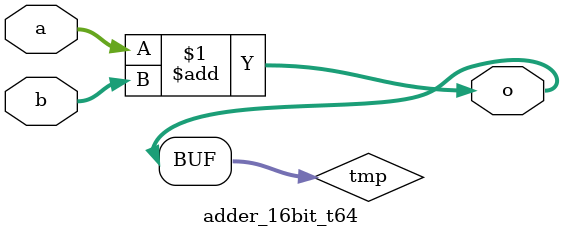
<source format=v>

/* mod */
module PDKGENAND2X1(input A, input B, output Y );
     assign Y = A & B;
endmodule
/* mod */
module PDKGENFAX1( input A, input B, input C, output YS, output YC );
    assign YS = (A ^ B) ^ C;
    assign YC = (A & B) | (B & C) | (A & C);
endmodule
/* mod */
module PDKGENBUFX2(input A, output Y );
     assign Y = A;
endmodule


module PDKGENHAX1( input A, input B, output YS, output YC );
    assign YS = A ^ B;
    assign YC = A & B;
endmodule
/* mod */


module mult8_cgp14_wc79_csamrca (
    A,
    B,
    O
);

input [7:0] A;
input [7:0] B;
output [15:0] O;

wire sig_20,sig_21,sig_22,sig_23,sig_29,sig_31,sig_40,sig_41,sig_42,sig_43,sig_44,sig_47,sig_49,sig_50,sig_51,sig_52,sig_53,sig_56,sig_70,sig_74;
wire sig_75,sig_76,sig_77,sig_78,sig_79,sig_80,sig_81,sig_82,sig_83,sig_84,sig_86,sig_87,sig_88,sig_92,sig_93,sig_94,sig_95,sig_96,sig_106,sig_112;
wire sig_113,sig_114,sig_115,sig_116,sig_117,sig_118,sig_119,sig_120,sig_121,sig_122,sig_123,sig_124,sig_125,sig_126,sig_127,sig_128,sig_129,sig_130,sig_131,sig_133;
wire sig_134,sig_135,sig_136,sig_137,sig_138,sig_139,sig_150,sig_151,sig_155,sig_156,sig_157,sig_158,sig_159,sig_160,sig_161,sig_162,sig_163,sig_164,sig_165,sig_166;
wire sig_167,sig_168,sig_169,sig_170,sig_171,sig_172,sig_173,sig_174,sig_176,sig_177,sig_178,sig_179,sig_180,sig_181,sig_182,sig_186,sig_188,sig_189,sig_190,sig_191;
wire sig_192,sig_193,sig_194,sig_195,sig_196,sig_197,sig_198,sig_199,sig_200,sig_201,sig_202,sig_203,sig_204,sig_205,sig_206,sig_207,sig_208,sig_209,sig_210,sig_211;
wire sig_212,sig_213,sig_214,sig_215,sig_216,sig_217,sig_218,sig_219,sig_220,sig_221,sig_222,sig_223,sig_224,sig_225,sig_226,sig_227,sig_228,sig_229,sig_230,sig_231;
wire sig_232,sig_233,sig_234,sig_235,sig_236,sig_237,sig_238,sig_239,sig_240,sig_241,sig_242,sig_243,sig_244,sig_245,sig_246,sig_247,sig_248,sig_249,sig_250,sig_251;
wire sig_252,sig_253,sig_254,sig_255,sig_256,sig_257,sig_258,sig_259,sig_260,sig_261,sig_262,sig_263,sig_264,sig_265,sig_266,sig_267,sig_268,sig_269,sig_270,sig_271;
wire sig_272,sig_273,sig_274,sig_275,sig_276,sig_277,sig_278,sig_279,sig_280,sig_281,sig_282,sig_283,sig_284,sig_285,sig_286,sig_287,sig_288,sig_289,sig_290,sig_291;
wire sig_292,sig_293,sig_294,sig_295,sig_296,sig_297,sig_298,sig_299,sig_300,sig_301,sig_302,sig_303,sig_304,sig_305,sig_306,sig_307,sig_308,sig_309,sig_310,sig_311;
wire sig_312,sig_313,sig_314,sig_315,sig_316,sig_317,sig_318,sig_319,sig_320,sig_321,sig_322,sig_323,sig_324,sig_325,sig_326,sig_327,sig_328,sig_329,sig_330,sig_331;
wire sig_332,sig_333,sig_334,sig_335;

assign sig_20 = B[6] & A[1];
assign sig_21 = A[1] & A[0];
assign sig_22 = B[6] & A[0];
assign sig_23 = B[7] & A[0];
assign sig_29 = B[5] & A[1];
assign sig_31 = B[7] & A[1];
assign sig_40 = A[1] | A[0];
assign sig_41 = sig_21 & B[4];
assign sig_42 = sig_22 ^ sig_29;
assign sig_43 = sig_22 & sig_29;
assign sig_44 = sig_23 ^ sig_20;
assign sig_47 = B[7] & sig_21;
assign sig_49 = B[3] & A[2];
assign sig_50 = B[4] & A[2];
assign sig_51 = B[5] & A[2];
assign sig_52 = B[6] & A[2];
assign sig_53 = B[7] & A[2];
assign sig_56 = sig_52 & sig_31;
assign sig_70 = sig_40 & sig_49;
assign sig_74 = sig_42 ^ sig_50;
assign sig_75 = sig_42 & sig_50;
assign sig_76 = sig_74 & sig_41;
assign sig_77 = sig_74 ^ sig_41;
assign sig_78 = sig_75 | sig_76;
assign sig_79 = sig_44 ^ sig_51;
assign sig_80 = sig_44 & sig_51;
assign sig_81 = sig_79 & sig_43;
assign sig_82 = sig_79 ^ sig_43;
assign sig_83 = sig_80 | sig_81;
assign sig_84 = sig_31 ^ sig_52;
assign sig_86 = B[6] & sig_47;
assign sig_87 = sig_84 ^ sig_86;
assign sig_88 = sig_56 | sig_86;
assign sig_92 = B[3] & A[3];
assign sig_93 = B[4] & A[3];
assign sig_94 = B[5] & A[3];
assign sig_95 = B[6] & A[3];
assign sig_96 = B[7] & A[3];
assign sig_106 = B[2] & A[3];
assign sig_112 = sig_77 ^ sig_92;
assign sig_113 = sig_77 & sig_92;
assign sig_114 = sig_112 & sig_70;
assign sig_115 = sig_112 ^ sig_70;
assign sig_116 = sig_113 | sig_114;
assign sig_117 = sig_82 ^ sig_93;
assign sig_118 = sig_82 & sig_93;
assign sig_119 = sig_117 & sig_78;
assign sig_120 = sig_117 ^ sig_78;
assign sig_121 = sig_118 | sig_119;
assign sig_122 = sig_87 ^ sig_94;
assign sig_123 = sig_87 & sig_94;
assign sig_124 = sig_122 & sig_83;
assign sig_125 = sig_122 ^ sig_83;
assign sig_126 = sig_123 | sig_124;
assign sig_127 = sig_53 ^ sig_95;
assign sig_128 = sig_53 & sig_95;
assign sig_129 = sig_127 & sig_88;
assign sig_130 = sig_127 ^ sig_88;
assign sig_131 = sig_128 | sig_129;
assign sig_133 = B[1] & A[4];
assign sig_134 = B[2] & A[4];
assign sig_135 = B[3] & A[4];
assign sig_136 = B[4] & A[4];
assign sig_137 = B[5] & A[4];
assign sig_138 = B[6] & A[4];
assign sig_139 = B[7] & A[4];
assign sig_150 = sig_115 ^ sig_134;
assign sig_151 = sig_115 & sig_134;
assign sig_155 = sig_120 ^ sig_135;
assign sig_156 = sig_120 & sig_135;
assign sig_157 = sig_155 & sig_116;
assign sig_158 = sig_155 ^ sig_116;
assign sig_159 = sig_156 | sig_157;
assign sig_160 = sig_125 ^ sig_136;
assign sig_161 = sig_125 & sig_136;
assign sig_162 = sig_160 & sig_121;
assign sig_163 = sig_160 ^ sig_121;
assign sig_164 = sig_161 | sig_162;
assign sig_165 = sig_130 ^ sig_137;
assign sig_166 = sig_130 & sig_137;
assign sig_167 = sig_165 & sig_126;
assign sig_168 = sig_165 ^ sig_126;
assign sig_169 = sig_166 | sig_167;
assign sig_170 = sig_96 ^ sig_138;
assign sig_171 = sig_96 & sig_138;
assign sig_172 = sig_170 & sig_131;
assign sig_173 = sig_170 ^ sig_131;
assign sig_174 = sig_171 | sig_172;
assign sig_176 = B[1] & A[5];
assign sig_177 = B[2] & A[5];
assign sig_178 = B[3] & A[5];
assign sig_179 = B[4] & A[5];
assign sig_180 = B[5] & A[5];
assign sig_181 = B[6] & A[5];
assign sig_182 = B[7] & A[5];
assign sig_186 = ~sig_133;
assign sig_188 = sig_150 ^ sig_176;
assign sig_189 = sig_150 & sig_176;
assign sig_190 = sig_188 & sig_106;
assign sig_191 = sig_188 ^ sig_106;
assign sig_192 = sig_189 | sig_190;
assign sig_193 = sig_158 ^ sig_177;
assign sig_194 = sig_158 & sig_177;
assign sig_195 = sig_193 & sig_151;
assign sig_196 = sig_193 ^ sig_151;
assign sig_197 = sig_194 | sig_195;
assign sig_198 = sig_163 ^ sig_178;
assign sig_199 = sig_163 & sig_178;
assign sig_200 = sig_198 & sig_159;
assign sig_201 = sig_198 ^ sig_159;
assign sig_202 = sig_199 | sig_200;
assign sig_203 = sig_168 ^ sig_179;
assign sig_204 = sig_168 & sig_179;
assign sig_205 = sig_203 & sig_164;
assign sig_206 = sig_203 ^ sig_164;
assign sig_207 = sig_204 | sig_205;
assign sig_208 = sig_173 ^ sig_180;
assign sig_209 = sig_173 & sig_180;
assign sig_210 = sig_208 & sig_169;
assign sig_211 = sig_208 ^ sig_169;
assign sig_212 = sig_209 | sig_210;
assign sig_213 = sig_139 ^ sig_181;
assign sig_214 = sig_139 & sig_181;
assign sig_215 = sig_213 & sig_174;
assign sig_216 = sig_213 ^ sig_174;
assign sig_217 = sig_214 | sig_215;
assign sig_218 = B[0] & A[6];
assign sig_219 = B[1] & A[6];
assign sig_220 = B[2] & A[6];
assign sig_221 = B[3] & A[6];
assign sig_222 = B[4] & A[6];
assign sig_223 = B[5] & A[6];
assign sig_224 = B[6] & A[6];
assign sig_225 = B[7] & A[6];
assign sig_226 = sig_191 ^ sig_218;
assign sig_227 = sig_191 & sig_218;
assign sig_228 = sig_226 & sig_133;
assign sig_229 = sig_226 ^ sig_133;
assign sig_230 = sig_227 | sig_228;
assign sig_231 = sig_196 ^ sig_219;
assign sig_232 = sig_196 & sig_219;
assign sig_233 = sig_231 & sig_192;
assign sig_234 = sig_231 ^ sig_192;
assign sig_235 = sig_232 | sig_233;
assign sig_236 = sig_201 ^ sig_220;
assign sig_237 = sig_201 & sig_220;
assign sig_238 = sig_236 & sig_197;
assign sig_239 = sig_236 ^ sig_197;
assign sig_240 = sig_237 | sig_238;
assign sig_241 = sig_206 ^ sig_221;
assign sig_242 = sig_206 & sig_221;
assign sig_243 = sig_241 & sig_202;
assign sig_244 = sig_241 ^ sig_202;
assign sig_245 = sig_242 | sig_243;
assign sig_246 = sig_211 ^ sig_222;
assign sig_247 = sig_211 & sig_222;
assign sig_248 = sig_246 & sig_207;
assign sig_249 = sig_246 ^ sig_207;
assign sig_250 = sig_247 | sig_248;
assign sig_251 = sig_216 ^ sig_223;
assign sig_252 = sig_216 & sig_223;
assign sig_253 = sig_251 & sig_212;
assign sig_254 = sig_251 ^ sig_212;
assign sig_255 = sig_252 | sig_253;
assign sig_256 = sig_182 ^ sig_224;
assign sig_257 = sig_182 & sig_224;
assign sig_258 = sig_256 & sig_217;
assign sig_259 = sig_256 ^ sig_217;
assign sig_260 = sig_257 | sig_258;
assign sig_261 = B[0] & A[7];
assign sig_262 = B[1] & A[7];
assign sig_263 = B[2] & A[7];
assign sig_264 = B[3] & A[7];
assign sig_265 = B[4] & A[7];
assign sig_266 = B[5] & A[7];
assign sig_267 = B[6] & A[7];
assign sig_268 = B[7] & A[7];
assign sig_269 = sig_234 ^ sig_261;
assign sig_270 = sig_234 & sig_261;
assign sig_271 = sig_269 & sig_230;
assign sig_272 = sig_269 ^ sig_230;
assign sig_273 = sig_270 | sig_271;
assign sig_274 = sig_239 ^ sig_262;
assign sig_275 = sig_239 & sig_262;
assign sig_276 = sig_274 & sig_235;
assign sig_277 = sig_274 ^ sig_235;
assign sig_278 = sig_275 | sig_276;
assign sig_279 = sig_244 ^ sig_263;
assign sig_280 = sig_244 & sig_263;
assign sig_281 = sig_279 & sig_240;
assign sig_282 = sig_279 ^ sig_240;
assign sig_283 = sig_280 | sig_281;
assign sig_284 = sig_249 ^ sig_264;
assign sig_285 = sig_249 & sig_264;
assign sig_286 = sig_284 & sig_245;
assign sig_287 = sig_284 ^ sig_245;
assign sig_288 = sig_285 | sig_286;
assign sig_289 = sig_254 ^ sig_265;
assign sig_290 = sig_254 & sig_265;
assign sig_291 = sig_289 & sig_250;
assign sig_292 = sig_289 ^ sig_250;
assign sig_293 = sig_290 | sig_291;
assign sig_294 = sig_259 ^ sig_266;
assign sig_295 = sig_259 & sig_266;
assign sig_296 = sig_294 & sig_255;
assign sig_297 = sig_294 ^ sig_255;
assign sig_298 = sig_295 | sig_296;
assign sig_299 = sig_225 ^ sig_267;
assign sig_300 = sig_225 & sig_267;
assign sig_301 = sig_299 & sig_260;
assign sig_302 = sig_299 ^ sig_260;
assign sig_303 = sig_300 | sig_301;
assign sig_304 = sig_277 ^ sig_273;
assign sig_305 = sig_277 & sig_273;
assign sig_306 = sig_282 ^ sig_278;
assign sig_307 = sig_282 & sig_278;
assign sig_308 = sig_306 & sig_305;
assign sig_309 = sig_306 ^ sig_305;
assign sig_310 = sig_307 | sig_308;
assign sig_311 = sig_287 ^ sig_283;
assign sig_312 = sig_287 & sig_283;
assign sig_313 = sig_311 & sig_310;
assign sig_314 = sig_311 ^ sig_310;
assign sig_315 = sig_312 | sig_313;
assign sig_316 = sig_292 ^ sig_288;
assign sig_317 = sig_292 & sig_288;
assign sig_318 = sig_316 & sig_315;
assign sig_319 = sig_316 ^ sig_315;
assign sig_320 = sig_317 | sig_318;
assign sig_321 = sig_297 ^ sig_293;
assign sig_322 = sig_297 & sig_293;
assign sig_323 = sig_321 & sig_320;
assign sig_324 = sig_321 ^ sig_320;
assign sig_325 = sig_322 | sig_323;
assign sig_326 = sig_302 ^ sig_298;
assign sig_327 = sig_302 & sig_298;
assign sig_328 = sig_326 & sig_325;
assign sig_329 = sig_326 ^ sig_325;
assign sig_330 = sig_327 | sig_328;
assign sig_331 = sig_268 ^ sig_303;
assign sig_332 = A[7] & sig_303;
assign sig_333 = sig_331 & sig_330;
assign sig_334 = sig_331 ^ sig_330;
assign sig_335 = sig_332 | sig_333;

assign O[15] = sig_335;
assign O[14] = sig_334;
assign O[13] = sig_329;
assign O[12] = sig_324;
assign O[11] = sig_319;
assign O[10] = sig_314;
assign O[9] = sig_309;
assign O[8] = sig_304;
assign O[7] = sig_272;
assign O[6] = sig_229;
assign O[5] = sig_186;
assign O[4] = sig_133;
assign O[3] = sig_180;
assign O[2] = A[5];
assign O[1] = sig_252;
assign O[0] = sig_134;

endmodule


module trun8_tam00b ( A, B, O );
  input [7:0] A;
  input [7:0] B;
  output [15:0] O;

  wire C_1_0,C_1_1,C_1_2,C_1_3,C_1_4,C_1_5,C_1_6,C_2_0,C_2_1,C_2_2,C_2_3,C_2_4,C_2_5,C_2_6,C_3_0,C_3_1,C_3_2,C_3_3,C_3_4,C_3_5,C_3_6,C_4_0,C_4_1,C_4_2,C_4_3,C_4_4,C_4_5,C_4_6,C_5_0,C_5_1,C_5_2,C_5_3,C_5_4,C_5_5,C_5_6,C_6_0,C_6_1,C_6_2,C_6_3,C_6_4,C_6_5,C_6_6,C_7_0,C_7_1,C_7_2,C_7_3,C_7_4,C_7_5,C_7_6,S_0_0,S_0_1,S_0_2,S_0_3,S_0_4,S_0_5,S_0_6,S_0_7,S_1_0,S_1_1,S_1_2,S_1_3,S_1_4,S_1_5,S_1_6,S_1_7,S_2_0,S_2_1,S_2_2,S_2_3,S_2_4,S_2_5,S_2_6,S_2_7,S_3_0,S_3_1,S_3_2,S_3_3,S_3_4,S_3_5,S_3_6,S_3_7,S_4_0,S_4_1,S_4_2,S_4_3,S_4_4,S_4_5,S_4_6,S_4_7,S_5_0,S_5_1,S_5_2,S_5_3,S_5_4,S_5_5,S_5_6,S_5_7,S_6_0,S_6_1,S_6_2,S_6_3,S_6_4,S_6_5,S_6_6,S_6_7,S_7_0,S_7_1,S_7_2,S_7_3,S_7_4,S_7_5,S_7_6,S_7_7,S_8_0,S_8_1,S_8_2,S_8_3,S_8_4,S_8_5,S_8_6,S_8_7;

  assign S_0_0 = (A[0] & B[0]);
  assign S_0_1 = (A[0] & B[1]);
  assign S_0_2 = (A[0] & B[2]);
  assign S_0_3 = (A[0] & B[3]);
  assign S_0_4 = (A[0] & B[4]);
  assign S_0_5 = (A[0] & B[5]);
  assign S_0_6 = (A[0] & B[6]);
  assign S_0_7 = (A[0] & B[7]);
  PDKGENHAX1 U13609 (.A(S_0_1), .B((A[1] & B[0])), .YS(S_1_0), .YC(C_1_0));
  PDKGENHAX1 U13610 (.A(S_0_2), .B((A[1] & B[1])), .YS(S_1_1), .YC(C_1_1));
  PDKGENHAX1 U13611 (.A(S_0_3), .B((A[1] & B[2])), .YS(S_1_2), .YC(C_1_2));
  PDKGENHAX1 U13612 (.A(S_0_4), .B((A[1] & B[3])), .YS(S_1_3), .YC(C_1_3));
  PDKGENHAX1 U13613 (.A(S_0_5), .B((A[1] & B[4])), .YS(S_1_4), .YC(C_1_4));
  PDKGENHAX1 U13614 (.A(S_0_6), .B((A[1] & B[5])), .YS(S_1_5), .YC(C_1_5));
  PDKGENHAX1 U13615 (.A(S_0_7), .B((A[1] & B[6])), .YS(S_1_6), .YC(C_1_6));
  assign S_1_7 = (A[1] & B[7]);
  PDKGENFAX1 U13617 (.A(S_1_1), .B(C_1_0), .C((A[2] & B[0])), .YS(S_2_0), .YC(C_2_0));
  PDKGENFAX1 U13618 (.A(S_1_2), .B(C_1_1), .C((A[2] & B[1])), .YS(S_2_1), .YC(C_2_1));
  PDKGENFAX1 U13619 (.A(S_1_3), .B(C_1_2), .C((A[2] & B[2])), .YS(S_2_2), .YC(C_2_2));
  PDKGENFAX1 U13620 (.A(S_1_4), .B(C_1_3), .C((A[2] & B[3])), .YS(S_2_3), .YC(C_2_3));
  PDKGENFAX1 U13621 (.A(S_1_5), .B(C_1_4), .C((A[2] & B[4])), .YS(S_2_4), .YC(C_2_4));
  PDKGENFAX1 U13622 (.A(S_1_6), .B(C_1_5), .C((A[2] & B[5])), .YS(S_2_5), .YC(C_2_5));
  PDKGENFAX1 U13623 (.A(S_1_7), .B(C_1_6), .C((A[2] & B[6])), .YS(S_2_6), .YC(C_2_6));
  assign S_2_7 = (A[2] & B[7]);
  PDKGENFAX1 U13625 (.A(S_2_1), .B(C_2_0), .C((A[3] & B[0])), .YS(S_3_0), .YC(C_3_0));
  PDKGENFAX1 U13626 (.A(S_2_2), .B(C_2_1), .C((A[3] & B[1])), .YS(S_3_1), .YC(C_3_1));
  PDKGENFAX1 U13627 (.A(S_2_3), .B(C_2_2), .C((A[3] & B[2])), .YS(S_3_2), .YC(C_3_2));
  PDKGENFAX1 U13628 (.A(S_2_4), .B(C_2_3), .C((A[3] & B[3])), .YS(S_3_3), .YC(C_3_3));
  PDKGENFAX1 U13629 (.A(S_2_5), .B(C_2_4), .C((A[3] & B[4])), .YS(S_3_4), .YC(C_3_4));
  PDKGENFAX1 U13630 (.A(S_2_6), .B(C_2_5), .C((A[3] & B[5])), .YS(S_3_5), .YC(C_3_5));
  PDKGENFAX1 U13631 (.A(S_2_7), .B(C_2_6), .C((A[3] & B[6])), .YS(S_3_6), .YC(C_3_6));
  assign S_3_7 = (A[3] & B[7]);
  PDKGENFAX1 U13633 (.A(S_3_1), .B(C_3_0), .C((A[4] & B[0])), .YS(S_4_0), .YC(C_4_0));
  PDKGENFAX1 U13634 (.A(S_3_2), .B(C_3_1), .C((A[4] & B[1])), .YS(S_4_1), .YC(C_4_1));
  PDKGENFAX1 U13635 (.A(S_3_3), .B(C_3_2), .C((A[4] & B[2])), .YS(S_4_2), .YC(C_4_2));
  PDKGENFAX1 U13636 (.A(S_3_4), .B(C_3_3), .C((A[4] & B[3])), .YS(S_4_3), .YC(C_4_3));
  PDKGENFAX1 U13637 (.A(S_3_5), .B(C_3_4), .C((A[4] & B[4])), .YS(S_4_4), .YC(C_4_4));
  PDKGENFAX1 U13638 (.A(S_3_6), .B(C_3_5), .C((A[4] & B[5])), .YS(S_4_5), .YC(C_4_5));
  PDKGENFAX1 U13639 (.A(S_3_7), .B(C_3_6), .C((A[4] & B[6])), .YS(S_4_6), .YC(C_4_6));
  assign S_4_7 = (A[4] & B[7]);
  PDKGENFAX1 U13641 (.A(S_4_1), .B(C_4_0), .C((A[5] & B[0])), .YS(S_5_0), .YC(C_5_0));
  PDKGENFAX1 U13642 (.A(S_4_2), .B(C_4_1), .C((A[5] & B[1])), .YS(S_5_1), .YC(C_5_1));
  PDKGENFAX1 U13643 (.A(S_4_3), .B(C_4_2), .C((A[5] & B[2])), .YS(S_5_2), .YC(C_5_2));
  PDKGENFAX1 U13644 (.A(S_4_4), .B(C_4_3), .C((A[5] & B[3])), .YS(S_5_3), .YC(C_5_3));
  PDKGENFAX1 U13645 (.A(S_4_5), .B(C_4_4), .C((A[5] & B[4])), .YS(S_5_4), .YC(C_5_4));
  PDKGENFAX1 U13646 (.A(S_4_6), .B(C_4_5), .C((A[5] & B[5])), .YS(S_5_5), .YC(C_5_5));
  PDKGENFAX1 U13647 (.A(S_4_7), .B(C_4_6), .C((A[5] & B[6])), .YS(S_5_6), .YC(C_5_6));
  assign S_5_7 = (A[5] & B[7]);
  PDKGENFAX1 U13649 (.A(S_5_1), .B(C_5_0), .C((A[6] & B[0])), .YS(S_6_0), .YC(C_6_0));
  PDKGENFAX1 U13650 (.A(S_5_2), .B(C_5_1), .C((A[6] & B[1])), .YS(S_6_1), .YC(C_6_1));
  PDKGENFAX1 U13651 (.A(S_5_3), .B(C_5_2), .C((A[6] & B[2])), .YS(S_6_2), .YC(C_6_2));
  PDKGENFAX1 U13652 (.A(S_5_4), .B(C_5_3), .C((A[6] & B[3])), .YS(S_6_3), .YC(C_6_3));
  PDKGENFAX1 U13653 (.A(S_5_5), .B(C_5_4), .C((A[6] & B[4])), .YS(S_6_4), .YC(C_6_4));
  PDKGENFAX1 U13654 (.A(S_5_6), .B(C_5_5), .C((A[6] & B[5])), .YS(S_6_5), .YC(C_6_5));
  PDKGENFAX1 U13655 (.A(S_5_7), .B(C_5_6), .C((A[6] & B[6])), .YS(S_6_6), .YC(C_6_6));
  assign S_6_7 = (A[6] & B[7]);
  PDKGENFAX1 U13657 (.A(S_6_1), .B(C_6_0), .C((A[7] & B[0])), .YS(S_7_0), .YC(C_7_0));
  PDKGENFAX1 U13658 (.A(S_6_2), .B(C_6_1), .C((A[7] & B[1])), .YS(S_7_1), .YC(C_7_1));
  PDKGENFAX1 U13659 (.A(S_6_3), .B(C_6_2), .C((A[7] & B[2])), .YS(S_7_2), .YC(C_7_2));
  PDKGENFAX1 U13660 (.A(S_6_4), .B(C_6_3), .C((A[7] & B[3])), .YS(S_7_3), .YC(C_7_3));
  PDKGENFAX1 U13661 (.A(S_6_5), .B(C_6_4), .C((A[7] & B[4])), .YS(S_7_4), .YC(C_7_4));
  PDKGENFAX1 U13662 (.A(S_6_6), .B(C_6_5), .C((A[7] & B[5])), .YS(S_7_5), .YC(C_7_5));
  PDKGENFAX1 U13663 (.A(S_6_7), .B(C_6_6), .C((A[7] & B[6])), .YS(S_7_6), .YC(C_7_6));
  assign S_7_7 = (A[7] & B[7]);
  assign {S_8_7, S_8_6, S_8_5, S_8_4, S_8_3, S_8_2, S_8_1, S_8_0} = {C_7_6, C_7_5, C_7_4, C_7_3, C_7_2, C_7_1, C_7_0} + {S_7_7, S_7_6, S_7_5, S_7_4, S_7_3, S_7_2, S_7_1};
  assign O = {S_8_7,S_8_6,S_8_5,S_8_4,S_8_3,S_8_2,S_8_1,S_8_0,S_7_0,S_6_0,S_5_0,S_4_0,S_3_0,S_2_0,S_1_0,S_0_0};

endmodule



module mult8_cgp14ep_ep55705_wc4_csamrca (
    A,
    B,
    O
);

input [7:0] A;
input [7:0] B;
output [15:0] O;

wire sig_17,sig_19,sig_20,sig_21,sig_22,sig_23,sig_26,sig_27,sig_28,sig_29,sig_30,sig_31,sig_35,sig_36,sig_37,sig_38,sig_39,sig_40,sig_41,sig_42;
wire sig_43,sig_44,sig_45,sig_46,sig_47,sig_48,sig_49,sig_50,sig_51,sig_52,sig_53,sig_56,sig_57,sig_59,sig_60,sig_61,sig_62,sig_63,sig_64,sig_65;
wire sig_66,sig_67,sig_68,sig_69,sig_70,sig_71,sig_72,sig_73,sig_74,sig_75,sig_76,sig_77,sig_78,sig_79,sig_80,sig_81,sig_82,sig_83,sig_84,sig_85;
wire sig_86,sig_87,sig_88,sig_89,sig_90,sig_91,sig_92,sig_93,sig_94,sig_95,sig_96,sig_97,sig_98,sig_99,sig_100,sig_101,sig_102,sig_103,sig_104,sig_105;
wire sig_106,sig_107,sig_108,sig_109,sig_110,sig_111,sig_112,sig_113,sig_114,sig_115,sig_116,sig_117,sig_118,sig_119,sig_120,sig_121,sig_122,sig_123,sig_124,sig_125;
wire sig_126,sig_127,sig_128,sig_129,sig_130,sig_131,sig_132,sig_133,sig_134,sig_135,sig_136,sig_137,sig_138,sig_139,sig_140,sig_141,sig_142,sig_143,sig_144,sig_145;
wire sig_146,sig_147,sig_148,sig_149,sig_150,sig_151,sig_152,sig_153,sig_154,sig_155,sig_156,sig_157,sig_158,sig_159,sig_160,sig_161,sig_162,sig_163,sig_164,sig_165;
wire sig_166,sig_167,sig_168,sig_169,sig_170,sig_171,sig_172,sig_173,sig_174,sig_175,sig_176,sig_177,sig_178,sig_179,sig_180,sig_181,sig_182,sig_183,sig_184,sig_185;
wire sig_186,sig_187,sig_188,sig_189,sig_190,sig_191,sig_192,sig_193,sig_194,sig_195,sig_196,sig_197,sig_198,sig_199,sig_200,sig_201,sig_202,sig_203,sig_204,sig_205;
wire sig_206,sig_207,sig_208,sig_209,sig_210,sig_211,sig_212,sig_213,sig_214,sig_215,sig_216,sig_217,sig_218,sig_219,sig_220,sig_221,sig_222,sig_223,sig_224,sig_225;
wire sig_226,sig_227,sig_228,sig_229,sig_230,sig_231,sig_232,sig_233,sig_234,sig_235,sig_236,sig_237,sig_238,sig_239,sig_240,sig_241,sig_242,sig_243,sig_244,sig_245;
wire sig_246,sig_247,sig_248,sig_249,sig_250,sig_251,sig_252,sig_253,sig_254,sig_255,sig_256,sig_257,sig_258,sig_259,sig_260,sig_261,sig_262,sig_263,sig_264,sig_265;
wire sig_266,sig_267,sig_268,sig_269,sig_270,sig_271,sig_272,sig_273,sig_274,sig_275,sig_276,sig_277,sig_278,sig_279,sig_280,sig_281,sig_282,sig_283,sig_284,sig_285;
wire sig_286,sig_287,sig_288,sig_289,sig_290,sig_291,sig_292,sig_293,sig_294,sig_295,sig_296,sig_297,sig_298,sig_299,sig_300,sig_301,sig_302,sig_303,sig_304,sig_305;
wire sig_306,sig_307,sig_308,sig_309,sig_310,sig_311,sig_312,sig_313,sig_314,sig_315,sig_316,sig_317,sig_318,sig_319,sig_320,sig_321,sig_322,sig_323,sig_324,sig_325;
wire sig_326,sig_327,sig_328,sig_329,sig_330,sig_331,sig_332,sig_333,sig_334,sig_335;

assign sig_17 = B[1] & A[1];
assign sig_19 = B[3] & A[0];
assign sig_20 = B[4] & A[0];
assign sig_21 = B[5] & A[0];
assign sig_22 = B[6] & A[0];
assign sig_23 = B[7] & A[0];
assign sig_26 = B[2] & A[1];
assign sig_27 = B[3] & A[1];
assign sig_28 = B[4] & A[1];
assign sig_29 = B[5] & A[1];
assign sig_30 = B[6] & A[1];
assign sig_31 = B[7] & A[1];
assign sig_35 = B[2] & A[0];
assign sig_36 = sig_19 ^ sig_26;
assign sig_37 = sig_19 & sig_26;
assign sig_38 = sig_20 ^ sig_27;
assign sig_39 = sig_20 & sig_27;
assign sig_40 = sig_21 ^ sig_28;
assign sig_41 = sig_21 & sig_28;
assign sig_42 = sig_22 ^ sig_29;
assign sig_43 = sig_22 & sig_29;
assign sig_44 = sig_23 ^ sig_30;
assign sig_45 = B[6] & sig_31;
assign sig_46 = B[0] & A[2];
assign sig_47 = B[1] & A[2];
assign sig_48 = B[2] & A[2];
assign sig_49 = B[3] & A[2];
assign sig_50 = B[4] & A[2];
assign sig_51 = B[5] & A[2];
assign sig_52 = B[6] & A[2];
assign sig_53 = B[7] & A[2];
assign sig_56 = sig_46 & sig_17;
assign sig_57 = sig_46 | sig_17;
assign sig_59 = sig_36 ^ sig_47;
assign sig_60 = sig_36 & sig_47;
assign sig_61 = sig_59 & sig_35;
assign sig_62 = sig_59 ^ sig_35;
assign sig_63 = sig_60 | sig_61;
assign sig_64 = sig_38 ^ sig_48;
assign sig_65 = sig_38 & sig_48;
assign sig_66 = sig_64 & sig_37;
assign sig_67 = sig_64 ^ sig_37;
assign sig_68 = sig_65 | sig_66;
assign sig_69 = sig_40 ^ sig_49;
assign sig_70 = sig_40 & sig_49;
assign sig_71 = sig_69 & sig_39;
assign sig_72 = sig_69 ^ sig_39;
assign sig_73 = sig_70 | sig_71;
assign sig_74 = sig_42 ^ sig_50;
assign sig_75 = sig_42 & sig_50;
assign sig_76 = sig_74 & sig_41;
assign sig_77 = sig_74 ^ sig_41;
assign sig_78 = sig_75 | sig_76;
assign sig_79 = sig_44 ^ sig_51;
assign sig_80 = sig_44 & sig_51;
assign sig_81 = sig_79 & sig_43;
assign sig_82 = sig_79 ^ sig_43;
assign sig_83 = sig_80 | sig_81;
assign sig_84 = sig_31 ^ sig_52;
assign sig_85 = sig_45 & A[2];
assign sig_86 = A[0] & sig_45;
assign sig_87 = sig_84 ^ sig_86;
assign sig_88 = sig_85 | sig_86;
assign sig_89 = B[0] & A[3];
assign sig_90 = B[1] & A[3];
assign sig_91 = B[2] & A[3];
assign sig_92 = B[3] & A[3];
assign sig_93 = B[4] & A[3];
assign sig_94 = B[5] & A[3];
assign sig_95 = B[6] & A[3];
assign sig_96 = B[7] & A[3];
assign sig_97 = sig_62 ^ sig_89;
assign sig_98 = sig_62 & sig_89;
assign sig_99 = sig_97 & sig_56;
assign sig_100 = sig_97 ^ sig_56;
assign sig_101 = sig_98 | sig_99;
assign sig_102 = sig_67 ^ sig_90;
assign sig_103 = sig_67 & sig_90;
assign sig_104 = sig_102 & sig_63;
assign sig_105 = sig_102 ^ sig_63;
assign sig_106 = sig_103 | sig_104;
assign sig_107 = sig_72 ^ sig_91;
assign sig_108 = sig_72 & sig_91;
assign sig_109 = sig_107 & sig_68;
assign sig_110 = sig_107 ^ sig_68;
assign sig_111 = sig_108 | sig_109;
assign sig_112 = sig_77 ^ sig_92;
assign sig_113 = sig_77 & sig_92;
assign sig_114 = sig_112 & sig_73;
assign sig_115 = sig_112 ^ sig_73;
assign sig_116 = sig_113 | sig_114;
assign sig_117 = sig_82 ^ sig_93;
assign sig_118 = sig_82 & sig_93;
assign sig_119 = sig_117 & sig_78;
assign sig_120 = sig_117 ^ sig_78;
assign sig_121 = sig_118 | sig_119;
assign sig_122 = sig_87 ^ sig_94;
assign sig_123 = sig_87 & sig_94;
assign sig_124 = sig_122 & sig_83;
assign sig_125 = sig_122 ^ sig_83;
assign sig_126 = sig_123 | sig_124;
assign sig_127 = sig_53 ^ sig_95;
assign sig_128 = sig_53 & sig_95;
assign sig_129 = sig_127 & sig_88;
assign sig_130 = sig_127 ^ sig_88;
assign sig_131 = sig_128 | sig_129;
assign sig_132 = B[0] & A[4];
assign sig_133 = B[1] & A[4];
assign sig_134 = B[2] & A[4];
assign sig_135 = B[3] & A[4];
assign sig_136 = B[4] & A[4];
assign sig_137 = B[5] & A[4];
assign sig_138 = B[6] & A[4];
assign sig_139 = B[7] & A[4];
assign sig_140 = sig_105 ^ sig_132;
assign sig_141 = sig_105 & sig_132;
assign sig_142 = sig_140 & sig_101;
assign sig_143 = sig_140 ^ sig_101;
assign sig_144 = sig_141 | sig_142;
assign sig_145 = sig_110 ^ sig_133;
assign sig_146 = sig_110 & sig_133;
assign sig_147 = sig_145 & sig_106;
assign sig_148 = sig_145 ^ sig_106;
assign sig_149 = sig_146 | sig_147;
assign sig_150 = sig_115 ^ sig_134;
assign sig_151 = sig_115 & sig_134;
assign sig_152 = sig_150 & sig_111;
assign sig_153 = sig_150 ^ sig_111;
assign sig_154 = sig_151 | sig_152;
assign sig_155 = sig_120 ^ sig_135;
assign sig_156 = sig_120 & sig_135;
assign sig_157 = sig_155 & sig_116;
assign sig_158 = sig_155 ^ sig_116;
assign sig_159 = sig_156 | sig_157;
assign sig_160 = sig_125 ^ sig_136;
assign sig_161 = sig_125 & sig_136;
assign sig_162 = sig_160 & sig_121;
assign sig_163 = sig_160 ^ sig_121;
assign sig_164 = sig_161 | sig_162;
assign sig_165 = sig_130 ^ sig_137;
assign sig_166 = sig_130 & sig_137;
assign sig_167 = sig_165 & sig_126;
assign sig_168 = sig_165 ^ sig_126;
assign sig_169 = sig_166 | sig_167;
assign sig_170 = sig_96 ^ sig_138;
assign sig_171 = sig_96 & sig_138;
assign sig_172 = sig_170 & sig_131;
assign sig_173 = sig_170 ^ sig_131;
assign sig_174 = sig_171 | sig_172;
assign sig_175 = B[0] & A[5];
assign sig_176 = B[1] & A[5];
assign sig_177 = B[2] & A[5];
assign sig_178 = B[3] & A[5];
assign sig_179 = B[4] & A[5];
assign sig_180 = B[5] & A[5];
assign sig_181 = B[6] & A[5];
assign sig_182 = B[7] & A[5];
assign sig_183 = sig_148 ^ sig_175;
assign sig_184 = sig_148 & sig_175;
assign sig_185 = sig_183 & sig_144;
assign sig_186 = sig_183 ^ sig_144;
assign sig_187 = sig_184 | sig_185;
assign sig_188 = sig_153 ^ sig_176;
assign sig_189 = sig_153 & sig_176;
assign sig_190 = sig_188 & sig_149;
assign sig_191 = sig_188 ^ sig_149;
assign sig_192 = sig_189 | sig_190;
assign sig_193 = sig_158 ^ sig_177;
assign sig_194 = sig_158 & sig_177;
assign sig_195 = sig_193 & sig_154;
assign sig_196 = sig_193 ^ sig_154;
assign sig_197 = sig_194 | sig_195;
assign sig_198 = sig_163 ^ sig_178;
assign sig_199 = sig_163 & sig_178;
assign sig_200 = sig_198 & sig_159;
assign sig_201 = sig_198 ^ sig_159;
assign sig_202 = sig_199 | sig_200;
assign sig_203 = sig_168 ^ sig_179;
assign sig_204 = sig_168 & sig_179;
assign sig_205 = sig_203 & sig_164;
assign sig_206 = sig_203 ^ sig_164;
assign sig_207 = sig_204 | sig_205;
assign sig_208 = sig_173 ^ sig_180;
assign sig_209 = sig_173 & sig_180;
assign sig_210 = sig_208 & sig_169;
assign sig_211 = sig_208 ^ sig_169;
assign sig_212 = sig_209 | sig_210;
assign sig_213 = sig_139 ^ sig_181;
assign sig_214 = sig_139 & sig_181;
assign sig_215 = sig_213 & sig_174;
assign sig_216 = sig_213 ^ sig_174;
assign sig_217 = sig_214 | sig_215;
assign sig_218 = B[0] & A[6];
assign sig_219 = B[1] & A[6];
assign sig_220 = B[2] & A[6];
assign sig_221 = B[3] & A[6];
assign sig_222 = B[4] & A[6];
assign sig_223 = B[5] & A[6];
assign sig_224 = B[6] & A[6];
assign sig_225 = B[7] & A[6];
assign sig_226 = sig_191 ^ sig_218;
assign sig_227 = sig_191 & sig_218;
assign sig_228 = sig_226 & sig_187;
assign sig_229 = sig_226 ^ sig_187;
assign sig_230 = sig_227 | sig_228;
assign sig_231 = sig_196 ^ sig_219;
assign sig_232 = sig_196 & sig_219;
assign sig_233 = sig_231 & sig_192;
assign sig_234 = sig_231 ^ sig_192;
assign sig_235 = sig_232 | sig_233;
assign sig_236 = sig_201 ^ sig_220;
assign sig_237 = sig_201 & sig_220;
assign sig_238 = sig_236 & sig_197;
assign sig_239 = sig_236 ^ sig_197;
assign sig_240 = sig_237 | sig_238;
assign sig_241 = sig_206 ^ sig_221;
assign sig_242 = sig_206 & sig_221;
assign sig_243 = sig_241 & sig_202;
assign sig_244 = sig_241 ^ sig_202;
assign sig_245 = sig_242 | sig_243;
assign sig_246 = sig_211 ^ sig_222;
assign sig_247 = sig_211 & sig_222;
assign sig_248 = sig_246 & sig_207;
assign sig_249 = sig_246 ^ sig_207;
assign sig_250 = sig_247 | sig_248;
assign sig_251 = sig_216 ^ sig_223;
assign sig_252 = sig_216 & sig_223;
assign sig_253 = sig_251 & sig_212;
assign sig_254 = sig_251 ^ sig_212;
assign sig_255 = sig_252 | sig_253;
assign sig_256 = sig_182 ^ sig_224;
assign sig_257 = sig_182 & sig_224;
assign sig_258 = sig_256 & sig_217;
assign sig_259 = sig_256 ^ sig_217;
assign sig_260 = sig_257 | sig_258;
assign sig_261 = B[0] & A[7];
assign sig_262 = B[1] & A[7];
assign sig_263 = B[2] & A[7];
assign sig_264 = B[3] & A[7];
assign sig_265 = B[4] & A[7];
assign sig_266 = B[5] & A[7];
assign sig_267 = B[6] & A[7];
assign sig_268 = B[7] & A[7];
assign sig_269 = sig_234 ^ sig_261;
assign sig_270 = sig_234 & sig_261;
assign sig_271 = sig_269 & sig_230;
assign sig_272 = sig_269 ^ sig_230;
assign sig_273 = sig_270 | sig_271;
assign sig_274 = sig_239 ^ sig_262;
assign sig_275 = sig_239 & sig_262;
assign sig_276 = sig_274 & sig_235;
assign sig_277 = sig_274 ^ sig_235;
assign sig_278 = sig_275 | sig_276;
assign sig_279 = sig_244 ^ sig_263;
assign sig_280 = sig_244 & sig_263;
assign sig_281 = sig_279 & sig_240;
assign sig_282 = sig_279 ^ sig_240;
assign sig_283 = sig_280 | sig_281;
assign sig_284 = sig_249 ^ sig_264;
assign sig_285 = sig_249 & sig_264;
assign sig_286 = sig_284 & sig_245;
assign sig_287 = sig_284 ^ sig_245;
assign sig_288 = sig_285 | sig_286;
assign sig_289 = sig_254 ^ sig_265;
assign sig_290 = sig_254 & sig_265;
assign sig_291 = sig_289 & sig_250;
assign sig_292 = sig_289 ^ sig_250;
assign sig_293 = sig_290 | sig_291;
assign sig_294 = sig_259 ^ sig_266;
assign sig_295 = sig_259 & sig_266;
assign sig_296 = sig_294 & sig_255;
assign sig_297 = sig_294 ^ sig_255;
assign sig_298 = sig_295 | sig_296;
assign sig_299 = sig_225 ^ sig_267;
assign sig_300 = sig_225 & sig_267;
assign sig_301 = sig_299 & sig_260;
assign sig_302 = sig_299 ^ sig_260;
assign sig_303 = sig_300 | sig_301;
assign sig_304 = sig_277 ^ sig_273;
assign sig_305 = sig_277 & sig_273;
assign sig_306 = sig_282 ^ sig_278;
assign sig_307 = sig_282 & sig_278;
assign sig_308 = sig_306 & sig_305;
assign sig_309 = sig_306 ^ sig_305;
assign sig_310 = sig_307 | sig_308;
assign sig_311 = sig_287 ^ sig_283;
assign sig_312 = sig_287 & sig_283;
assign sig_313 = sig_311 & sig_310;
assign sig_314 = sig_311 ^ sig_310;
assign sig_315 = sig_312 | sig_313;
assign sig_316 = sig_292 ^ sig_288;
assign sig_317 = sig_292 & sig_288;
assign sig_318 = sig_316 & sig_315;
assign sig_319 = sig_316 ^ sig_315;
assign sig_320 = sig_317 | sig_318;
assign sig_321 = sig_297 ^ sig_293;
assign sig_322 = sig_297 & sig_293;
assign sig_323 = sig_321 & sig_320;
assign sig_324 = sig_321 ^ sig_320;
assign sig_325 = sig_322 | sig_323;
assign sig_326 = sig_302 ^ sig_298;
assign sig_327 = sig_302 & sig_298;
assign sig_328 = sig_326 & sig_325;
assign sig_329 = sig_326 ^ sig_325;
assign sig_330 = sig_327 | sig_328;
assign sig_331 = sig_268 ^ sig_303;
assign sig_332 = A[7] & sig_303;
assign sig_333 = sig_331 & sig_330;
assign sig_334 = sig_331 ^ sig_330;
assign sig_335 = sig_332 | sig_333;

assign O[15] = sig_335;
assign O[14] = sig_334;
assign O[13] = sig_329;
assign O[12] = sig_324;
assign O[11] = sig_319;
assign O[10] = sig_314;
assign O[9] = sig_309;
assign O[8] = sig_304;
assign O[7] = sig_272;
assign O[6] = sig_229;
assign O[5] = sig_186;
assign O[4] = sig_143;
assign O[3] = sig_100;
assign O[2] = sig_57;
assign O[1] = 1'b0;
assign O[0] = sig_57;

endmodule



module cla_4bit(aa,bb,cin,summ,pp,gg);
input  [3:0] aa,bb,pp,gg;  
input cin;
output [3:0] summ;

wire [3:0] c;

   assign c[0] = cin;
   assign c[1] = gg[0] | (pp[0] & c[0]);
   assign c[2] = gg[1] | (pp[1] & gg[0]) | (pp[1] & pp[0] & c[0]);
   assign c[3] = gg[2] | (pp[2] & gg[1]) | (pp[2] & pp[1] & gg[0])| (pp[2] & pp[1] & pp[0] & c[0]);

   assign summ[3:0] = pp[3:0]  ^  c[3:0];
endmodule









module mult8_cgp14zr_wc907_rcam (
    A,
    B,
    O
);

input [7:0] A;
input [7:0] B;
output [15:0] O;

wire sig_65,sig_72,sig_73,sig_101,sig_102,sig_106,sig_107,sig_108,sig_109,sig_110,sig_116,sig_117,sig_118,sig_146,sig_148,sig_149,sig_150,sig_151,sig_152,sig_153;
wire sig_154,sig_155,sig_160,sig_161,sig_162,sig_163,sig_186,sig_187,sig_188,sig_189,sig_190,sig_191,sig_192,sig_193,sig_194,sig_195,sig_196,sig_197,sig_198,sig_199;
wire sig_200,sig_203,sig_205,sig_206,sig_207,sig_208,sig_222,sig_226,sig_227,sig_228,sig_229,sig_230,sig_231,sig_232,sig_233,sig_234,sig_235,sig_236,sig_237,sig_238;
wire sig_239,sig_240,sig_241,sig_242,sig_243,sig_244,sig_245,sig_249,sig_250,sig_251,sig_252,sig_253,sig_266,sig_267,sig_268,sig_269,sig_270,sig_271,sig_272,sig_273;
wire sig_274,sig_275,sig_276,sig_277,sig_278,sig_279,sig_280,sig_281,sig_282,sig_283,sig_284,sig_285,sig_286,sig_287,sig_288,sig_289,sig_290,sig_292,sig_293,sig_294;
wire sig_295,sig_296,sig_297,sig_298,sig_306,sig_307,sig_311,sig_312,sig_313,sig_314,sig_315,sig_316,sig_317,sig_318,sig_319,sig_320,sig_321,sig_322,sig_323,sig_324;
wire sig_325,sig_326,sig_327,sig_328,sig_329,sig_330,sig_331,sig_332,sig_333,sig_334,sig_335;

assign sig_65 = B[7] & A[1];
assign sig_72 = B[6] & A[2];
assign sig_73 = B[7] & A[2];
assign sig_101 = B[5] | B[6];
assign sig_102 = B[5] & sig_72;
assign sig_106 = sig_65 ^ sig_73;
assign sig_107 = sig_65 & A[2];
assign sig_108 = B[7] & sig_102;
assign sig_109 = sig_106 ^ sig_102;
assign sig_110 = sig_107 | sig_108;
assign sig_116 = sig_101 & A[3];
assign sig_117 = B[6] & A[3];
assign sig_118 = B[7] & A[3];
assign sig_146 = sig_109 ^ sig_117;
assign sig_148 = sig_106 & sig_116;
assign sig_149 = sig_146 ^ sig_116;
assign sig_150 = sig_117 | sig_148;
assign sig_151 = sig_110 ^ sig_118;
assign sig_152 = sig_107 & A[3];
assign sig_153 = sig_118 & sig_150;
assign sig_154 = sig_151 ^ sig_150;
assign sig_155 = sig_152 | sig_153;
assign sig_160 = B[4] & A[4];
assign sig_161 = B[5] & A[4];
assign sig_162 = B[6] & A[4];
assign sig_163 = B[7] & A[4];
assign sig_186 = sig_149 ^ sig_161;
assign sig_187 = sig_149 & sig_161;
assign sig_188 = sig_186 & sig_160;
assign sig_189 = sig_186 ^ sig_160;
assign sig_190 = sig_187 | sig_188;
assign sig_191 = sig_154 ^ sig_162;
assign sig_192 = sig_154 & sig_162;
assign sig_193 = sig_191 & sig_190;
assign sig_194 = sig_191 ^ sig_190;
assign sig_195 = sig_192 | sig_193;
assign sig_196 = sig_155 ^ sig_163;
assign sig_197 = sig_155 & A[4];
assign sig_198 = B[7] & sig_195;
assign sig_199 = sig_196 ^ sig_195;
assign sig_200 = sig_197 | sig_198;
assign sig_203 = B[2] & A[6];
assign sig_205 = B[4] & A[5];
assign sig_206 = B[5] & A[5];
assign sig_207 = B[6] & A[5];
assign sig_208 = B[7] & A[5];
assign sig_222 = B[3] & A[5];
assign sig_226 = sig_189 ^ sig_205;
assign sig_227 = sig_189 & sig_205;
assign sig_228 = sig_226 & sig_222;
assign sig_229 = sig_226 ^ sig_222;
assign sig_230 = sig_227 | sig_228;
assign sig_231 = sig_194 ^ sig_206;
assign sig_232 = sig_194 & sig_206;
assign sig_233 = sig_231 & sig_230;
assign sig_234 = sig_231 ^ sig_230;
assign sig_235 = sig_232 | sig_233;
assign sig_236 = sig_199 ^ sig_207;
assign sig_237 = sig_199 & sig_207;
assign sig_238 = sig_236 & sig_235;
assign sig_239 = sig_236 ^ sig_235;
assign sig_240 = sig_237 | sig_238;
assign sig_241 = sig_200 ^ sig_208;
assign sig_242 = sig_200 & A[5];
assign sig_243 = sig_208 & sig_240;
assign sig_244 = sig_241 ^ sig_240;
assign sig_245 = sig_242 | sig_243;
assign sig_249 = B[3] & A[6];
assign sig_250 = B[4] & A[6];
assign sig_251 = B[5] & A[6];
assign sig_252 = B[6] & A[6];
assign sig_253 = B[7] & A[6];
assign sig_266 = sig_229 ^ sig_249;
assign sig_267 = sig_229 & sig_249;
assign sig_268 = sig_266 & sig_203;
assign sig_269 = sig_266 ^ sig_203;
assign sig_270 = sig_267 | sig_268;
assign sig_271 = sig_234 ^ sig_250;
assign sig_272 = sig_234 & sig_250;
assign sig_273 = sig_271 & sig_270;
assign sig_274 = sig_271 ^ sig_270;
assign sig_275 = sig_272 | sig_273;
assign sig_276 = sig_239 ^ sig_251;
assign sig_277 = sig_239 & sig_251;
assign sig_278 = sig_276 & sig_275;
assign sig_279 = sig_276 ^ sig_275;
assign sig_280 = sig_277 | sig_278;
assign sig_281 = sig_244 ^ sig_252;
assign sig_282 = sig_244 & sig_252;
assign sig_283 = sig_281 & sig_280;
assign sig_284 = sig_281 ^ sig_280;
assign sig_285 = sig_282 | sig_283;
assign sig_286 = sig_245 ^ sig_253;
assign sig_287 = sig_245 & A[6];
assign sig_288 = B[7] & sig_285;
assign sig_289 = sig_286 ^ sig_285;
assign sig_290 = sig_287 | sig_288;
assign sig_292 = B[1] & A[7];
assign sig_293 = B[2] & A[7];
assign sig_294 = B[3] & A[7];
assign sig_295 = B[4] & A[7];
assign sig_296 = B[5] & A[7];
assign sig_297 = B[6] & A[7];
assign sig_298 = B[7] & A[7];
assign sig_306 = sig_269 ^ sig_293;
assign sig_307 = sig_269 & sig_293;
assign sig_311 = sig_274 ^ sig_294;
assign sig_312 = sig_274 & sig_294;
assign sig_313 = sig_311 & sig_307;
assign sig_314 = sig_311 ^ sig_307;
assign sig_315 = sig_312 | sig_313;
assign sig_316 = sig_279 ^ sig_295;
assign sig_317 = sig_279 & sig_295;
assign sig_318 = sig_316 & sig_315;
assign sig_319 = sig_316 ^ sig_315;
assign sig_320 = sig_317 | sig_318;
assign sig_321 = sig_284 ^ sig_296;
assign sig_322 = sig_284 & sig_296;
assign sig_323 = sig_321 & sig_320;
assign sig_324 = sig_321 ^ sig_320;
assign sig_325 = sig_322 | sig_323;
assign sig_326 = sig_289 ^ sig_297;
assign sig_327 = sig_289 & sig_297;
assign sig_328 = sig_326 & sig_325;
assign sig_329 = sig_326 ^ sig_325;
assign sig_330 = sig_327 | sig_328;
assign sig_331 = sig_290 ^ sig_298;
assign sig_332 = sig_290 & A[7];
assign sig_333 = B[7] & sig_330;
assign sig_334 = sig_331 ^ sig_330;
assign sig_335 = sig_332 | sig_333;

assign O[15] = sig_335;
assign O[14] = sig_334;
assign O[13] = sig_329;
assign O[12] = sig_324;
assign O[11] = sig_319;
assign O[10] = sig_314;
assign O[9] = sig_306;
assign O[8] = sig_292;
assign O[7] = sig_292;
assign O[6] = sig_72;
assign O[5] = 1'b0;
assign O[4] = sig_317;
assign O[3] = 1'b0;
assign O[2] = sig_312;
assign O[1] = sig_293;
assign O[0] = sig_249;

endmodule



module mult8_cgp14zr_wc7391_rcam (
    A,
    B,
    O
);

input [7:0] A;
input [7:0] B;
output [15:0] O;

wire sig_242,sig_246,sig_251,sig_252,sig_253,sig_286,sig_288,sig_289,sig_290,sig_295,sig_296,sig_297,sig_298,sig_323,sig_324,sig_326,sig_327,sig_328,sig_329,sig_330;
wire sig_331,sig_332,sig_333,sig_334,sig_335;

assign sig_242 = A[5] & B[7];
assign sig_246 = sig_242 & A[6];
assign sig_251 = B[5] & A[4];
assign sig_252 = B[6] & A[6];
assign sig_253 = B[7] & A[6];
assign sig_286 = sig_242 ^ sig_253;
assign sig_288 = B[7] & sig_252;
assign sig_289 = sig_286 ^ sig_252;
assign sig_290 = sig_246 | sig_288;
assign sig_295 = B[4] & A[7];
assign sig_296 = B[5] & A[7];
assign sig_297 = B[6] & A[7];
assign sig_298 = B[7] & A[7];
assign sig_323 = sig_296 & B[4];
assign sig_324 = sig_296 ^ sig_295;
assign sig_326 = sig_289 ^ sig_297;
assign sig_327 = sig_289 & sig_297;
assign sig_328 = sig_326 & sig_323;
assign sig_329 = sig_326 ^ sig_323;
assign sig_330 = sig_327 | sig_328;
assign sig_331 = sig_290 ^ sig_298;
assign sig_332 = sig_290 & sig_298;
assign sig_333 = B[7] & sig_330;
assign sig_334 = sig_331 ^ sig_330;
assign sig_335 = sig_332 | sig_333;

assign O[15] = sig_335;
assign O[14] = sig_334;
assign O[13] = sig_329;
assign O[12] = sig_324;
assign O[11] = sig_251;
assign O[10] = sig_329;
assign O[9] = 1'b0;
assign O[8] = sig_298;
assign O[7] = sig_335;
assign O[6] = sig_332;
assign O[5] = 1'b0;
assign O[4] = 1'b0;
assign O[3] = 1'b0;
assign O[2] = 1'b0;
assign O[1] = sig_251;
assign O[0] = 1'b0;

endmodule

module mult8_cgp14ep_ep64716_wc26_csamrca (
    A,
    B,
    O
);

input [7:0] A;
input [7:0] B;
output [15:0] O;

wire sig_20,sig_21,sig_22,sig_23,sig_27,sig_28,sig_29,sig_30,sig_31,sig_38,sig_39,sig_40,sig_41,sig_42,sig_43,sig_44,sig_45,sig_48,sig_49,sig_50;
wire sig_51,sig_52,sig_53,sig_63,sig_64,sig_65,sig_69,sig_70,sig_71,sig_72,sig_73,sig_74,sig_75,sig_76,sig_77,sig_78,sig_79,sig_80,sig_81,sig_82;
wire sig_83,sig_84,sig_85,sig_87,sig_88,sig_91,sig_92,sig_93,sig_94,sig_95,sig_96,sig_103,sig_105,sig_107,sig_108,sig_109,sig_110,sig_111,sig_112,sig_113;
wire sig_114,sig_115,sig_116,sig_117,sig_118,sig_119,sig_120,sig_121,sig_122,sig_123,sig_124,sig_125,sig_126,sig_127,sig_128,sig_129,sig_130,sig_131,sig_132,sig_133;
wire sig_134,sig_135,sig_136,sig_137,sig_138,sig_139,sig_140,sig_141,sig_145,sig_146,sig_147,sig_148,sig_149,sig_150,sig_151,sig_152,sig_153,sig_154,sig_155,sig_156;
wire sig_157,sig_158,sig_159,sig_160,sig_161,sig_162,sig_163,sig_164,sig_165,sig_166,sig_167,sig_168,sig_169,sig_170,sig_171,sig_172,sig_173,sig_174,sig_175,sig_176;
wire sig_177,sig_178,sig_179,sig_180,sig_181,sig_182,sig_183,sig_184,sig_185,sig_186,sig_187,sig_188,sig_189,sig_190,sig_191,sig_192,sig_193,sig_194,sig_195,sig_196;
wire sig_197,sig_198,sig_199,sig_200,sig_201,sig_202,sig_203,sig_204,sig_205,sig_206,sig_207,sig_208,sig_209,sig_210,sig_211,sig_212,sig_213,sig_214,sig_215,sig_216;
wire sig_217,sig_218,sig_219,sig_220,sig_221,sig_222,sig_223,sig_224,sig_225,sig_226,sig_227,sig_228,sig_229,sig_230,sig_231,sig_232,sig_233,sig_234,sig_235,sig_236;
wire sig_237,sig_238,sig_239,sig_240,sig_241,sig_242,sig_243,sig_244,sig_245,sig_246,sig_247,sig_248,sig_249,sig_250,sig_251,sig_252,sig_253,sig_254,sig_255,sig_256;
wire sig_257,sig_258,sig_259,sig_260,sig_261,sig_262,sig_263,sig_264,sig_265,sig_266,sig_267,sig_268,sig_269,sig_270,sig_271,sig_272,sig_273,sig_274,sig_275,sig_276;
wire sig_277,sig_278,sig_279,sig_280,sig_281,sig_282,sig_283,sig_284,sig_285,sig_286,sig_287,sig_288,sig_289,sig_290,sig_291,sig_292,sig_293,sig_294,sig_295,sig_296;
wire sig_297,sig_298,sig_299,sig_300,sig_301,sig_302,sig_303,sig_304,sig_305,sig_306,sig_307,sig_308,sig_309,sig_310,sig_311,sig_312,sig_313,sig_314,sig_315,sig_316;
wire sig_317,sig_318,sig_319,sig_320,sig_321,sig_322,sig_323,sig_324,sig_325,sig_326,sig_327,sig_328,sig_329,sig_330,sig_331,sig_332,sig_333,sig_334,sig_335;

assign sig_20 = B[4] & A[0];
assign sig_21 = B[5] & A[0];
assign sig_22 = B[6] & A[0];
assign sig_23 = B[7] & A[0];
assign sig_27 = B[3] & A[1];
assign sig_28 = B[4] & A[1];
assign sig_29 = B[5] & A[1];
assign sig_30 = B[6] & A[1];
assign sig_31 = B[7] & A[1];
assign sig_38 = sig_20 | sig_27;
assign sig_39 = sig_20 & sig_27;
assign sig_40 = sig_21 ^ sig_28;
assign sig_41 = sig_21 & sig_28;
assign sig_42 = sig_22 ^ sig_29;
assign sig_43 = sig_22 & sig_29;
assign sig_44 = sig_23 ^ sig_30;
assign sig_45 = sig_23 & sig_30;
assign sig_48 = B[2] & A[2];
assign sig_49 = B[3] & A[2];
assign sig_50 = B[4] & A[2];
assign sig_51 = B[5] & A[2];
assign sig_52 = B[6] & A[2];
assign sig_53 = B[7] & A[2];
assign sig_63 = A[3] & B[1];
assign sig_64 = sig_38 | sig_48;
assign sig_65 = sig_38 & sig_48;
assign sig_69 = sig_40 ^ sig_49;
assign sig_70 = sig_40 & sig_49;
assign sig_71 = sig_69 & sig_39;
assign sig_72 = sig_69 ^ sig_39;
assign sig_73 = sig_70 | sig_71;
assign sig_74 = sig_42 ^ sig_50;
assign sig_75 = sig_42 & sig_50;
assign sig_76 = sig_74 & sig_41;
assign sig_77 = sig_74 ^ sig_41;
assign sig_78 = sig_75 | sig_76;
assign sig_79 = sig_44 ^ sig_51;
assign sig_80 = sig_44 & sig_51;
assign sig_81 = sig_79 & sig_43;
assign sig_82 = sig_79 ^ sig_43;
assign sig_83 = sig_80 | sig_81;
assign sig_84 = sig_31 ^ sig_52;
assign sig_85 = sig_31 & sig_52;
assign sig_87 = sig_84 ^ sig_45;
assign sig_88 = sig_85 | sig_45;
assign sig_91 = B[2] & A[3];
assign sig_92 = B[3] & A[3];
assign sig_93 = B[4] & A[3];
assign sig_94 = B[5] & A[3];
assign sig_95 = B[6] & A[3];
assign sig_96 = B[7] & A[3];
assign sig_103 = sig_64 & sig_63;
assign sig_105 = sig_64 | sig_63;
assign sig_107 = sig_72 ^ sig_91;
assign sig_108 = sig_72 & sig_91;
assign sig_109 = sig_107 & sig_65;
assign sig_110 = sig_107 ^ sig_65;
assign sig_111 = sig_108 | sig_109;
assign sig_112 = sig_77 ^ sig_92;
assign sig_113 = sig_77 & sig_92;
assign sig_114 = sig_112 & sig_73;
assign sig_115 = sig_112 ^ sig_73;
assign sig_116 = sig_113 | sig_114;
assign sig_117 = sig_82 ^ sig_93;
assign sig_118 = sig_82 & sig_93;
assign sig_119 = sig_117 & sig_78;
assign sig_120 = sig_117 ^ sig_78;
assign sig_121 = sig_118 | sig_119;
assign sig_122 = sig_87 ^ sig_94;
assign sig_123 = sig_87 & sig_94;
assign sig_124 = sig_122 & sig_83;
assign sig_125 = sig_122 ^ sig_83;
assign sig_126 = sig_123 | sig_124;
assign sig_127 = sig_53 ^ sig_95;
assign sig_128 = sig_53 & sig_95;
assign sig_129 = sig_127 & sig_88;
assign sig_130 = sig_127 ^ sig_88;
assign sig_131 = sig_128 | sig_129;
assign sig_132 = B[0] & A[4];
assign sig_133 = B[1] & A[4];
assign sig_134 = B[2] & A[4];
assign sig_135 = B[3] & A[4];
assign sig_136 = B[4] & A[4];
assign sig_137 = B[5] & A[4];
assign sig_138 = B[6] & A[4];
assign sig_139 = B[7] & A[4];
assign sig_140 = sig_105 ^ sig_132;
assign sig_141 = sig_105 & sig_132;
assign sig_145 = sig_110 ^ sig_133;
assign sig_146 = sig_110 & sig_133;
assign sig_147 = sig_145 & sig_103;
assign sig_148 = sig_145 ^ sig_103;
assign sig_149 = sig_146 | sig_147;
assign sig_150 = sig_115 ^ sig_134;
assign sig_151 = sig_115 & sig_134;
assign sig_152 = sig_150 & sig_111;
assign sig_153 = sig_150 ^ sig_111;
assign sig_154 = sig_151 | sig_152;
assign sig_155 = sig_120 ^ sig_135;
assign sig_156 = sig_120 & sig_135;
assign sig_157 = sig_155 & sig_116;
assign sig_158 = sig_155 ^ sig_116;
assign sig_159 = sig_156 | sig_157;
assign sig_160 = sig_125 ^ sig_136;
assign sig_161 = sig_125 & sig_136;
assign sig_162 = sig_160 & sig_121;
assign sig_163 = sig_160 ^ sig_121;
assign sig_164 = sig_161 | sig_162;
assign sig_165 = sig_130 ^ sig_137;
assign sig_166 = sig_130 & sig_137;
assign sig_167 = sig_165 & sig_126;
assign sig_168 = sig_165 ^ sig_126;
assign sig_169 = sig_166 | sig_167;
assign sig_170 = sig_96 ^ sig_138;
assign sig_171 = sig_96 & sig_138;
assign sig_172 = sig_170 & sig_131;
assign sig_173 = sig_170 ^ sig_131;
assign sig_174 = sig_171 | sig_172;
assign sig_175 = B[0] & A[5];
assign sig_176 = B[1] & A[5];
assign sig_177 = B[2] & A[5];
assign sig_178 = B[3] & A[5];
assign sig_179 = B[4] & A[5];
assign sig_180 = B[5] & A[5];
assign sig_181 = B[6] & A[5];
assign sig_182 = B[7] & A[5];
assign sig_183 = sig_148 ^ sig_175;
assign sig_184 = sig_148 & sig_175;
assign sig_185 = sig_183 & sig_141;
assign sig_186 = sig_183 ^ sig_141;
assign sig_187 = sig_184 | sig_185;
assign sig_188 = sig_153 ^ sig_176;
assign sig_189 = sig_153 & sig_176;
assign sig_190 = sig_188 & sig_149;
assign sig_191 = sig_188 ^ sig_149;
assign sig_192 = sig_189 | sig_190;
assign sig_193 = sig_158 ^ sig_177;
assign sig_194 = sig_158 & sig_177;
assign sig_195 = sig_193 & sig_154;
assign sig_196 = sig_193 ^ sig_154;
assign sig_197 = sig_194 | sig_195;
assign sig_198 = sig_163 ^ sig_178;
assign sig_199 = sig_163 & sig_178;
assign sig_200 = sig_198 & sig_159;
assign sig_201 = sig_198 ^ sig_159;
assign sig_202 = sig_199 | sig_200;
assign sig_203 = sig_168 ^ sig_179;
assign sig_204 = sig_168 & sig_179;
assign sig_205 = sig_203 & sig_164;
assign sig_206 = sig_203 ^ sig_164;
assign sig_207 = sig_204 | sig_205;
assign sig_208 = sig_173 ^ sig_180;
assign sig_209 = sig_173 & sig_180;
assign sig_210 = sig_208 & sig_169;
assign sig_211 = sig_208 ^ sig_169;
assign sig_212 = sig_209 | sig_210;
assign sig_213 = sig_139 ^ sig_181;
assign sig_214 = sig_139 & sig_181;
assign sig_215 = sig_213 & sig_174;
assign sig_216 = sig_213 ^ sig_174;
assign sig_217 = sig_214 | sig_215;
assign sig_218 = B[0] & A[6];
assign sig_219 = B[1] & A[6];
assign sig_220 = B[2] & A[6];
assign sig_221 = B[3] & A[6];
assign sig_222 = B[4] & A[6];
assign sig_223 = B[5] & A[6];
assign sig_224 = B[6] & A[6];
assign sig_225 = B[7] & A[6];
assign sig_226 = sig_191 ^ sig_218;
assign sig_227 = sig_191 & sig_218;
assign sig_228 = sig_226 & sig_187;
assign sig_229 = sig_226 ^ sig_187;
assign sig_230 = sig_227 | sig_228;
assign sig_231 = sig_196 ^ sig_219;
assign sig_232 = sig_196 & sig_219;
assign sig_233 = sig_231 & sig_192;
assign sig_234 = sig_231 ^ sig_192;
assign sig_235 = sig_232 | sig_233;
assign sig_236 = sig_201 ^ sig_220;
assign sig_237 = sig_201 & sig_220;
assign sig_238 = sig_236 & sig_197;
assign sig_239 = sig_236 ^ sig_197;
assign sig_240 = sig_237 | sig_238;
assign sig_241 = sig_206 ^ sig_221;
assign sig_242 = sig_206 & sig_221;
assign sig_243 = sig_241 & sig_202;
assign sig_244 = sig_241 ^ sig_202;
assign sig_245 = sig_242 | sig_243;
assign sig_246 = sig_211 ^ sig_222;
assign sig_247 = sig_211 & sig_222;
assign sig_248 = sig_246 & sig_207;
assign sig_249 = sig_246 ^ sig_207;
assign sig_250 = sig_247 | sig_248;
assign sig_251 = sig_216 ^ sig_223;
assign sig_252 = sig_216 & sig_223;
assign sig_253 = sig_251 & sig_212;
assign sig_254 = sig_251 ^ sig_212;
assign sig_255 = sig_252 | sig_253;
assign sig_256 = sig_182 ^ sig_224;
assign sig_257 = sig_182 & sig_224;
assign sig_258 = sig_256 & sig_217;
assign sig_259 = sig_256 ^ sig_217;
assign sig_260 = sig_257 | sig_258;
assign sig_261 = B[0] & A[7];
assign sig_262 = B[1] & A[7];
assign sig_263 = B[2] & A[7];
assign sig_264 = B[3] & A[7];
assign sig_265 = B[4] & A[7];
assign sig_266 = B[5] & A[7];
assign sig_267 = B[6] & A[7];
assign sig_268 = B[7] & A[7];
assign sig_269 = sig_234 ^ sig_261;
assign sig_270 = sig_234 & sig_261;
assign sig_271 = sig_269 & sig_230;
assign sig_272 = sig_269 ^ sig_230;
assign sig_273 = sig_270 | sig_271;
assign sig_274 = sig_239 ^ sig_262;
assign sig_275 = sig_239 & sig_262;
assign sig_276 = sig_274 & sig_235;
assign sig_277 = sig_274 ^ sig_235;
assign sig_278 = sig_275 | sig_276;
assign sig_279 = sig_244 ^ sig_263;
assign sig_280 = sig_244 & sig_263;
assign sig_281 = sig_279 & sig_240;
assign sig_282 = sig_279 ^ sig_240;
assign sig_283 = sig_280 | sig_281;
assign sig_284 = sig_249 ^ sig_264;
assign sig_285 = sig_249 & sig_264;
assign sig_286 = sig_284 & sig_245;
assign sig_287 = sig_284 ^ sig_245;
assign sig_288 = sig_285 | sig_286;
assign sig_289 = sig_254 ^ sig_265;
assign sig_290 = sig_254 & sig_265;
assign sig_291 = sig_289 & sig_250;
assign sig_292 = sig_289 ^ sig_250;
assign sig_293 = sig_290 | sig_291;
assign sig_294 = sig_259 ^ sig_266;
assign sig_295 = sig_259 & sig_266;
assign sig_296 = sig_294 & sig_255;
assign sig_297 = sig_294 ^ sig_255;
assign sig_298 = sig_295 | sig_296;
assign sig_299 = sig_225 ^ sig_267;
assign sig_300 = sig_225 & sig_267;
assign sig_301 = sig_299 & sig_260;
assign sig_302 = sig_299 ^ sig_260;
assign sig_303 = sig_300 | sig_301;
assign sig_304 = sig_277 ^ sig_273;
assign sig_305 = sig_277 & sig_273;
assign sig_306 = sig_282 ^ sig_278;
assign sig_307 = sig_282 & sig_278;
assign sig_308 = sig_306 & sig_305;
assign sig_309 = sig_306 ^ sig_305;
assign sig_310 = sig_307 | sig_308;
assign sig_311 = sig_287 ^ sig_283;
assign sig_312 = sig_287 & sig_283;
assign sig_313 = sig_311 & sig_310;
assign sig_314 = sig_311 ^ sig_310;
assign sig_315 = sig_312 | sig_313;
assign sig_316 = sig_292 ^ sig_288;
assign sig_317 = sig_292 & sig_288;
assign sig_318 = sig_316 & sig_315;
assign sig_319 = sig_316 ^ sig_315;
assign sig_320 = sig_317 | sig_318;
assign sig_321 = sig_297 ^ sig_293;
assign sig_322 = sig_297 & sig_293;
assign sig_323 = sig_321 & sig_320;
assign sig_324 = sig_321 ^ sig_320;
assign sig_325 = sig_322 | sig_323;
assign sig_326 = sig_302 ^ sig_298;
assign sig_327 = sig_302 & sig_298;
assign sig_328 = sig_326 & sig_325;
assign sig_329 = sig_326 ^ sig_325;
assign sig_330 = sig_327 | sig_328;
assign sig_331 = sig_268 ^ sig_303;
assign sig_332 = A[7] & sig_303;
assign sig_333 = sig_331 & sig_330;
assign sig_334 = sig_331 ^ sig_330;
assign sig_335 = sig_332 | sig_333;

assign O[15] = sig_335;
assign O[14] = sig_334;
assign O[13] = sig_329;
assign O[12] = sig_324;
assign O[11] = sig_319;
assign O[10] = sig_314;
assign O[9] = sig_309;
assign O[8] = sig_304;
assign O[7] = sig_272;
assign O[6] = sig_229;
assign O[5] = sig_186;
assign O[4] = sig_140;
assign O[3] = sig_105;
assign O[2] = sig_132;
assign O[1] = sig_218;
assign O[0] = 1'b0;

endmodule


module mult8_cgp14ep_ep65536_wc16384_2_csamcsa (
    A,
    B,
    O
);

input [7:0] A;
input [7:0] B;
output [15:0] O;

wire sig_225,sig_267,sig_268,sig_299,sig_300,sig_302,sig_328,sig_331;

assign sig_225 = B[7] & A[6];
assign sig_267 = B[6] & A[7];
assign sig_268 = B[7] & A[7];
assign sig_299 = sig_225 | sig_267;
assign sig_300 = sig_225 & sig_267;
assign sig_302 = sig_299 | sig_268;
assign sig_328 = sig_268 ^ sig_300;
assign sig_331 = sig_328 ^ sig_302;

assign O[15] = sig_268;
assign O[14] = sig_331;
assign O[13] = 1'b0;
assign O[12] = 1'b0;
assign O[11] = 1'b0;
assign O[10] = 1'b0;
assign O[9] = 1'b0;
assign O[8] = 1'b0;
assign O[7] = 1'b0;
assign O[6] = 1'b0;
assign O[5] = 1'b0;
assign O[4] = 1'b0;
assign O[3] = 1'b0;
assign O[2] = 1'b0;
assign O[1] = 1'b0;
assign O[0] = 1'b0;

endmodule

module mult8_cgp14ep_ep63897_wc377_rcam (
    A,
    B,
    O
);

input [7:0] A;
input [7:0] B;
output [15:0] O;

wire sig_23,sig_30,sig_31,sig_59,sig_60,sig_63,sig_64,sig_72,sig_73,sig_90,sig_97,sig_101,sig_102,sig_103,sig_104,sig_105,sig_106,sig_107,sig_108,sig_109;
wire sig_110,sig_114,sig_115,sig_117,sig_118,sig_141,sig_142,sig_143,sig_144,sig_145,sig_146,sig_147,sig_148,sig_149,sig_150,sig_151,sig_152,sig_153,sig_154,sig_155;
wire sig_160,sig_161,sig_162,sig_163,sig_165,sig_172,sig_173,sig_176,sig_177,sig_181,sig_182,sig_183,sig_184,sig_185,sig_186,sig_187,sig_188,sig_189,sig_190,sig_191;
wire sig_193,sig_194,sig_195,sig_196,sig_198,sig_199,sig_200,sig_204,sig_205,sig_206,sig_207,sig_208,sig_216,sig_221,sig_222,sig_223,sig_224,sig_225,sig_226,sig_227;
wire sig_228,sig_229,sig_230,sig_231,sig_232,sig_233,sig_234,sig_235,sig_236,sig_237,sig_238,sig_239,sig_240,sig_241,sig_242,sig_243,sig_244,sig_245,sig_247,sig_248;
wire sig_249,sig_250,sig_251,sig_252,sig_253,sig_256,sig_259,sig_261,sig_262,sig_263,sig_264,sig_265,sig_266,sig_267,sig_268,sig_269,sig_270,sig_271,sig_272,sig_273;
wire sig_274,sig_275,sig_276,sig_277,sig_278,sig_279,sig_280,sig_281,sig_282,sig_283,sig_284,sig_285,sig_286,sig_287,sig_288,sig_289,sig_290,sig_291,sig_292,sig_293;
wire sig_294,sig_295,sig_296,sig_297,sig_298,sig_299,sig_300,sig_301,sig_302,sig_303,sig_304,sig_305,sig_306,sig_307,sig_308,sig_309,sig_310,sig_311,sig_312,sig_313;
wire sig_314,sig_315,sig_316,sig_317,sig_318,sig_319,sig_320,sig_321,sig_322,sig_323,sig_324,sig_325,sig_326,sig_327,sig_328,sig_329,sig_330,sig_331,sig_332,sig_333;
wire sig_334,sig_335;

assign sig_23 = B[7] & A[0];
assign sig_30 = B[6] & A[1];
assign sig_31 = B[7] & A[1];
assign sig_59 = sig_23 | sig_30;
assign sig_60 = sig_23 & sig_30;
assign sig_63 = sig_31 & B[6];
assign sig_64 = sig_60 ^ sig_31;
assign sig_72 = B[6] & A[2];
assign sig_73 = B[7] & A[2];
assign sig_90 = sig_63 & A[0];
assign sig_97 = A[2] & B[5];
assign sig_101 = sig_64 ^ sig_72;
assign sig_102 = sig_64 & sig_72;
assign sig_103 = sig_101 & sig_97;
assign sig_104 = sig_101 ^ sig_97;
assign sig_105 = sig_102 | sig_103;
assign sig_106 = sig_90 ^ sig_73;
assign sig_107 = sig_63 & A[2];
assign sig_108 = sig_73 & sig_105;
assign sig_109 = sig_106 ^ sig_105;
assign sig_110 = sig_107 | sig_108;
assign sig_114 = B[5] & A[3];
assign sig_115 = B[4] & A[3];
assign sig_117 = B[6] & A[3];
assign sig_118 = B[7] & A[3];
assign sig_141 = sig_104 ^ sig_114;
assign sig_142 = sig_104 & sig_114;
assign sig_143 = sig_141 & sig_115;
assign sig_144 = sig_141 ^ sig_115;
assign sig_145 = sig_142 | sig_143;
assign sig_146 = sig_109 ^ sig_117;
assign sig_147 = sig_109 & sig_117;
assign sig_148 = sig_146 & sig_145;
assign sig_149 = sig_146 ^ sig_145;
assign sig_150 = sig_147 | sig_148;
assign sig_151 = sig_110 ^ sig_118;
assign sig_152 = sig_110 & A[3];
assign sig_153 = B[7] & sig_150;
assign sig_154 = sig_151 ^ sig_150;
assign sig_155 = sig_152 | sig_153;
assign sig_160 = B[4] & A[4];
assign sig_161 = B[5] & A[4];
assign sig_162 = B[6] & A[4];
assign sig_163 = B[7] & A[4];
assign sig_165 = sig_162 & sig_154;
assign sig_172 = B[2] & A[5];
assign sig_173 = sig_155 & A[4];
assign sig_176 = sig_59 | sig_172;
assign sig_177 = A[4] & B[3];
assign sig_181 = sig_144 ^ sig_160;
assign sig_182 = sig_144 & sig_160;
assign sig_183 = sig_181 & sig_177;
assign sig_184 = sig_181 ^ sig_177;
assign sig_185 = sig_182 | sig_183;
assign sig_186 = sig_149 ^ sig_161;
assign sig_187 = sig_149 & sig_161;
assign sig_188 = sig_186 & sig_185;
assign sig_189 = sig_186 ^ sig_185;
assign sig_190 = sig_187 | sig_188;
assign sig_191 = sig_154 ^ sig_162;
assign sig_193 = sig_191 & sig_190;
assign sig_194 = sig_191 ^ sig_190;
assign sig_195 = sig_165 | sig_193;
assign sig_196 = sig_155 ^ sig_163;
assign sig_198 = sig_163 & sig_195;
assign sig_199 = sig_196 ^ sig_195;
assign sig_200 = sig_173 | sig_198;
assign sig_204 = B[3] & A[5];
assign sig_205 = B[4] & A[5];
assign sig_206 = B[5] & A[5];
assign sig_207 = B[6] & A[5];
assign sig_208 = B[7] & A[5];
assign sig_216 = sig_176 ^ sig_172;
assign sig_221 = sig_184 ^ sig_204;
assign sig_222 = sig_184 & sig_204;
assign sig_223 = sig_221 & sig_172;
assign sig_224 = sig_221 ^ sig_172;
assign sig_225 = sig_222 | sig_223;
assign sig_226 = sig_189 ^ sig_205;
assign sig_227 = sig_189 & sig_205;
assign sig_228 = sig_226 & sig_225;
assign sig_229 = sig_226 ^ sig_225;
assign sig_230 = sig_227 | sig_228;
assign sig_231 = sig_194 ^ sig_206;
assign sig_232 = sig_194 & sig_206;
assign sig_233 = sig_231 & sig_230;
assign sig_234 = sig_231 ^ sig_230;
assign sig_235 = sig_232 | sig_233;
assign sig_236 = sig_199 ^ sig_207;
assign sig_237 = sig_199 & sig_207;
assign sig_238 = sig_236 & sig_235;
assign sig_239 = sig_236 ^ sig_235;
assign sig_240 = sig_237 | sig_238;
assign sig_241 = sig_200 ^ sig_208;
assign sig_242 = sig_200 & A[5];
assign sig_243 = sig_208 & sig_240;
assign sig_244 = sig_241 ^ sig_240;
assign sig_245 = sig_242 | sig_243;
assign sig_247 = B[1] & A[6];
assign sig_248 = B[2] & A[6];
assign sig_249 = B[3] & A[6];
assign sig_250 = B[4] & A[6];
assign sig_251 = B[5] & A[6];
assign sig_252 = B[6] & A[6];
assign sig_253 = B[7] & A[6];
assign sig_256 = sig_216 | sig_247;
assign sig_259 = sig_256 ^ sig_247;
assign sig_261 = sig_224 ^ sig_248;
assign sig_262 = sig_224 & sig_248;
assign sig_263 = sig_261 & sig_247;
assign sig_264 = sig_261 ^ sig_247;
assign sig_265 = sig_262 | sig_263;
assign sig_266 = sig_229 ^ sig_249;
assign sig_267 = sig_229 & sig_249;
assign sig_268 = sig_266 & sig_265;
assign sig_269 = sig_266 ^ sig_265;
assign sig_270 = sig_267 | sig_268;
assign sig_271 = sig_234 ^ sig_250;
assign sig_272 = sig_234 & sig_250;
assign sig_273 = sig_271 & sig_270;
assign sig_274 = sig_271 ^ sig_270;
assign sig_275 = sig_272 | sig_273;
assign sig_276 = sig_239 ^ sig_251;
assign sig_277 = sig_239 & sig_251;
assign sig_278 = sig_276 & sig_275;
assign sig_279 = sig_276 ^ sig_275;
assign sig_280 = sig_277 | sig_278;
assign sig_281 = sig_244 ^ sig_252;
assign sig_282 = sig_244 & sig_252;
assign sig_283 = sig_281 & sig_280;
assign sig_284 = sig_281 ^ sig_280;
assign sig_285 = sig_282 | sig_283;
assign sig_286 = sig_245 ^ sig_253;
assign sig_287 = sig_245 & A[6];
assign sig_288 = sig_253 & sig_285;
assign sig_289 = sig_286 ^ sig_285;
assign sig_290 = sig_287 | sig_288;
assign sig_291 = B[0] & A[7];
assign sig_292 = B[1] & A[7];
assign sig_293 = B[2] & A[7];
assign sig_294 = B[3] & A[7];
assign sig_295 = B[4] & A[7];
assign sig_296 = B[5] & A[7];
assign sig_297 = B[6] & A[7];
assign sig_298 = B[7] & A[7];
assign sig_299 = sig_259 | sig_291;
assign sig_300 = sig_259 & sig_291;
assign sig_301 = sig_264 ^ sig_292;
assign sig_302 = sig_264 & sig_292;
assign sig_303 = sig_301 & sig_300;
assign sig_304 = sig_301 ^ sig_300;
assign sig_305 = sig_302 | sig_303;
assign sig_306 = sig_269 ^ sig_293;
assign sig_307 = sig_269 & sig_293;
assign sig_308 = sig_306 & sig_305;
assign sig_309 = sig_306 ^ sig_305;
assign sig_310 = sig_307 | sig_308;
assign sig_311 = sig_274 ^ sig_294;
assign sig_312 = sig_274 & sig_294;
assign sig_313 = sig_311 & sig_310;
assign sig_314 = sig_311 ^ sig_310;
assign sig_315 = sig_312 | sig_313;
assign sig_316 = sig_279 ^ sig_295;
assign sig_317 = sig_279 & sig_295;
assign sig_318 = sig_316 & sig_315;
assign sig_319 = sig_316 ^ sig_315;
assign sig_320 = sig_317 | sig_318;
assign sig_321 = sig_284 ^ sig_296;
assign sig_322 = sig_284 & sig_296;
assign sig_323 = sig_321 & sig_320;
assign sig_324 = sig_321 ^ sig_320;
assign sig_325 = sig_322 | sig_323;
assign sig_326 = sig_289 ^ sig_297;
assign sig_327 = sig_289 & sig_297;
assign sig_328 = sig_326 & sig_325;
assign sig_329 = sig_326 ^ sig_325;
assign sig_330 = sig_327 | sig_328;
assign sig_331 = sig_290 ^ sig_298;
assign sig_332 = sig_290 & A[7];
assign sig_333 = B[7] & sig_330;
assign sig_334 = sig_331 ^ sig_330;
assign sig_335 = sig_332 | sig_333;

assign O[15] = sig_335;
assign O[14] = sig_334;
assign O[13] = sig_329;
assign O[12] = sig_324;
assign O[11] = sig_319;
assign O[10] = sig_314;
assign O[9] = sig_309;
assign O[8] = sig_304;
assign O[7] = sig_299;
assign O[6] = sig_59;
assign O[5] = sig_222;
assign O[4] = 1'b0;
assign O[3] = sig_115;
assign O[2] = sig_172;
assign O[1] = sig_73;
assign O[0] = 1'b0;

endmodule

module mult8_cgp14ep_ep65536_wc4545_rcam (
    A,
    B,
    O
);

input [7:0] A;
input [7:0] B;
output [15:0] O;

wire sig_163,sig_208,sig_241,sig_242,sig_251,sig_252,sig_253,sig_260,sig_272,sig_281,sig_283,sig_284,sig_285,sig_286,sig_287,sig_288,sig_289,sig_290,sig_295,sig_296;
wire sig_297,sig_298,sig_312,sig_313,sig_315,sig_316,sig_317,sig_318,sig_319,sig_320,sig_321,sig_322,sig_323,sig_324,sig_325,sig_326,sig_327,sig_328,sig_329,sig_330;
wire sig_331,sig_332,sig_333,sig_334,sig_335;

assign sig_163 = B[7] & A[4];
assign sig_208 = B[7] & A[5];
assign sig_241 = sig_163 ^ sig_208;
assign sig_242 = sig_163 & A[5];
assign sig_251 = B[5] & A[6];
assign sig_252 = B[6] & A[6];
assign sig_253 = B[7] & A[6];
assign sig_260 = sig_252 & sig_241;
assign sig_272 = A[5] & B[6];
assign sig_281 = sig_241 ^ sig_252;
assign sig_283 = sig_281 & sig_251;
assign sig_284 = sig_281 ^ sig_251;
assign sig_285 = sig_260 | sig_283;
assign sig_286 = sig_242 ^ sig_253;
assign sig_287 = sig_242 & sig_253;
assign sig_288 = sig_253 & sig_285;
assign sig_289 = sig_286 ^ sig_285;
assign sig_290 = sig_287 | sig_288;
assign sig_295 = B[4] & A[7];
assign sig_296 = B[5] & A[7];
assign sig_297 = B[6] & A[7];
assign sig_298 = B[7] & A[7];
assign sig_312 = A[7] & B[3];
assign sig_313 = B[4] & A[3];
assign sig_315 = sig_312 | sig_313;
assign sig_316 = sig_272 ^ sig_295;
assign sig_317 = sig_272 & sig_295;
assign sig_318 = sig_316 & sig_315;
assign sig_319 = sig_316 ^ sig_315;
assign sig_320 = sig_317 | sig_318;
assign sig_321 = sig_284 ^ sig_296;
assign sig_322 = sig_284 & sig_296;
assign sig_323 = sig_321 & sig_320;
assign sig_324 = sig_321 ^ sig_320;
assign sig_325 = sig_322 | sig_323;
assign sig_326 = sig_289 ^ sig_297;
assign sig_327 = sig_289 & sig_297;
assign sig_328 = sig_326 & sig_325;
assign sig_329 = sig_326 ^ sig_325;
assign sig_330 = sig_327 | sig_328;
assign sig_331 = sig_290 ^ sig_298;
assign sig_332 = sig_290 & A[7];
assign sig_333 = B[7] & sig_330;
assign sig_334 = sig_331 ^ sig_330;
assign sig_335 = sig_332 | sig_333;

assign O[15] = sig_335;
assign O[14] = sig_334;
assign O[13] = sig_329;
assign O[12] = sig_324;
assign O[11] = sig_319;
assign O[10] = sig_272;
assign O[9] = sig_298;
assign O[8] = sig_295;
assign O[7] = sig_331;
assign O[6] = 1'b0;
assign O[5] = sig_298;
assign O[4] = 1'b0;
assign O[3] = sig_288;
assign O[2] = sig_331;
assign O[1] = sig_287;
assign O[0] = 1'b0;

endmodule

module mult8_cgp14_wc3_csamcsa (
    A,
    B,
    O
);

input [7:0] A;
input [7:0] B;
output [15:0] O;

wire sig_18,sig_19,sig_20,sig_21,sig_22,sig_23,sig_25,sig_26,sig_27,sig_28,sig_29,sig_30,sig_31,sig_32,sig_34,sig_35,sig_36,sig_37,sig_38,sig_39;
wire sig_40,sig_41,sig_42,sig_43,sig_44,sig_45,sig_46,sig_47,sig_48,sig_49,sig_50,sig_51,sig_52,sig_53,sig_54,sig_55,sig_59,sig_60,sig_61,sig_62;
wire sig_63,sig_64,sig_65,sig_66,sig_67,sig_68,sig_69,sig_70,sig_71,sig_72,sig_73,sig_74,sig_75,sig_76,sig_77,sig_78,sig_79,sig_80,sig_81,sig_82;
wire sig_83,sig_84,sig_85,sig_87,sig_88,sig_89,sig_90,sig_91,sig_92,sig_93,sig_94,sig_95,sig_96,sig_97,sig_98,sig_99,sig_100,sig_101,sig_102,sig_103;
wire sig_104,sig_105,sig_106,sig_107,sig_108,sig_109,sig_110,sig_111,sig_112,sig_113,sig_114,sig_115,sig_116,sig_117,sig_118,sig_119,sig_120,sig_121,sig_122,sig_123;
wire sig_124,sig_125,sig_126,sig_127,sig_128,sig_129,sig_130,sig_131,sig_132,sig_133,sig_134,sig_135,sig_136,sig_137,sig_138,sig_139,sig_140,sig_141,sig_142,sig_143;
wire sig_144,sig_145,sig_146,sig_147,sig_148,sig_149,sig_150,sig_151,sig_152,sig_153,sig_154,sig_155,sig_156,sig_157,sig_158,sig_159,sig_160,sig_161,sig_162,sig_163;
wire sig_164,sig_165,sig_166,sig_167,sig_168,sig_169,sig_170,sig_171,sig_172,sig_173,sig_174,sig_175,sig_176,sig_177,sig_178,sig_179,sig_180,sig_181,sig_182,sig_183;
wire sig_184,sig_185,sig_186,sig_187,sig_188,sig_189,sig_190,sig_191,sig_192,sig_193,sig_194,sig_195,sig_196,sig_197,sig_198,sig_199,sig_200,sig_201,sig_202,sig_203;
wire sig_204,sig_205,sig_206,sig_207,sig_208,sig_209,sig_210,sig_211,sig_212,sig_213,sig_214,sig_215,sig_216,sig_217,sig_218,sig_219,sig_220,sig_221,sig_222,sig_223;
wire sig_224,sig_225,sig_226,sig_227,sig_228,sig_229,sig_230,sig_231,sig_232,sig_233,sig_234,sig_235,sig_236,sig_237,sig_238,sig_239,sig_240,sig_241,sig_242,sig_243;
wire sig_244,sig_245,sig_246,sig_247,sig_248,sig_249,sig_250,sig_251,sig_252,sig_253,sig_254,sig_255,sig_256,sig_257,sig_258,sig_259,sig_260,sig_261,sig_262,sig_263;
wire sig_264,sig_265,sig_266,sig_267,sig_268,sig_269,sig_270,sig_271,sig_272,sig_273,sig_274,sig_275,sig_276,sig_277,sig_278,sig_279,sig_280,sig_281,sig_282,sig_283;
wire sig_284,sig_285,sig_286,sig_287,sig_288,sig_289,sig_290,sig_291,sig_292,sig_293,sig_294,sig_295,sig_296,sig_297,sig_298,sig_299,sig_300,sig_301,sig_302,sig_303;
wire sig_304,sig_305,sig_306,sig_307,sig_308,sig_309,sig_310,sig_311,sig_312,sig_313,sig_314,sig_315,sig_316,sig_317,sig_318,sig_319,sig_320,sig_321,sig_322,sig_323;
wire sig_324,sig_325,sig_326,sig_327,sig_328,sig_329,sig_330,sig_331,sig_332,sig_333,sig_335,sig_336,sig_338,sig_339,sig_340,sig_341,sig_344,sig_345,sig_348,sig_349;
wire sig_350,sig_352,sig_353,sig_354,sig_355,sig_356,sig_357,sig_358,sig_361,sig_362;

assign sig_18 = B[2] & A[0];
assign sig_19 = B[3] & A[0];
assign sig_20 = B[4] & A[0];
assign sig_21 = B[5] & A[0];
assign sig_22 = B[6] & sig_21;
assign sig_23 = B[7] & A[0];
assign sig_25 = B[1] & A[1];
assign sig_26 = B[2] & A[1];
assign sig_27 = B[3] & A[1];
assign sig_28 = B[4] & A[1];
assign sig_29 = B[5] & A[1];
assign sig_30 = B[6] & A[1];
assign sig_31 = B[7] & A[1];
assign sig_32 = A[0] & B[6];
assign sig_34 = sig_18 ^ sig_25;
assign sig_35 = sig_18 & sig_25;
assign sig_36 = sig_19 ^ sig_26;
assign sig_37 = sig_19 & sig_26;
assign sig_38 = sig_20 ^ sig_27;
assign sig_39 = sig_20 & sig_27;
assign sig_40 = sig_21 ^ sig_28;
assign sig_41 = sig_21 & sig_28;
assign sig_42 = sig_32 ^ sig_29;
assign sig_43 = sig_22 & A[1];
assign sig_44 = sig_23 ^ sig_30;
assign sig_45 = sig_31 & sig_32;
assign sig_46 = B[0] & A[2];
assign sig_47 = B[1] & A[2];
assign sig_48 = B[2] & A[2];
assign sig_49 = B[3] & A[2];
assign sig_50 = B[4] & A[2];
assign sig_51 = B[5] & A[2];
assign sig_52 = B[6] & A[2];
assign sig_53 = B[7] & A[2];
assign sig_54 = sig_34 ^ sig_46;
assign sig_55 = sig_34 & sig_46;
assign sig_59 = sig_36 ^ sig_47;
assign sig_60 = sig_36 & sig_47;
assign sig_61 = sig_59 & sig_35;
assign sig_62 = sig_59 ^ sig_35;
assign sig_63 = sig_60 | sig_61;
assign sig_64 = sig_38 ^ sig_48;
assign sig_65 = sig_38 & sig_48;
assign sig_66 = sig_64 & sig_37;
assign sig_67 = sig_64 ^ sig_37;
assign sig_68 = sig_65 | sig_66;
assign sig_69 = sig_40 ^ sig_49;
assign sig_70 = sig_40 & sig_49;
assign sig_71 = sig_69 & sig_39;
assign sig_72 = sig_69 ^ sig_39;
assign sig_73 = sig_70 | sig_71;
assign sig_74 = sig_42 ^ sig_50;
assign sig_75 = sig_42 & sig_50;
assign sig_76 = sig_74 & sig_41;
assign sig_77 = sig_74 ^ sig_41;
assign sig_78 = sig_75 | sig_76;
assign sig_79 = sig_44 ^ sig_51;
assign sig_80 = sig_44 & sig_51;
assign sig_81 = sig_79 & sig_43;
assign sig_82 = sig_79 ^ sig_43;
assign sig_83 = sig_80 | sig_81;
assign sig_84 = sig_31 ^ sig_52;
assign sig_85 = sig_31 & sig_52;
assign sig_87 = sig_84 ^ sig_45;
assign sig_88 = sig_85 | sig_45;
assign sig_89 = B[0] & A[3];
assign sig_90 = B[1] & A[3];
assign sig_91 = B[2] & A[3];
assign sig_92 = B[3] & A[3];
assign sig_93 = B[4] & A[3];
assign sig_94 = B[5] & A[3];
assign sig_95 = B[6] & A[3];
assign sig_96 = B[7] & A[3];
assign sig_97 = sig_62 ^ sig_89;
assign sig_98 = sig_62 & sig_89;
assign sig_99 = sig_97 & sig_55;
assign sig_100 = sig_97 ^ sig_55;
assign sig_101 = sig_98 | sig_99;
assign sig_102 = sig_67 ^ sig_90;
assign sig_103 = sig_67 & sig_90;
assign sig_104 = sig_102 & sig_63;
assign sig_105 = sig_102 ^ sig_63;
assign sig_106 = sig_103 | sig_104;
assign sig_107 = sig_72 ^ sig_91;
assign sig_108 = sig_72 & sig_91;
assign sig_109 = sig_107 & sig_68;
assign sig_110 = sig_107 ^ sig_68;
assign sig_111 = sig_108 | sig_109;
assign sig_112 = sig_77 ^ sig_92;
assign sig_113 = sig_77 & sig_92;
assign sig_114 = sig_112 & sig_73;
assign sig_115 = sig_112 ^ sig_73;
assign sig_116 = sig_113 | sig_114;
assign sig_117 = sig_82 ^ sig_93;
assign sig_118 = sig_82 & sig_93;
assign sig_119 = sig_117 & sig_78;
assign sig_120 = sig_117 ^ sig_78;
assign sig_121 = sig_118 | sig_119;
assign sig_122 = sig_87 ^ sig_94;
assign sig_123 = sig_87 & sig_94;
assign sig_124 = sig_122 & sig_83;
assign sig_125 = sig_122 ^ sig_83;
assign sig_126 = sig_123 | sig_124;
assign sig_127 = sig_53 ^ sig_95;
assign sig_128 = sig_53 & sig_95;
assign sig_129 = sig_127 & sig_88;
assign sig_130 = sig_127 ^ sig_88;
assign sig_131 = sig_128 | sig_129;
assign sig_132 = B[0] & A[4];
assign sig_133 = B[1] & A[4];
assign sig_134 = B[2] & A[4];
assign sig_135 = B[3] & A[4];
assign sig_136 = B[4] & A[4];
assign sig_137 = B[5] & A[4];
assign sig_138 = B[6] & A[4];
assign sig_139 = B[7] & A[4];
assign sig_140 = sig_105 ^ sig_132;
assign sig_141 = sig_105 & sig_132;
assign sig_142 = sig_140 & sig_101;
assign sig_143 = sig_140 ^ sig_101;
assign sig_144 = sig_141 | sig_142;
assign sig_145 = sig_110 ^ sig_133;
assign sig_146 = sig_110 & sig_133;
assign sig_147 = sig_145 & sig_106;
assign sig_148 = sig_145 ^ sig_106;
assign sig_149 = sig_146 | sig_147;
assign sig_150 = sig_115 ^ sig_134;
assign sig_151 = sig_115 & sig_134;
assign sig_152 = sig_150 & sig_111;
assign sig_153 = sig_150 ^ sig_111;
assign sig_154 = sig_151 | sig_152;
assign sig_155 = sig_120 ^ sig_135;
assign sig_156 = sig_120 & sig_135;
assign sig_157 = sig_155 & sig_116;
assign sig_158 = sig_155 ^ sig_116;
assign sig_159 = sig_156 | sig_157;
assign sig_160 = sig_125 ^ sig_136;
assign sig_161 = sig_125 & sig_136;
assign sig_162 = sig_160 & sig_121;
assign sig_163 = sig_160 ^ sig_121;
assign sig_164 = sig_161 | sig_162;
assign sig_165 = sig_130 ^ sig_137;
assign sig_166 = sig_130 & sig_137;
assign sig_167 = sig_165 & sig_126;
assign sig_168 = sig_165 ^ sig_126;
assign sig_169 = sig_166 | sig_167;
assign sig_170 = sig_96 ^ sig_138;
assign sig_171 = sig_96 & sig_138;
assign sig_172 = sig_170 & sig_131;
assign sig_173 = sig_170 ^ sig_131;
assign sig_174 = sig_171 | sig_172;
assign sig_175 = B[0] & A[5];
assign sig_176 = B[1] & A[5];
assign sig_177 = B[2] & A[5];
assign sig_178 = B[3] & A[5];
assign sig_179 = B[4] & A[5];
assign sig_180 = B[5] & A[5];
assign sig_181 = B[6] & A[5];
assign sig_182 = B[7] & A[5];
assign sig_183 = sig_148 ^ sig_175;
assign sig_184 = sig_148 & sig_175;
assign sig_185 = sig_183 & sig_144;
assign sig_186 = sig_183 ^ sig_144;
assign sig_187 = sig_184 | sig_185;
assign sig_188 = sig_153 ^ sig_176;
assign sig_189 = sig_153 & sig_176;
assign sig_190 = sig_188 & sig_149;
assign sig_191 = sig_188 ^ sig_149;
assign sig_192 = sig_189 | sig_190;
assign sig_193 = sig_158 ^ sig_177;
assign sig_194 = sig_158 & sig_177;
assign sig_195 = sig_193 & sig_154;
assign sig_196 = sig_193 ^ sig_154;
assign sig_197 = sig_194 | sig_195;
assign sig_198 = sig_163 ^ sig_178;
assign sig_199 = sig_163 & sig_178;
assign sig_200 = sig_198 & sig_159;
assign sig_201 = sig_198 ^ sig_159;
assign sig_202 = sig_199 | sig_200;
assign sig_203 = sig_168 ^ sig_179;
assign sig_204 = sig_168 & sig_179;
assign sig_205 = sig_203 & sig_164;
assign sig_206 = sig_203 ^ sig_164;
assign sig_207 = sig_204 | sig_205;
assign sig_208 = sig_173 ^ sig_180;
assign sig_209 = sig_173 & sig_180;
assign sig_210 = sig_208 & sig_169;
assign sig_211 = sig_208 ^ sig_169;
assign sig_212 = sig_209 | sig_210;
assign sig_213 = sig_139 ^ sig_181;
assign sig_214 = sig_139 & sig_181;
assign sig_215 = sig_213 & sig_174;
assign sig_216 = sig_213 ^ sig_174;
assign sig_217 = sig_214 | sig_215;
assign sig_218 = B[0] & A[6];
assign sig_219 = B[1] & A[6];
assign sig_220 = B[2] & A[6];
assign sig_221 = B[3] & A[6];
assign sig_222 = B[4] & A[6];
assign sig_223 = B[5] & A[6];
assign sig_224 = B[6] & A[6];
assign sig_225 = B[7] & A[6];
assign sig_226 = sig_191 ^ sig_218;
assign sig_227 = sig_191 & sig_218;
assign sig_228 = sig_226 & sig_187;
assign sig_229 = sig_226 ^ sig_187;
assign sig_230 = sig_227 | sig_228;
assign sig_231 = sig_196 ^ sig_219;
assign sig_232 = sig_196 & sig_219;
assign sig_233 = sig_231 & sig_192;
assign sig_234 = sig_231 ^ sig_192;
assign sig_235 = sig_232 | sig_233;
assign sig_236 = sig_201 ^ sig_220;
assign sig_237 = sig_201 & sig_220;
assign sig_238 = sig_236 & sig_197;
assign sig_239 = sig_236 ^ sig_197;
assign sig_240 = sig_237 | sig_238;
assign sig_241 = sig_206 ^ sig_221;
assign sig_242 = sig_206 & sig_221;
assign sig_243 = sig_241 & sig_202;
assign sig_244 = sig_241 ^ sig_202;
assign sig_245 = sig_242 | sig_243;
assign sig_246 = sig_211 ^ sig_222;
assign sig_247 = sig_211 & sig_222;
assign sig_248 = sig_246 & sig_207;
assign sig_249 = sig_246 ^ sig_207;
assign sig_250 = sig_247 | sig_248;
assign sig_251 = sig_216 ^ sig_223;
assign sig_252 = sig_216 & sig_223;
assign sig_253 = sig_251 & sig_212;
assign sig_254 = sig_251 ^ sig_212;
assign sig_255 = sig_252 | sig_253;
assign sig_256 = sig_182 ^ sig_224;
assign sig_257 = sig_182 & sig_224;
assign sig_258 = sig_256 & sig_217;
assign sig_259 = sig_256 ^ sig_217;
assign sig_260 = sig_257 | sig_258;
assign sig_261 = B[0] & A[7];
assign sig_262 = B[1] & A[7];
assign sig_263 = B[2] & A[7];
assign sig_264 = B[3] & A[7];
assign sig_265 = B[4] & A[7];
assign sig_266 = B[5] & A[7];
assign sig_267 = B[6] & A[7];
assign sig_268 = B[7] & A[7];
assign sig_269 = sig_234 ^ sig_261;
assign sig_270 = sig_234 & sig_261;
assign sig_271 = sig_269 & sig_230;
assign sig_272 = sig_269 ^ sig_230;
assign sig_273 = sig_270 | sig_271;
assign sig_274 = sig_239 ^ sig_262;
assign sig_275 = sig_239 & sig_262;
assign sig_276 = sig_274 & sig_235;
assign sig_277 = sig_274 ^ sig_235;
assign sig_278 = sig_275 | sig_276;
assign sig_279 = sig_244 ^ sig_263;
assign sig_280 = sig_244 & sig_263;
assign sig_281 = sig_279 & sig_240;
assign sig_282 = sig_279 ^ sig_240;
assign sig_283 = sig_280 | sig_281;
assign sig_284 = sig_249 ^ sig_264;
assign sig_285 = sig_249 & sig_264;
assign sig_286 = sig_284 & sig_245;
assign sig_287 = sig_284 ^ sig_245;
assign sig_288 = sig_285 | sig_286;
assign sig_289 = sig_254 ^ sig_265;
assign sig_290 = sig_254 & sig_265;
assign sig_291 = sig_289 & sig_250;
assign sig_292 = sig_289 ^ sig_250;
assign sig_293 = sig_290 | sig_291;
assign sig_294 = sig_259 ^ sig_266;
assign sig_295 = sig_259 & sig_266;
assign sig_296 = sig_294 & sig_255;
assign sig_297 = sig_294 ^ sig_255;
assign sig_298 = sig_295 | sig_296;
assign sig_299 = sig_225 ^ sig_267;
assign sig_300 = sig_225 & sig_267;
assign sig_301 = sig_299 & sig_260;
assign sig_302 = sig_299 ^ sig_260;
assign sig_303 = sig_300 | sig_301;
assign sig_304 = sig_277 ^ sig_273;
assign sig_305 = sig_277 & sig_273;
assign sig_306 = sig_282 ^ sig_278;
assign sig_307 = sig_282 & sig_278;
assign sig_308 = sig_306 & sig_305;
assign sig_309 = sig_306 ^ sig_305;
assign sig_310 = sig_307 | sig_308;
assign sig_311 = sig_287 ^ sig_283;
assign sig_312 = sig_287 & sig_283;
assign sig_313 = sig_311 & sig_310;
assign sig_314 = sig_311 ^ sig_310;
assign sig_315 = sig_312 | sig_313;
assign sig_316 = sig_292 ^ sig_288;
assign sig_317 = sig_292 & sig_288;
assign sig_318 = sig_316 & sig_315;
assign sig_319 = sig_316 ^ sig_315;
assign sig_320 = sig_317 | sig_318;
assign sig_321 = ~sig_320;
assign sig_322 = sig_297 & sig_293;
assign sig_323 = sig_302 ^ sig_298;
assign sig_324 = sig_302 & sig_298;
assign sig_325 = sig_323 & sig_322;
assign sig_326 = sig_323 ^ sig_322;
assign sig_327 = sig_324 | sig_325;
assign sig_328 = sig_268 ^ sig_303;
assign sig_329 = A[7] & sig_303;
assign sig_330 = sig_328 & sig_327;
assign sig_331 = sig_328 ^ sig_327;
assign sig_332 = sig_329 | sig_330;
assign sig_333 = sig_297 ^ sig_293;
assign sig_335 = ~sig_333;
assign sig_336 = sig_322 | sig_333;
assign sig_338 = ~sig_320;
assign sig_339 = sig_323 & sig_336;
assign sig_340 = sig_323 ^ sig_336;
assign sig_341 = sig_324 | sig_339;
assign sig_344 = sig_328 & sig_341;
assign sig_345 = sig_328 ^ sig_341;
assign sig_348 = sig_333 & sig_338;
assign sig_349 = sig_335 & sig_320;
assign sig_350 = sig_348 | sig_349;
assign sig_352 = sig_326 & sig_321;
assign sig_353 = sig_340 & sig_320;
assign sig_354 = sig_352 | sig_353;
assign sig_355 = ~sig_320;
assign sig_356 = sig_331 & sig_355;
assign sig_357 = sig_345 & sig_320;
assign sig_358 = sig_356 | sig_357;
assign sig_361 = sig_344 & sig_320;
assign sig_362 = sig_332 | sig_361;

assign O[15] = sig_362;
assign O[14] = sig_358;
assign O[13] = sig_354;
assign O[12] = sig_350;
assign O[11] = sig_319;
assign O[10] = sig_314;
assign O[9] = sig_309;
assign O[8] = sig_304;
assign O[7] = sig_272;
assign O[6] = sig_229;
assign O[5] = sig_186;
assign O[4] = sig_143;
assign O[3] = sig_100;
assign O[2] = sig_54;
assign O[1] = sig_25;
assign O[0] = sig_265;

endmodule



module CLA32bit(a,b,c_in,sum,c_out);

input [31:0]a,b;
input c_in;
output [31:0]sum;
output c_out;

wire [31:0] sum_out,  p,  g;
wire [7:0] PPP, GGG;
wire [8:0] CC;

assign p[31:0] = a[31:0] ^ b[31:0];
assign g[31:0] = a[31:0] & b[31:0];

assign PPP[0]= p [3] & p [2] & p [1] & p [0];
assign PPP[1]= p [7] & p [6] & p [5] & p [4];
assign PPP[2]= p[11] & p[10] & p [9] & p [8];
assign PPP[3]= p[15] & p[14] & p[13] & p[12];
assign PPP[4]= p[19] & p[18] & p[17] & p[16];
assign PPP[5]= p[23] & p[22] & p[21] & p[20];
assign PPP[6]= p[27] & p[26] & p[25] & p[24];
assign PPP[7]= p[31] & p[30] & p[29] & p[28];

assign GGG[0]= g[3]  | (p [3] & g [2])  | (p [3] & p [2] & g [1])  | (p [3] & p [2] & p [1] & g [0]) ;
assign GGG[1]= g[7]  | (p [7] & g [6])  | (p [7] & p [6] & g [5])  | (p [7] & p [6] & p [5] & g [4]);
assign GGG[2]= g[11] | (p[11] & g[10])  | (p[11] & p[10] & g [9])  | (p[11] & p[10] & p [9] & g [8]);
assign GGG[3]= g[15] | (p[15] & g[14])  | (p[15] & p[14] & g[13])  | (p[15] & p[14] & p[13] & g[12]);
assign GGG[4]= g[19] | (p[19] & g[18])  | (p[19] & p[18] & g[17])  | (p[19] & p[18] & p[17] & g[16]);
assign GGG[5]= g[23] | (p[23] & g[22])  | (p[23] & p[22] & g[21])  | (p[23] & p[22] & p[21] & g[20]);
assign GGG[6]= g[27] | (p[27] & g[26])  | (p[27] & p[26] & g[25])  | (p[27] & p[26] & p[25] & g[24]);
assign GGG[7]= g[31] | (p[31] & g[30])  | (p[31] & p[30] & g[29])  | (p[31] & p[30] & p[29] & g[28]);
assign CC[0] = c_in;
assign CC[1] = GGG[0]  |  PPP[0]&  CC[0];
assign CC[2] = GGG[1]  |  PPP[1]&GGG[0]  |  PPP[1]&PPP[0]&  CC[0];
assign CC[3] = GGG[2]  |  PPP[2]&GGG[1]  |  PPP[2]&PPP[1]&GGG[0]  |  PPP[2]&PPP[1]&PPP[0]&  CC[0];
assign CC[4] = GGG[3]  |  PPP[3]&GGG[2]  |  PPP[3]&PPP[2]&GGG[1]  |  PPP[3]&PPP[2]&PPP[1]&GGG[0]  |  PPP[3]&PPP[2]&PPP[1]&PPP[0]&  CC[0];
assign CC[5] = GGG[4]  |  PPP[4]&GGG[3]  |  PPP[4]&PPP[3]&GGG[2]  |  PPP[4]&PPP[3]&PPP[2]&GGG[1]  |  PPP[4]&PPP[3]&PPP[2]&PPP[1]&GGG[0] |  PPP[4]&PPP[3]&PPP[2]&PPP[1]&PPP[0]&  CC[0];
assign CC[6] = GGG[5]  |  PPP[5]&GGG[4]  |  PPP[5]&PPP[4]&GGG[3]  |  PPP[5]&PPP[4]&PPP[3]&GGG[2]  |  PPP[5]&PPP[4]&PPP[3]&PPP[2]&GGG[1] |  PPP[5]&PPP[4]&PPP[3]&PPP[2]&PPP[1]&GGG[0] |  PPP[5]&PPP[4]&PPP[3]&PPP[2]&PPP[1]&PPP[0]& CC[0];
assign CC[7] = GGG[6]  | PPP[6]&GGG[5]  |  PPP[6]&PPP[5]&GGG[4]  |  PPP[6]&PPP[5]&PPP[4]&GGG[3]  |  PPP[6]&PPP[5]&PPP[4]&PPP[3]&GGG[2]  |  PPP[6]&PPP[5]&PPP[4]&PPP[3]&PPP[2]&GGG[1] |  PPP[6]&PPP[5]&PPP[4]&PPP[3]&PPP[2]&PPP[1]&GGG[0] |  PPP[6]&PPP[5]&PPP[4]&PPP[3]&PPP[2]&PPP[1]&PPP[0] & CC[0];
assign CC[8] = GGG[7] | PPP[7]&GGG[6]  | PPP[7]&PPP[6]&GGG[5]  |  PPP[7]&PPP[6]&PPP[5]&GGG[4]  |  PPP[7]&PPP[6]&PPP[5]&PPP[4]&GGG[3]  |  PPP[7]&PPP[6]&PPP[5]&PPP[4]&PPP[3]&GGG[2]  |  PPP[7]&PPP[6]&PPP[5]&PPP[4]&PPP[3]&PPP[2]&GGG[1] |  PPP[7]&PPP[6]&PPP[5]&PPP[4]&PPP[3]&PPP[2]&PPP[1]&GGG[0] |  PPP[7]&PPP[6]&PPP[5]&PPP[4]&PPP[3]&PPP[2]&PPP[1]&PPP[0] & CC[0];
cla_4bit cla4bit1(.aa(a  [3:0]),  .bb(b  [3:0]),  .cin(CC[0]),   .pp(p  [3:0]),  .gg(g  [3:0]),   .summ(sum  [3:0]));
cla_4bit cla4bit2(.aa(a  [7:4]),  .bb(b  [7:4]),  .cin(CC[1]),   .pp(p  [7:4]),  .gg(g  [7:4]),   .summ(sum  [7:4]));
cla_4bit cla4bit3(.aa(a [11:8]),  .bb(b [11:8]),  .cin(CC[2]),   .pp(p [11:8]),  .gg(g [11:8]),   .summ(sum [11:8]));
cla_4bit cla4bit4(.aa(a[15:12]),  .bb(b[15:12]),  .cin(CC[3]),   .pp(p[15:12]),  .gg(g[15:12]),   .summ(sum[15:12]));
cla_4bit cla4bit5(.aa(a[19:16]),  .bb(b[19:16]),  .cin(CC[4]),   .pp(p[19:16]),  .gg(g[19:16]),   .summ(sum[19:16]));
cla_4bit cla4bit6(.aa(a[23:20]),  .bb(b[23:20]),  .cin(CC[5]),   .pp(p[23:20]),  .gg(g[23:20]),   .summ(sum[23:20]));
cla_4bit cla4bit7(.aa(a[27:24]),  .bb(b[27:24]),  .cin(CC[6]),   .pp(p[27:24]),  .gg(g[27:24]),   .summ(sum[27:24]));
cla_4bit cla4bit8(.aa(a[31:28]),  .bb(b[31:28]),  .cin(CC[7]),   .pp(p[31:28]),  .gg(g[31:28]),   .summ(sum[31:28]));

assign c_out=CC[8];

endmodule



module mul16u_8VH ( input[31:0] A,
                   input[31:0] B,
                   output [31:0] Out
                 );
wire[31:0] O;
wire [15:0] ll,lh,hl,hh;
wire [31:0] llhhlh_sum;
wire [31:0] shifted_llhh, shifted_lh, shifted_hl;

localparam MAX1 = 15;
localparam MIN1 = 8;

localparam MAX2 = 7;
localparam MIN2 = 0;

mult8_cgp14ep_ep65536_wc16384_2_csamcsa LxL (.A(A[MAX2:MIN2]), .B(B[MAX2:MIN2]), .O(ll));
mult8_cgp14ep_ep65536_wc4545_rcam HxL (.A(A[MAX1:MIN1]), .B(B[MAX2:MIN2]), .O(hl));
mult8_cgp14ep_ep65536_wc4545_rcam LxH (.A(A[MAX2:MIN2]), .B(B[MAX1:MIN1]), .O(lh));
mult8_cgp14_wc3_csamcsa HxH (.A(A[MAX1:MIN1]), .B(B[MAX1:MIN1]), .O(hh));

assign shifted_llhh = { hh, ll }; 
assign shifted_lh = { {8{1'b0}}, lh, {8{1'b0}}}; 
assign shifted_hl = { {8{1'b0}}, hl, {8{1'b0}}};
CLA32bit LLHHLH (.a(shifted_llhh), .b(shifted_lh), .c_in(1'b0), .sum(llhhlh_sum), .c_out());
CLA32bit SUMO (.a(llhhlh_sum), .b(shifted_hl), .c_in(1'b0), .sum(O), .c_out());
assign Out=O;
endmodule

module mul16u_CK3 ( input[31:0] A,
                   input[31:0] B,
                   output [31:0] Out
                 );
wire[31:0] O;
wire [15:0] ll,lh,hl,hh;
wire [31:0] llhhlh_sum;
wire [31:0] shifted_llhh, shifted_lh, shifted_hl;

localparam MAX1 = 15;
localparam MIN1 = 8;

localparam MAX2 = 7;
localparam MIN2 = 0;

mult8_cgp14ep_ep65536_wc16384_2_csamcsa LxL (.A(A[MAX2:MIN2]), .B(B[MAX2:MIN2]), .O(ll));
mult8_cgp14ep_ep63897_wc377_rcam HxL (.A(A[MAX1:MIN1]), .B(B[MAX2:MIN2]), .O(hl));
mult8_cgp14ep_ep63897_wc377_rcam LxH (.A(A[MAX2:MIN2]), .B(B[MAX1:MIN1]), .O(lh));
mul8_364 HxH (.A(A[MAX1:MIN1]), .B(B[MAX1:MIN1]), .O(hh));

assign shifted_llhh = { hh, ll }; 
assign shifted_lh = { {8{1'b0}}, lh, {8{1'b0}}}; 
assign shifted_hl = { {8{1'b0}}, hl, {8{1'b0}}};
CLA32bit LLHHLH (.a(shifted_llhh), .b(shifted_lh), .c_in(1'b0), .sum(llhhlh_sum), .c_out());
CLA32bit SUMO (.a(llhhlh_sum), .b(shifted_hl), .c_in(1'b0), .sum(O), .c_out());
assign Out=O;
endmodule


module mul16u_F6B ( input[31:0] A,
                   input[31:0] B,
                   output [31:0] Out
                 );
wire[31:0] O;
wire [15:0] ll,lh,hl,hh;
wire [31:0] llhhlh_sum;
wire [31:0] shifted_llhh, shifted_lh, shifted_hl;

localparam MAX1 = 15;
localparam MIN1 = 8;

localparam MAX2 = 7;
localparam MIN2 = 0;

mult8_cgp14zr_wc7391_rcam LxL (.A(A[MAX2:MIN2]), .B(B[MAX2:MIN2]), .O(ll));
mult8_cgp14ep_ep64716_wc26_csamrca HxL (.A(A[MAX1:MIN1]), .B(B[MAX2:MIN2]), .O(hl));
mult8_cgp14ep_ep64716_wc26_csamrca LxH (.A(A[MAX2:MIN2]), .B(B[MAX1:MIN1]), .O(lh));
mul8_364 HxH (.A(A[MAX1:MIN1]), .B(B[MAX1:MIN1]), .O(hh));

assign shifted_llhh = { hh, ll }; 
assign shifted_lh = { {8{1'b0}}, lh, {8{1'b0}}}; 
assign shifted_hl = { {8{1'b0}}, hl, {8{1'b0}}};
CLA32bit LLHHLH (.a(shifted_llhh), .b(shifted_lh), .c_in(1'b0), .sum(llhhlh_sum), .c_out());
CLA32bit SUMO (.a(llhhlh_sum), .b(shifted_hl), .c_in(1'b0), .sum(O), .c_out());
assign Out=O;
endmodule

module mul16u_DAE ( input[31:0] A,
                   input[31:0] B,
                   output [31:0] Out
                 );
wire[31:0] O;
wire [15:0] ll,lh,hl,hh;
wire [31:0] llhhlh_sum;
wire [31:0] shifted_llhh, shifted_lh, shifted_hl;

localparam MAX1 = 15;
localparam MIN1 = 8;

localparam MAX2 = 7;
localparam MIN2 = 0;

mult8_cgp14zr_wc907_rcam LxL (.A(A[MAX2:MIN2]), .B(B[MAX2:MIN2]), .O(ll));
mul8_364 HxL (.A(A[MAX1:MIN1]), .B(B[MAX2:MIN2]), .O(hl));
trun8_tam00b LxH (.A(A[MAX2:MIN2]), .B(B[MAX1:MIN1]), .O(lh));
trun8_tam00b HxH (.A(A[MAX1:MIN1]), .B(B[MAX1:MIN1]), .O(hh));

assign shifted_llhh = { hh, ll }; 
assign shifted_lh = { {8{1'b0}}, lh, {8{1'b0}}}; 
assign shifted_hl = { {8{1'b0}}, hl, {8{1'b0}}};
CLA32bit LLHHLH (.a(shifted_llhh), .b(shifted_lh), .c_in(1'b0), .sum(llhhlh_sum), .c_out());
CLA32bit SUMO (.a(llhhlh_sum), .b(shifted_hl), .c_in(1'b0), .sum(O), .c_out());
assign Out=O;
endmodule


module mul16u_5FA ( input[31:0] A,
                   input[31:0] B,
                   output [31:0] Out
                 );
wire[31:0] O;
wire [15:0] ll,lh,hl,hh;
wire [31:0] llhhlh_sum;
wire [31:0] shifted_llhh, shifted_lh, shifted_hl;

localparam MAX1 = 15;
localparam MIN1 = 8;

localparam MAX2 = 7;
localparam MIN2 = 0;

mult8_cgp14_wc79_csamrca LxL (.A(A[MAX2:MIN2]), .B(B[MAX2:MIN2]), .O(ll));
mul8_364 HxL (.A(A[MAX1:MIN1]), .B(B[MAX2:MIN2]), .O(hl));
trun8_tam00b LxH (.A(A[MAX2:MIN2]), .B(B[MAX1:MIN1]), .O(lh));
trun8_tam00b HxH (.A(A[MAX1:MIN1]), .B(B[MAX1:MIN1]), .O(hh));

assign shifted_llhh = { hh, ll }; 
assign shifted_lh = { {8{1'b0}}, lh, {8{1'b0}}}; 
assign shifted_hl = { {8{1'b0}}, hl, {8{1'b0}}};
CLA32bit LLHHLH (.a(shifted_llhh), .b(shifted_lh), .c_in(1'b0), .sum(llhhlh_sum), .c_out());
CLA32bit SUMO (.a(llhhlh_sum), .b(shifted_hl), .c_in(1'b0), .sum(O), .c_out());
assign Out=O;
endmodule

module mul16u_AQ1 ( input[31:0] A,
                   input[31:0] B,
                   output [31:0] Out
                 );
wire[31:0] O;
wire [15:0] ll,lh,hl,hh;
wire [31:0] llhhlh_sum;
wire [31:0] shifted_llhh, shifted_lh, shifted_hl;

localparam MAX1 = 15;
localparam MIN1 = 8;

localparam MAX2 = 7;
localparam MIN2 = 0;

mult8_cgp14ep_ep55705_wc4_csamrca LxL (.A(A[MAX2:MIN2]), .B(B[MAX2:MIN2]), .O(ll));
mul8_364 HxL (.A(A[MAX1:MIN1]), .B(B[MAX2:MIN2]), .O(hl));
mul8_364 LxH (.A(A[MAX2:MIN2]), .B(B[MAX1:MIN1]), .O(lh));
mul8_364 HxH (.A(A[MAX1:MIN1]), .B(B[MAX1:MIN1]), .O(hh));

assign shifted_llhh = { hh, ll }; 
assign shifted_lh = { {8{1'b0}}, lh, {8{1'b0}}}; 
assign shifted_hl = { {8{1'b0}}, hl, {8{1'b0}}};
CLA32bit LLHHLH (.a(shifted_llhh), .b(shifted_lh), .c_in(1'b0), .sum(llhhlh_sum), .c_out());
CLA32bit SUMO (.a(llhhlh_sum), .b(shifted_hl), .c_in(1'b0), .sum(O), .c_out());
assign Out=O;
endmodule


module mul16u_BMC ( input[31:0] A,
                   input[31:0] B,
                   output [31:0] Out
                 );
wire[31:0] O;
wire [15:0] ll,lh,hl,hh;
wire [31:0] llhhlh_sum;
wire [31:0] shifted_llhh, shifted_lh, shifted_hl;

localparam MAX1 = 15;
localparam MIN1 = 8;

localparam MAX2 = 7;
localparam MIN2 = 0;

mul8_364 LxL (.A(A[MAX2:MIN2]), .B(B[MAX2:MIN2]), .O(ll));
trun8_tam00b HxL (.A(A[MAX1:MIN1]), .B(B[MAX2:MIN2]), .O(hl));
mul8_364 LxH (.A(A[MAX2:MIN2]), .B(B[MAX1:MIN1]), .O(lh));
mul8_364 HxH (.A(A[MAX1:MIN1]), .B(B[MAX1:MIN1]), .O(hh));

assign shifted_llhh = { hh, ll }; 
assign shifted_lh = { {8{1'b0}}, lh, {8{1'b0}}}; 
assign shifted_hl = { {8{1'b0}}, hl, {8{1'b0}}};
CLA32bit LLHHLH (.a(shifted_llhh), .b(shifted_lh), .c_in(1'b0), .sum(llhhlh_sum), .c_out());
CLA32bit SUMO (.a(llhhlh_sum), .b(shifted_hl), .c_in(1'b0), .sum(O), .c_out());
assign Out=O;
endmodule


module mul16u_HGY(
  A, 
  B,
  Z
);

input [31:0] A;
input [31:0] B;
output [31:0] Z;

wire [2*(16-15)-1:0] tmpZ;
assign tmpZ = A[16-1:15] * B[16-1:15];
assign Z = {tmpZ,{30{1'b0}}};
endmodule

module mul16u_HGP ( A, B, O );
  input [31:0] A;
  input [31:0] B;
  output [31:0] O;

  wire C_12_11,C_12_12,C_12_13,C_12_14,C_13_11,C_13_12,C_13_13,C_13_14,C_14_11,C_14_12,C_14_13,C_14_14,C_15_11,C_15_12,C_15_13,C_15_14,S_11_11,S_11_12,S_11_13,S_11_14,S_11_15,S_12_10,S_12_11,S_12_12,S_12_13,S_12_14,S_12_15,S_13_10,S_13_11,S_13_12,S_13_13,S_13_14,S_13_15,S_13_9,S_14_10,S_14_11,S_14_12,S_14_13,S_14_14,S_14_15,S_14_8,S_14_9,S_15_10,S_15_11,S_15_12,S_15_13,S_15_14,S_15_15,S_15_7,S_15_8,S_15_9,S_16_10,S_16_11,S_16_12,S_16_13,S_16_14,S_16_15,S_16_6,S_16_7,S_16_8,S_16_9;

  assign S_11_11 = (A[11] & B[11]);
  assign S_11_12 = (A[11] & B[12]);
  assign S_11_13 = (A[11] & B[13]);
  assign S_11_14 = (A[11] & B[14]);
  assign S_11_15 = (A[11] & B[15]);
  assign S_12_10 = S_11_11;
  PDKGENHAX1 U24214 (.A(S_11_12), .B((A[12] & B[11])), .YS(S_12_11), .YC(C_12_11));
  PDKGENHAX1 U24215 (.A(S_11_13), .B((A[12] & B[12])), .YS(S_12_12), .YC(C_12_12));
  PDKGENHAX1 U24216 (.A(S_11_14), .B((A[12] & B[13])), .YS(S_12_13), .YC(C_12_13));
  PDKGENHAX1 U24217 (.A(S_11_15), .B((A[12] & B[14])), .YS(S_12_14), .YC(C_12_14));
  assign S_12_15 = (A[12] & B[15]);
  assign S_13_9 = S_12_10;
  assign S_13_10 = S_12_11;
  PDKGENFAX1 U24230 (.A(S_12_12), .B(C_12_11), .C((A[13] & B[11])), .YS(S_13_11), .YC(C_13_11));
  PDKGENFAX1 U24231 (.A(S_12_13), .B(C_12_12), .C((A[13] & B[12])), .YS(S_13_12), .YC(C_13_12));
  PDKGENFAX1 U24232 (.A(S_12_14), .B(C_12_13), .C((A[13] & B[13])), .YS(S_13_13), .YC(C_13_13));
  PDKGENFAX1 U24233 (.A(S_12_15), .B(C_12_14), .C((A[13] & B[14])), .YS(S_13_14), .YC(C_13_14));
  assign S_13_15 = (A[13] & B[15]);
  assign S_14_8 = S_13_9;
  assign S_14_9 = S_13_10;
  assign S_14_10 = S_13_11;
  PDKGENFAX1 U24246 (.A(S_13_12), .B(C_13_11), .C((A[14] & B[11])), .YS(S_14_11), .YC(C_14_11));
  PDKGENFAX1 U24247 (.A(S_13_13), .B(C_13_12), .C((A[14] & B[12])), .YS(S_14_12), .YC(C_14_12));
  PDKGENFAX1 U24248 (.A(S_13_14), .B(C_13_13), .C((A[14] & B[13])), .YS(S_14_13), .YC(C_14_13));
  PDKGENFAX1 U24249 (.A(S_13_15), .B(C_13_14), .C((A[14] & B[14])), .YS(S_14_14), .YC(C_14_14));
  assign S_14_15 = (A[14] & B[15]);
  assign S_15_7 = S_14_8;
  assign S_15_8 = S_14_9;
  assign S_15_9 = S_14_10;
  assign S_15_10 = S_14_11;
  PDKGENFAX1 U24262 (.A(S_14_12), .B(C_14_11), .C((A[15] & B[11])), .YS(S_15_11), .YC(C_15_11));
  PDKGENFAX1 U24263 (.A(S_14_13), .B(C_14_12), .C((A[15] & B[12])), .YS(S_15_12), .YC(C_15_12));
  PDKGENFAX1 U24264 (.A(S_14_14), .B(C_14_13), .C((A[15] & B[13])), .YS(S_15_13), .YC(C_15_13));
  PDKGENFAX1 U24265 (.A(S_14_15), .B(C_14_14), .C((A[15] & B[14])), .YS(S_15_14), .YC(C_15_14));
  assign S_15_15 = (A[15] & B[15]);
  assign S_16_6 = S_15_7;
  assign S_16_7 = S_15_8;
  assign S_16_8 = S_15_9;
  assign S_16_9 = S_15_10;
  assign S_16_10 = S_15_11;
  assign {S_16_15, S_16_14, S_16_13, S_16_12, S_16_11} = {C_15_14, C_15_13, C_15_12, C_15_11} + {S_15_15, S_15_14, S_15_13, S_15_12};
  assign O = {S_16_15,S_16_14,S_16_13,S_16_12,S_16_11,S_16_10,S_16_9,S_16_8,S_16_7,S_16_6,1'b0,1'b0,1'b0,1'b0,1'b0,1'b0,1'b0,1'b0,1'b0,1'b0,1'b0,1'b0,1'b0,1'b0,1'b0,1'b0,1'b0,1'b0,1'b0,1'b0,1'b0,1'b0};

endmodule

module mul16u_GPF ( A, B, O );
  input [31:0] A;
  input [31:0] B;
  output [31:0] O;

  wire C_10_10,C_10_11,C_10_12,C_10_13,C_10_14,C_11_10,C_11_11,C_11_12,C_11_13,C_11_14,C_11_9,C_12_10,C_12_11,C_12_12,C_12_13,C_12_14,C_12_8,C_12_9,C_13_10,C_13_11,C_13_12,C_13_13,C_13_14,C_13_7,C_13_8,C_13_9,C_14_10,C_14_11,C_14_12,C_14_13,C_14_14,C_14_6,C_14_7,C_14_8,C_14_9,C_15_10,C_15_11,C_15_12,C_15_13,C_15_14,C_15_5,C_15_6,C_15_7,C_15_8,C_15_9,C_16_10,C_16_11,C_16_12,C_16_13,C_16_14,C_16_5,C_16_6,C_16_7,C_16_8,C_16_9,C_8_12,C_8_13,C_8_14,C_9_11,C_9_12,C_9_13,C_9_14,S_10_10,S_10_11,S_10_12,S_10_13,S_10_14,S_10_15,S_11_10,S_11_11,S_11_12,S_11_13,S_11_14,S_11_15,S_11_9,S_12_10,S_12_11,S_12_12,S_12_13,S_12_14,S_12_15,S_12_8,S_12_9,S_13_10,S_13_11,S_13_12,S_13_13,S_13_14,S_13_15,S_13_7,S_13_8,S_13_9,S_14_10,S_14_11,S_14_12,S_14_13,S_14_14,S_14_15,S_14_6,S_14_7,S_14_8,S_14_9,S_15_10,S_15_11,S_15_12,S_15_13,S_15_14,S_15_15,S_15_5,S_15_6,S_15_7,S_15_8,S_15_9,S_16_10,S_16_11,S_16_12,S_16_13,S_16_14,S_16_15,S_16_4,S_16_5,S_16_6,S_16_7,S_16_8,S_16_9,S_7_13,S_7_14,S_7_15,S_8_12,S_8_13,S_8_14,S_8_15,S_9_11,S_9_12,S_9_13,S_9_14,S_9_15;

  assign S_7_13 = (A[7] & B[13]);
  assign S_7_14 = (A[7] & B[14]);
  assign S_7_15 = (A[7] & B[15]);
  PDKGENHAX1 U183901 (.A(S_7_13), .B((A[8] & B[12])), .YS(S_8_12), .YC(C_8_12));
  PDKGENHAX1 U183902 (.A(S_7_14), .B((A[8] & B[13])), .YS(S_8_13), .YC(C_8_13));
  PDKGENHAX1 U183903 (.A(S_7_15), .B((A[8] & B[14])), .YS(S_8_14), .YC(C_8_14));
  assign S_8_15 = (A[8] & B[15]);
  PDKGENHAX1 U183916 (.A(S_8_12), .B((A[9] & B[11])), .YS(S_9_11), .YC(C_9_11));
  PDKGENFAX1 U183917 (.A(S_8_13), .B(C_8_12), .C((A[9] & B[12])), .YS(S_9_12), .YC(C_9_12));
  PDKGENFAX1 U183918 (.A(S_8_14), .B(C_8_13), .C((A[9] & B[13])), .YS(S_9_13), .YC(C_9_13));
  PDKGENFAX1 U183919 (.A(S_8_15), .B(C_8_14), .C((A[9] & B[14])), .YS(S_9_14), .YC(C_9_14));
  assign S_9_15 = (A[9] & B[15]);
  PDKGENHAX1 U183931 (.A(S_9_11), .B((A[10] & B[10])), .YS(S_10_10), .YC(C_10_10));
  PDKGENFAX1 U183932 (.A(S_9_12), .B(C_9_11), .C((A[10] & B[11])), .YS(S_10_11), .YC(C_10_11));
  PDKGENFAX1 U183933 (.A(S_9_13), .B(C_9_12), .C((A[10] & B[12])), .YS(S_10_12), .YC(C_10_12));
  PDKGENFAX1 U183934 (.A(S_9_14), .B(C_9_13), .C((A[10] & B[13])), .YS(S_10_13), .YC(C_10_13));
  PDKGENFAX1 U183935 (.A(S_9_15), .B(C_9_14), .C((A[10] & B[14])), .YS(S_10_14), .YC(C_10_14));
  assign S_10_15 = (A[10] & B[15]);
  PDKGENHAX1 U183946 (.A(S_10_10), .B((A[11] & B[9])), .YS(S_11_9), .YC(C_11_9));
  PDKGENFAX1 U183947 (.A(S_10_11), .B(C_10_10), .C((A[11] & B[10])), .YS(S_11_10), .YC(C_11_10));
  PDKGENFAX1 U183948 (.A(S_10_12), .B(C_10_11), .C((A[11] & B[11])), .YS(S_11_11), .YC(C_11_11));
  PDKGENFAX1 U183949 (.A(S_10_13), .B(C_10_12), .C((A[11] & B[12])), .YS(S_11_12), .YC(C_11_12));
  PDKGENFAX1 U183950 (.A(S_10_14), .B(C_10_13), .C((A[11] & B[13])), .YS(S_11_13), .YC(C_11_13));
  PDKGENFAX1 U183951 (.A(S_10_15), .B(C_10_14), .C((A[11] & B[14])), .YS(S_11_14), .YC(C_11_14));
  assign S_11_15 = (A[11] & B[15]);
  PDKGENHAX1 U183961 (.A(S_11_9), .B((A[12] & B[8])), .YS(S_12_8), .YC(C_12_8));
  PDKGENFAX1 U183962 (.A(S_11_10), .B(C_11_9), .C((A[12] & B[9])), .YS(S_12_9), .YC(C_12_9));
  PDKGENFAX1 U183963 (.A(S_11_11), .B(C_11_10), .C((A[12] & B[10])), .YS(S_12_10), .YC(C_12_10));
  PDKGENFAX1 U183964 (.A(S_11_12), .B(C_11_11), .C((A[12] & B[11])), .YS(S_12_11), .YC(C_12_11));
  PDKGENFAX1 U183965 (.A(S_11_13), .B(C_11_12), .C((A[12] & B[12])), .YS(S_12_12), .YC(C_12_12));
  PDKGENFAX1 U183966 (.A(S_11_14), .B(C_11_13), .C((A[12] & B[13])), .YS(S_12_13), .YC(C_12_13));
  PDKGENFAX1 U183967 (.A(S_11_15), .B(C_11_14), .C((A[12] & B[14])), .YS(S_12_14), .YC(C_12_14));
  assign S_12_15 = (A[12] & B[15]);
  PDKGENHAX1 U183976 (.A(S_12_8), .B((A[13] & B[7])), .YS(S_13_7), .YC(C_13_7));
  PDKGENFAX1 U183977 (.A(S_12_9), .B(C_12_8), .C((A[13] & B[8])), .YS(S_13_8), .YC(C_13_8));
  PDKGENFAX1 U183978 (.A(S_12_10), .B(C_12_9), .C((A[13] & B[9])), .YS(S_13_9), .YC(C_13_9));
  PDKGENFAX1 U183979 (.A(S_12_11), .B(C_12_10), .C((A[13] & B[10])), .YS(S_13_10), .YC(C_13_10));
  PDKGENFAX1 U183980 (.A(S_12_12), .B(C_12_11), .C((A[13] & B[11])), .YS(S_13_11), .YC(C_13_11));
  PDKGENFAX1 U183981 (.A(S_12_13), .B(C_12_12), .C((A[13] & B[12])), .YS(S_13_12), .YC(C_13_12));
  PDKGENFAX1 U183982 (.A(S_12_14), .B(C_12_13), .C((A[13] & B[13])), .YS(S_13_13), .YC(C_13_13));
  PDKGENFAX1 U183983 (.A(S_12_15), .B(C_12_14), .C((A[13] & B[14])), .YS(S_13_14), .YC(C_13_14));
  assign S_13_15 = (A[13] & B[15]);
  PDKGENHAX1 U183991 (.A(S_13_7), .B((A[14] & B[6])), .YS(S_14_6), .YC(C_14_6));
  PDKGENFAX1 U183992 (.A(S_13_8), .B(C_13_7), .C((A[14] & B[7])), .YS(S_14_7), .YC(C_14_7));
  PDKGENFAX1 U183993 (.A(S_13_9), .B(C_13_8), .C((A[14] & B[8])), .YS(S_14_8), .YC(C_14_8));
  PDKGENFAX1 U183994 (.A(S_13_10), .B(C_13_9), .C((A[14] & B[9])), .YS(S_14_9), .YC(C_14_9));
  PDKGENFAX1 U183995 (.A(S_13_11), .B(C_13_10), .C((A[14] & B[10])), .YS(S_14_10), .YC(C_14_10));
  PDKGENFAX1 U183996 (.A(S_13_12), .B(C_13_11), .C((A[14] & B[11])), .YS(S_14_11), .YC(C_14_11));
  PDKGENFAX1 U183997 (.A(S_13_13), .B(C_13_12), .C((A[14] & B[12])), .YS(S_14_12), .YC(C_14_12));
  PDKGENFAX1 U183998 (.A(S_13_14), .B(C_13_13), .C((A[14] & B[13])), .YS(S_14_13), .YC(C_14_13));
  PDKGENFAX1 U183999 (.A(S_13_15), .B(C_13_14), .C((A[14] & B[14])), .YS(S_14_14), .YC(C_14_14));
  assign S_14_15 = (A[14] & B[15]);
  PDKGENHAX1 U184006 (.A(S_14_6), .B((A[15] & B[5])), .YS(S_15_5), .YC(C_15_5));
  PDKGENFAX1 U184007 (.A(S_14_7), .B(C_14_6), .C((A[15] & B[6])), .YS(S_15_6), .YC(C_15_6));
  PDKGENFAX1 U184008 (.A(S_14_8), .B(C_14_7), .C((A[15] & B[7])), .YS(S_15_7), .YC(C_15_7));
  PDKGENFAX1 U184009 (.A(S_14_9), .B(C_14_8), .C((A[15] & B[8])), .YS(S_15_8), .YC(C_15_8));
  PDKGENFAX1 U184010 (.A(S_14_10), .B(C_14_9), .C((A[15] & B[9])), .YS(S_15_9), .YC(C_15_9));
  PDKGENFAX1 U184011 (.A(S_14_11), .B(C_14_10), .C((A[15] & B[10])), .YS(S_15_10), .YC(C_15_10));
  PDKGENFAX1 U184012 (.A(S_14_12), .B(C_14_11), .C((A[15] & B[11])), .YS(S_15_11), .YC(C_15_11));
  PDKGENFAX1 U184013 (.A(S_14_13), .B(C_14_12), .C((A[15] & B[12])), .YS(S_15_12), .YC(C_15_12));
  PDKGENFAX1 U184014 (.A(S_14_14), .B(C_14_13), .C((A[15] & B[13])), .YS(S_15_13), .YC(C_15_13));
  PDKGENFAX1 U184015 (.A(S_14_15), .B(C_14_14), .C((A[15] & B[14])), .YS(S_15_14), .YC(C_15_14));
  assign S_15_15 = (A[15] & B[15]);
  assign S_16_4 = S_15_5;
  PDKGENHAX1 U184022 (.A(S_15_6), .B(C_15_5), .YS(S_16_5), .YC(C_16_5));
  PDKGENFAX1 U184023 (.A(S_15_7), .B(C_16_5), .C(C_15_6), .YS(S_16_6), .YC(C_16_6));
  PDKGENFAX1 U184024 (.A(S_15_8), .B(C_16_6), .C(C_15_7), .YS(S_16_7), .YC(C_16_7));
  PDKGENFAX1 U184025 (.A(S_15_9), .B(C_16_7), .C(C_15_8), .YS(S_16_8), .YC(C_16_8));
  PDKGENFAX1 U184026 (.A(S_15_10), .B(C_16_8), .C(C_15_9), .YS(S_16_9), .YC(C_16_9));
  PDKGENFAX1 U184027 (.A(S_15_11), .B(C_16_9), .C(C_15_10), .YS(S_16_10), .YC(C_16_10));
  PDKGENFAX1 U184028 (.A(S_15_12), .B(C_16_10), .C(C_15_11), .YS(S_16_11), .YC(C_16_11));
  PDKGENFAX1 U184029 (.A(S_15_13), .B(C_16_11), .C(C_15_12), .YS(S_16_12), .YC(C_16_12));
  PDKGENFAX1 U184030 (.A(S_15_14), .B(C_16_12), .C(C_15_13), .YS(S_16_13), .YC(C_16_13));
  PDKGENFAX1 U184031 (.A(S_15_15), .B(C_16_13), .C(C_15_14), .YS(S_16_14), .YC(C_16_14));
  assign S_16_15 = C_16_14;
  assign O = {S_16_15,S_16_14,S_16_13,S_16_12,S_16_11,S_16_10,S_16_9,S_16_8,S_16_7,S_16_6,S_16_5,S_16_4,1'b0,1'b0,1'b0,1'b0,1'b0,1'b0,1'b0,1'b0,1'b0,1'b0,1'b0,1'b0,1'b0,1'b0,1'b0,1'b0,1'b0,1'b0,1'b0,1'b0};

endmodule



module adder_16bit(a,b,o);
  parameter SIZE  = 32;
  input wire [SIZE-1:0] a,b;
  output wire [SIZE-1:0] o;
  wire [15:0] tmp;
  assign tmp = a + b;
  assign o = tmp;
endmodule

module mul16u_exact_t1(a,b,o);
  parameter SIZE  = 16;
  input wire [SIZE-1:0] a,b;
  output wire [SIZE-1:0] o;
  wire[SIZE-1:0] tmp;
  assign tmp = a * b;
  assign o = {63'd0,tmp[0]};
endmodule

module mul16u_exact_t2(a,b,o);
  parameter SIZE  = 64;
  input wire [SIZE-1:0] a,b;
  output wire [SIZE-1:0] o;
  wire[SIZE-1:0] tmp;
  assign tmp = a * b;
  assign o = {62'd0,tmp[1:0]};
endmodule

module mul16u_exact_t3(a,b,o);
  parameter SIZE  = 64;
  input wire [SIZE-1:0] a,b;
  output wire [SIZE-1:0] o;
  wire[SIZE-1:0] tmp;
  assign tmp = a * b;
  assign o = {61'd0,tmp[2:0]};
endmodule

module mul16u_exact_t4(a,b,o);
  parameter SIZE  = 64;
  input wire [SIZE-1:0] a,b;
  output wire [SIZE-1:0] o;
  wire[SIZE-1:0] tmp;
  assign tmp = a * b;
  assign o = {60'd0,tmp[3:0]};
endmodule

module mul16u_exact_t5(a,b,o);
  parameter SIZE  = 64;
  input wire [SIZE-1:0] a,b;
  output wire [SIZE-1:0] o;
  wire[SIZE-1:0] tmp;
  assign tmp = a * b;
  assign o = {59'd0,tmp[4:0]};
endmodule

module mul16u_exact_t6(a,b,o);
  parameter SIZE  = 64;
  input wire [SIZE-1:0] a,b;
  output wire [SIZE-1:0] o;
  wire[SIZE-1:0] tmp;
  assign tmp = a * b;
  assign o = {58'd0,tmp[5:0]};
endmodule

module mul16u_exact_t7(a,b,o);
  parameter SIZE  = 64;
  input wire [SIZE-1:0] a,b;
  output wire [SIZE-1:0] o;
  wire[SIZE-1:0] tmp;
  assign tmp = a * b;
  assign o = {57'd0,tmp[6:0]};
endmodule

module mul16u_exact_t8(a,b,o);
  parameter SIZE  = 64;
  input wire [SIZE-1:0] a,b;
  output wire [SIZE-1:0] o;
  wire[SIZE-1:0] tmp;
  assign tmp = a * b;
  assign o = {56'd0,tmp[7:0]};
endmodule

module mul16u_exact_t9(a,b,o);
  parameter SIZE  = 64;
  input wire [SIZE-1:0] a,b;
  output wire [SIZE-1:0] o;
  wire[SIZE-1:0] tmp;
  assign tmp = a * b;
  assign o = {55'd0,tmp[8:0]};
endmodule

module mul16u_exact_t10(a,b,o);
  parameter SIZE  = 64;
  input wire [SIZE-1:0] a,b;
  output wire [SIZE-1:0] o;
  wire[SIZE-1:0] tmp;
  assign tmp = a * b;
  assign o = {54'd0,tmp[9:0]};
endmodule

module mul16u_exact_t11(a,b,o);
  parameter SIZE  = 64;
  input wire [SIZE-1:0] a,b;
  output wire [SIZE-1:0] o;
  wire[SIZE-1:0] tmp;
  assign tmp = a * b;
  assign o = {53'd0,tmp[10:0]};
endmodule

module mul16u_exact_t12(a,b,o);
  parameter SIZE  = 64;
  input wire [SIZE-1:0] a,b;
  output wire [SIZE-1:0] o;
  wire[SIZE-1:0] tmp;
  assign tmp = a * b;
  assign o = {52'd0,tmp[11:0]};
endmodule

module mul16u_exact_t13(a,b,o);
  parameter SIZE  = 64;
  input wire [SIZE-1:0] a,b;
  output wire [SIZE-1:0] o;
  wire[SIZE-1:0] tmp;
  assign tmp = a * b;
  assign o = {51'd0,tmp[12:0]};
endmodule

module mul16u_exact_t14(a,b,o);
  parameter SIZE  = 64;
  input wire [SIZE-1:0] a,b;
  output wire [SIZE-1:0] o;
  wire[SIZE-1:0] tmp;
  assign tmp = a * b;
  assign o = {50'd0,tmp[13:0]};
endmodule

module mul16u_exact_t15(a,b,o);
  parameter SIZE  = 64;
  input wire [SIZE-1:0] a,b;
  output wire [SIZE-1:0] o;
  wire[SIZE-1:0] tmp;
  assign tmp = a * b;
  assign o = {49'd0,tmp[14:0]};
endmodule

module mul16u_exact_t16(a,b,o);
  parameter SIZE  = 64;
  input wire [SIZE-1:0] a,b;
  output wire [SIZE-1:0] o;
  wire[SIZE-1:0] tmp;
  assign tmp = a * b;
  assign o = {48'd0,tmp[15:0]};
endmodule

module mul16u_exact_t17(a,b,o);
  parameter SIZE  = 64;
  input wire [SIZE-1:0] a,b;
  output wire [SIZE-1:0] o;
  wire[SIZE-1:0] tmp;
  assign tmp = a * b;
  assign o = {47'd0,tmp[16:0]};
endmodule

module mul16u_exact_t18(a,b,o);
  parameter SIZE  = 64;
  input wire [SIZE-1:0] a,b;
  output wire [SIZE-1:0] o;
  wire[SIZE-1:0] tmp;
  assign tmp = a * b;
  assign o = {46'd0,tmp[17:0]};
endmodule

module mul16u_exact_t19(a,b,o);
  parameter SIZE  = 64;
  input wire [SIZE-1:0] a,b;
  output wire [SIZE-1:0] o;
  wire[SIZE-1:0] tmp;
  assign tmp = a * b;
  assign o = {45'd0,tmp[18:0]};
endmodule

module mul16u_exact_t20(a,b,o);
  parameter SIZE  = 64;
  input wire [SIZE-1:0] a,b;
  output wire [SIZE-1:0] o;
  wire[SIZE-1:0] tmp;
  assign tmp = a * b;
  assign o = {44'd0,tmp[19:0]};
endmodule

module mul16u_exact_t21(a,b,o);
  parameter SIZE  = 64;
  input wire [SIZE-1:0] a,b;
  output wire [SIZE-1:0] o;
  wire[SIZE-1:0] tmp;
  assign tmp = a * b;
  assign o = {43'd0,tmp[20:0]};
endmodule

module mul16u_exact_t22(a,b,o);
  parameter SIZE  = 64;
  input wire [SIZE-1:0] a,b;
  output wire [SIZE-1:0] o;
  wire[SIZE-1:0] tmp;
  assign tmp = a * b;
  assign o = {42'd0,tmp[21:0]};
endmodule

module mul16u_exact_t23(a,b,o);
  parameter SIZE  = 64;
  input wire [SIZE-1:0] a,b;
  output wire [SIZE-1:0] o;
  wire[SIZE-1:0] tmp;
  assign tmp = a * b;
  assign o = {41'd0,tmp[22:0]};
endmodule

module mul16u_exact_t24(a,b,o);
  parameter SIZE  = 64;
  input wire [SIZE-1:0] a,b;
  output wire [SIZE-1:0] o;
  wire[SIZE-1:0] tmp;
  assign tmp = a * b;
  assign o = {40'd0,tmp[23:0]};
endmodule

module mul16u_exact_t25(a,b,o);
  parameter SIZE  = 64;
  input wire [SIZE-1:0] a,b;
  output wire [SIZE-1:0] o;
  wire[SIZE-1:0] tmp;
  assign tmp = a * b;
  assign o = {39'd0,tmp[24:0]};
endmodule

module mul16u_exact_t26(a,b,o);
  parameter SIZE  = 64;
  input wire [SIZE-1:0] a,b;
  output wire [SIZE-1:0] o;
  wire[SIZE-1:0] tmp;
  assign tmp = a * b;
  assign o = {38'd0,tmp[25:0]};
endmodule

module mul16u_exact_t27(a,b,o);
  parameter SIZE  = 64;
  input wire [SIZE-1:0] a,b;
  output wire [SIZE-1:0] o;
  wire[SIZE-1:0] tmp;
  assign tmp = a * b;
  assign o = {37'd0,tmp[26:0]};
endmodule

module mul16u_exact_t28(a,b,o);
  parameter SIZE  = 64;
  input wire [SIZE-1:0] a,b;
  output wire [SIZE-1:0] o;
  wire[SIZE-1:0] tmp;
  assign tmp = a * b;
  assign o = {36'd0,tmp[27:0]};
endmodule

module mul16u_exact_t29(a,b,o);
  parameter SIZE  = 64;
  input wire [SIZE-1:0] a,b;
  output wire [SIZE-1:0] o;
  wire[SIZE-1:0] tmp;
  assign tmp = a * b;
  assign o = {35'd0,tmp[28:0]};
endmodule

module mul16u_exact_t30(a,b,o);
  parameter SIZE  = 64;
  input wire [SIZE-1:0] a,b;
  output wire [SIZE-1:0] o;
  wire[SIZE-1:0] tmp;
  assign tmp = a * b;
  assign o = {34'd0,tmp[29:0]};
endmodule

module mul16u_exact_t31(a,b,o);
  parameter SIZE  = 64;
  input wire [SIZE-1:0] a,b;
  output wire [SIZE-1:0] o;
  wire[SIZE-1:0] tmp;
  assign tmp = a * b;
  assign o = {33'd0,tmp[30:0]};
endmodule

module mul16u_exact_t32(a,b,o);
  parameter SIZE  = 64;
  input wire [SIZE-1:0] a,b;
  output wire [SIZE-1:0] o;
  wire[SIZE-1:0] tmp;
  assign tmp = a * b;
  assign o = {32'd0,tmp[31:0]};
endmodule

module mul16u_exact_t33(a,b,o);
  parameter SIZE  = 64;
  input wire [SIZE-1:0] a,b;
  output wire [SIZE-1:0] o;
  wire[SIZE-1:0] tmp;
  assign tmp = a * b;
  assign o = {31'd0,tmp[32:0]};
endmodule

module mul16u_exact_t34(a,b,o);
  parameter SIZE  = 64;
  input wire [SIZE-1:0] a,b;
  output wire [SIZE-1:0] o;
  wire[SIZE-1:0] tmp;
  assign tmp = a * b;
  assign o = {30'd0,tmp[33:0]};
endmodule

module mul16u_exact_t35(a,b,o);
  parameter SIZE  = 64;
  input wire [SIZE-1:0] a,b;
  output wire [SIZE-1:0] o;
  wire[SIZE-1:0] tmp;
  assign tmp = a * b;
  assign o = {29'd0,tmp[34:0]};
endmodule

module mul16u_exact_t36(a,b,o);
  parameter SIZE  = 64;
  input wire [SIZE-1:0] a,b;
  output wire [SIZE-1:0] o;
  wire[SIZE-1:0] tmp;
  assign tmp = a * b;
  assign o = {28'd0,tmp[35:0]};
endmodule

module mul16u_exact_t37(a,b,o);
  parameter SIZE  = 64;
  input wire [SIZE-1:0] a,b;
  output wire [SIZE-1:0] o;
  wire[SIZE-1:0] tmp;
  assign tmp = a * b;
  assign o = {27'd0,tmp[36:0]};
endmodule

module mul16u_exact_t38(a,b,o);
  parameter SIZE  = 64;
  input wire [SIZE-1:0] a,b;
  output wire [SIZE-1:0] o;
  wire[SIZE-1:0] tmp;
  assign tmp = a * b;
  assign o = {26'd0,tmp[37:0]};
endmodule

module mul16u_exact_t39(a,b,o);
  parameter SIZE  = 64;
  input wire [SIZE-1:0] a,b;
  output wire [SIZE-1:0] o;
  wire[SIZE-1:0] tmp;
  assign tmp = a * b;
  assign o = {25'd0,tmp[38:0]};
endmodule

module mul16u_exact_t40(a,b,o);
  parameter SIZE  = 64;
  input wire [SIZE-1:0] a,b;
  output wire [SIZE-1:0] o;
  wire[SIZE-1:0] tmp;
  assign tmp = a * b;
  assign o = {24'd0,tmp[39:0]};
endmodule

module mul16u_exact_t41(a,b,o);
  parameter SIZE  = 64;
  input wire [SIZE-1:0] a,b;
  output wire [SIZE-1:0] o;
  wire[SIZE-1:0] tmp;
  assign tmp = a * b;
  assign o = {23'd0,tmp[40:0]};
endmodule

module mul16u_exact_t42(a,b,o);
  parameter SIZE  = 64;
  input wire [SIZE-1:0] a,b;
  output wire [SIZE-1:0] o;
  wire[SIZE-1:0] tmp;
  assign tmp = a * b;
  assign o = {22'd0,tmp[41:0]};
endmodule

module mul16u_exact_t43(a,b,o);
  parameter SIZE  = 64;
  input wire [SIZE-1:0] a,b;
  output wire [SIZE-1:0] o;
  wire[SIZE-1:0] tmp;
  assign tmp = a * b;
  assign o = {21'd0,tmp[42:0]};
endmodule

module mul16u_exact_t44(a,b,o);
  parameter SIZE  = 64;
  input wire [SIZE-1:0] a,b;
  output wire [SIZE-1:0] o;
  wire[SIZE-1:0] tmp;
  assign tmp = a * b;
  assign o = {20'd0,tmp[43:0]};
endmodule

module mul16u_exact_t45(a,b,o);
  parameter SIZE  = 64;
  input wire [SIZE-1:0] a,b;
  output wire [SIZE-1:0] o;
  wire[SIZE-1:0] tmp;
  assign tmp = a * b;
  assign o = {19'd0,tmp[44:0]};
endmodule

module mul16u_exact_t46(a,b,o);
  parameter SIZE  = 64;
  input wire [SIZE-1:0] a,b;
  output wire [SIZE-1:0] o;
  wire[SIZE-1:0] tmp;
  assign tmp = a * b;
  assign o = {18'd0,tmp[45:0]};
endmodule

module mul16u_exact_t47(a,b,o);
  parameter SIZE  = 64;
  input wire [SIZE-1:0] a,b;
  output wire [SIZE-1:0] o;
  wire[SIZE-1:0] tmp;
  assign tmp = a * b;
  assign o = {17'd0,tmp[46:0]};
endmodule

module mul16u_exact_t48(a,b,o);
  parameter SIZE  = 64;
  input wire [SIZE-1:0] a,b;
  output wire [SIZE-1:0] o;
  wire[SIZE-1:0] tmp;
  assign tmp = a * b;
  assign o = {16'd0,tmp[47:0]};
endmodule

module mul16u_exact_t49(a,b,o);
  parameter SIZE  = 64;
  input wire [SIZE-1:0] a,b;
  output wire [SIZE-1:0] o;
  wire[SIZE-1:0] tmp;
  assign tmp = a * b;
  assign o = {15'd0,tmp[48:0]};
endmodule

module mul16u_exact_t50(a,b,o);
  parameter SIZE  = 64;
  input wire [SIZE-1:0] a,b;
  output wire [SIZE-1:0] o;
  wire[SIZE-1:0] tmp;
  assign tmp = a * b;
  assign o = {14'd0,tmp[49:0]};
endmodule

module mul16u_exact_t51(a,b,o);
  parameter SIZE  = 64;
  input wire [SIZE-1:0] a,b;
  output wire [SIZE-1:0] o;
  wire[SIZE-1:0] tmp;
  assign tmp = a * b;
  assign o = {13'd0,tmp[50:0]};
endmodule

module mul16u_exact_t52(a,b,o);
  parameter SIZE  = 64;
  input wire [SIZE-1:0] a,b;
  output wire [SIZE-1:0] o;
  wire[SIZE-1:0] tmp;
  assign tmp = a * b;
  assign o = {12'd0,tmp[51:0]};
endmodule

module mul16u_exact_t53(a,b,o);
  parameter SIZE  = 64;
  input wire [SIZE-1:0] a,b;
  output wire [SIZE-1:0] o;
  wire[SIZE-1:0] tmp;
  assign tmp = a * b;
  assign o = {11'd0,tmp[52:0]};
endmodule

module mul16u_exact_t54(a,b,o);
  parameter SIZE  = 64;
  input wire [SIZE-1:0] a,b;
  output wire [SIZE-1:0] o;
  wire[SIZE-1:0] tmp;
  assign tmp = a * b;
  assign o = {10'd0,tmp[53:0]};
endmodule

module mul16u_exact_t55(a,b,o);
  parameter SIZE  = 64;
  input wire [SIZE-1:0] a,b;
  output wire [SIZE-1:0] o;
  wire[SIZE-1:0] tmp;
  assign tmp = a * b;
  assign o = {9'd0,tmp[54:0]};
endmodule

module mul16u_exact_t56(a,b,o);
  parameter SIZE  = 64;
  input wire [SIZE-1:0] a,b;
  output wire [SIZE-1:0] o;
  wire[SIZE-1:0] tmp;
  assign tmp = a * b;
  assign o = {8'd0,tmp[55:0]};
endmodule

module mul16u_exact_t57(a,b,o);
  parameter SIZE  = 64;
  input wire [SIZE-1:0] a,b;
  output wire [SIZE-1:0] o;
  wire[SIZE-1:0] tmp;
  assign tmp = a * b;
  assign o = {7'd0,tmp[56:0]};
endmodule

module mul16u_exact_t58(a,b,o);
  parameter SIZE  = 64;
  input wire [SIZE-1:0] a,b;
  output wire [SIZE-1:0] o;
  wire[SIZE-1:0] tmp;
  assign tmp = a * b;
  assign o = {6'd0,tmp[57:0]};
endmodule

module mul16u_exact_t59(a,b,o);
  parameter SIZE  = 64;
  input wire [SIZE-1:0] a,b;
  output wire [SIZE-1:0] o;
  wire[SIZE-1:0] tmp;
  assign tmp = a * b;
  assign o = {5'd0,tmp[58:0]};
endmodule

module mul16u_exact_t60(a,b,o);
  parameter SIZE  = 64;
  input wire [SIZE-1:0] a,b;
  output wire [SIZE-1:0] o;
  wire[SIZE-1:0] tmp;
  assign tmp = a * b;
  assign o = {4'd0,tmp[59:0]};
endmodule

module mul16u_exact_t61(a,b,o);
  parameter SIZE  = 64;
  input wire [SIZE-1:0] a,b;
  output wire [SIZE-1:0] o;
  wire[SIZE-1:0] tmp;
  assign tmp = a * b;
  assign o = {3'd0,tmp[60:0]};
endmodule

module mul16u_exact_t62(a,b,o);
  parameter SIZE  = 64;
  input wire [SIZE-1:0] a,b;
  output wire [SIZE-1:0] o;
  wire[SIZE-1:0] tmp;
  assign tmp = a * b;
  assign o = {2'd0,tmp[61:0]};
endmodule

module mul16u_exact_t63(a,b,o);
  parameter SIZE  = 64;
  input wire [SIZE-1:0] a,b;
  output wire [SIZE-1:0] o;
  wire[SIZE-1:0] tmp;
  assign tmp = a * b;
  assign o = {1'd0,tmp[62:0]};
endmodule

module mul16u_exact(a,b,o);
  parameter SIZE  = 32;
  input wire [SIZE-1:0] a,b;
  output wire [SIZE-1:0] o;
  //wire[SIZE-1:0] tmp;
  //assign tmp = a * b;
  assign o = a*b;
endmodule

module mul16u_exact_t64(a,b,o);
  parameter SIZE  = 64;
  input wire [SIZE-1:0] a,b;
  output wire [SIZE-1:0] o;
  wire[SIZE-1:0] tmp;
  assign tmp = a * b;
  assign o = tmp;
endmodule





module register (input Reset,Clk, input [31:0] Din, output [31:0] Dout);
  reg [31:0] q;
  always @(posedge Clk)
    begin
      if(Reset == 1)
        q <= 0;
      else
        q <= Din;
      end
    assign Dout = q;
endmodule





module add16u_0AV(A, B, O);
  input [31:0] A, B;
  output [31:0] O;
  wire sig_33, sig_34, sig_35, sig_36, sig_38, sig_39;
  wire sig_40, sig_41, sig_43, sig_44, sig_45, sig_46;
  wire sig_48, sig_49, sig_50, sig_51, sig_53, sig_54;
  wire sig_55, sig_56, sig_58, sig_59, sig_60, sig_61;
  wire sig_63, sig_64, sig_65, sig_66, sig_68, sig_69;
  wire sig_70, sig_71, sig_73, sig_74, sig_75, sig_76;
  wire sig_78, sig_79, sig_80, sig_81, sig_83, sig_84;
  wire sig_85, sig_86, sig_88, sig_89, sig_90, sig_91;
  wire sig_93, sig_94, sig_95, sig_96, sig_98, sig_99;
  wire sig_100, sig_101, sig_103, sig_104, sig_105, sig_106;
  assign O[0] = A[0] ^ B[0];
  assign sig_33 = A[0] & B[0];
  assign sig_34 = A[1] ^ B[1];
  assign sig_35 = A[1] & B[1];
  assign sig_36 = A[0] & B[0];
  assign O[1] = sig_34 ^ sig_33;
  assign sig_38 = sig_35 | sig_36;
  assign sig_39 = A[2] ^ B[2];
  assign sig_40 = A[2] & B[2];
  assign sig_41 = sig_39 & sig_38;
  assign O[2] = sig_39 ^ sig_38;
  assign sig_43 = sig_40 | sig_41;
  assign sig_44 = A[3] ^ B[3];
  assign sig_45 = A[3] & B[3];
  assign sig_46 = sig_44 & sig_43;
  assign O[3] = sig_44 ^ sig_43;
  assign sig_48 = sig_45 | sig_46;
  assign sig_49 = A[4] ^ B[4];
  assign sig_50 = A[4] & B[4];
  assign sig_51 = sig_49 & sig_48;
  assign O[4] = sig_49 ^ sig_48;
  assign sig_53 = sig_50 | sig_51;
  assign sig_54 = A[5] ^ B[5];
  assign sig_55 = A[5] & B[5];
  assign sig_56 = sig_54 & sig_53;
  assign O[5] = sig_54 ^ sig_53;
  assign sig_58 = sig_55 | sig_56;
  assign sig_59 = A[6] ^ B[6];
  assign sig_60 = A[6] & B[6];
  assign sig_61 = sig_59 & sig_58;
  assign O[6] = sig_59 ^ sig_58;
  assign sig_63 = sig_60 | sig_61;
  assign sig_64 = A[7] ^ B[7];
  assign sig_65 = A[7] & B[7];
  assign sig_66 = sig_64 & sig_63;
  assign O[7] = sig_64 ^ sig_63;
  assign sig_68 = sig_65 | sig_66;
  assign sig_69 = A[8] ^ B[8];
  assign sig_70 = A[8] & B[8];
  assign sig_71 = sig_69 & sig_68;
  assign O[8] = sig_69 ^ sig_68;
  assign sig_73 = sig_70 | sig_71;
  assign sig_74 = A[9] ^ B[9];
  assign sig_75 = A[9] & B[9];
  assign sig_76 = sig_74 & sig_73;
  assign O[9] = sig_74 ^ sig_73;
  assign sig_78 = sig_75 | sig_76;
  assign sig_79 = A[10] ^ B[10];
  assign sig_80 = A[10] & B[10];
  assign sig_81 = sig_79 & sig_78;
  assign O[10] = sig_79 ^ sig_78;
  assign sig_83 = sig_80 | sig_81;
  assign sig_84 = A[11] ^ B[11];
  assign sig_85 = A[11] & B[11];
  assign sig_86 = sig_84 & sig_83;
  assign O[11] = sig_84 ^ sig_83;
  assign sig_88 = sig_85 | sig_86;
  assign sig_89 = A[12] ^ B[12];
  assign sig_90 = A[12] & B[12];
  assign sig_91 = sig_89 & sig_88;
  assign O[12] = sig_89 ^ sig_88;
  assign sig_93 = sig_90 | sig_91;
  assign sig_94 = A[13] ^ B[13];
  assign sig_95 = A[13] & B[13];
  assign sig_96 = sig_94 & sig_93;
  assign O[13] = sig_94 ^ sig_93;
  assign sig_98 = sig_95 | sig_96;
  assign sig_99 = A[14] ^ B[14];
  assign sig_100 = A[14] & B[14];
  assign sig_101 = sig_99 & sig_98;
  assign O[14] = sig_99 ^ sig_98;
  assign sig_103 = sig_100 | sig_101;
  assign sig_104 = A[15] ^ B[15];
  assign sig_105 = A[15] & B[15];
  assign sig_106 = sig_104 & sig_103;
  assign O[15] = sig_104 ^ sig_103;
  assign O[16] = sig_105 | sig_106;
endmodule


module add16u_0EM(A, B, O);
  input [31:0] A, B;
  output [31:0] O;
  wire sig_45, sig_48, sig_49, sig_50, sig_51, sig_53;
  wire sig_54, sig_55, sig_56, sig_58, sig_59, sig_60;
  wire sig_61, sig_63, sig_64, sig_65, sig_66, sig_68;
  wire sig_69, sig_70, sig_71, sig_73, sig_74, sig_75;
  wire sig_76, sig_78, sig_79, sig_80, sig_81, sig_83;
  wire sig_84, sig_85, sig_86, sig_88, sig_89, sig_90;
  wire sig_91, sig_93, sig_94, sig_95, sig_96, sig_98;
  wire sig_99, sig_100, sig_101, sig_103, sig_104, sig_105;
  wire sig_106;
  assign O[0] = 1'b1;
  assign O[2] = 1'b1;
  assign O[3] = B[3] ^ A[3];
  assign sig_45 = A[3] & B[3];
  assign sig_48 = sig_45;
  assign sig_49 = A[4] ^ B[4];
  assign sig_50 = A[4] & B[4];
  assign sig_51 = sig_49 & sig_48;
  assign O[4] = sig_49 ^ sig_48;
  assign sig_53 = sig_50 | sig_51;
  assign sig_54 = A[5] ^ B[5];
  assign sig_55 = A[5] & B[5];
  assign sig_56 = sig_54 & sig_53;
  assign O[5] = sig_54 ^ sig_53;
  assign sig_58 = sig_55 | sig_56;
  assign sig_59 = A[6] ^ B[6];
  assign sig_60 = A[6] & B[6];
  assign sig_61 = sig_59 & sig_58;
  assign O[6] = sig_59 ^ sig_58;
  assign sig_63 = sig_60 | sig_61;
  assign sig_64 = A[7] ^ B[7];
  assign sig_65 = A[7] & B[7];
  assign sig_66 = sig_64 & sig_63;
  assign O[7] = sig_64 ^ sig_63;
  assign sig_68 = sig_65 | sig_66;
  assign sig_69 = A[8] ^ B[8];
  assign sig_70 = A[8] & B[8];
  assign sig_71 = sig_69 & sig_68;
  assign O[8] = sig_69 ^ sig_68;
  assign sig_73 = sig_70 | sig_71;
  assign sig_74 = A[9] ^ B[9];
  assign sig_75 = A[9] & B[9];
  assign sig_76 = sig_74 & sig_73;
  assign O[9] = sig_74 ^ sig_73;
  assign sig_78 = sig_75 | sig_76;
  assign sig_79 = A[10] ^ B[10];
  assign sig_80 = A[10] & B[10];
  assign sig_81 = sig_79 & sig_78;
  assign O[10] = sig_79 ^ sig_78;
  assign sig_83 = sig_80 | sig_81;
  assign sig_84 = A[11] ^ B[11];
  assign sig_85 = A[11] & B[11];
  assign sig_86 = sig_84 & sig_83;
  assign O[11] = sig_84 ^ sig_83;
  assign sig_88 = sig_85 | sig_86;
  assign sig_89 = A[12] ^ B[12];
  assign sig_90 = A[12] & B[12];
  assign sig_91 = sig_89 & sig_88;
  assign O[12] = sig_89 ^ sig_88;
  assign sig_93 = sig_90 | sig_91;
  assign sig_94 = A[13] ^ B[13];
  assign sig_95 = A[13] & B[13];
  assign sig_96 = sig_94 & sig_93;
  assign O[13] = sig_94 ^ sig_93;
  assign sig_98 = sig_95 | sig_96;
  assign sig_99 = A[14] ^ B[14];
  assign sig_100 = A[14] & B[14];
  assign sig_101 = sig_99 & sig_98;
  assign O[14] = sig_99 ^ sig_98;
  assign sig_103 = sig_100 | sig_101;
  assign sig_104 = A[15] ^ B[15];
  assign sig_105 = A[15] & B[15];
  assign sig_106 = sig_104 & sig_103;
  assign O[15] = sig_104 ^ sig_103;
  assign O[16] = sig_105 | sig_106;
  assign O[1] = A[2];
endmodule

module add16u_0Q7(A, B, O);
  input [31:0] A, B;
  output [31:0] O;
  wire sig_50, sig_53, sig_54, sig_55, sig_56, sig_58;
  wire sig_59, sig_60, sig_61, sig_63, sig_64, sig_65;
  wire sig_66, sig_68, sig_69, sig_70, sig_71, sig_73;
  wire sig_74, sig_75, sig_76, sig_78, sig_79, sig_80;
  wire sig_81, sig_84, sig_85, sig_86, sig_88, sig_89;
  wire sig_90, sig_91, sig_93, sig_94, sig_95, sig_96;
  wire sig_98, sig_99, sig_100, sig_101, sig_103, sig_104;
  wire sig_105, sig_106;
  assign sig_50 = A[4] | B[4];
  assign O[4] = 1'b0;
  assign sig_53 = sig_50;
  assign sig_54 = A[5] ^ B[5];
  assign sig_55 = A[5] & B[5];
  assign sig_56 = sig_54 & sig_53;
  assign O[5] = sig_54 ^ sig_53;
  assign sig_58 = sig_55 | sig_56;
  assign sig_59 = A[6] ^ B[6];
  assign sig_60 = A[6] & B[6];
  assign sig_61 = sig_59 & sig_58;
  assign O[6] = sig_59 ^ sig_58;
  assign sig_63 = sig_60 | sig_61;
  assign sig_64 = A[7] ^ B[7];
  assign sig_65 = A[7] & B[7];
  assign sig_66 = sig_64 & sig_63;
  assign O[7] = sig_64 ^ sig_63;
  assign sig_68 = sig_65 | sig_66;
  assign sig_69 = A[8] ^ B[8];
  assign sig_70 = A[8] & B[8];
  assign sig_71 = sig_69 & sig_68;
  assign O[2] = sig_69 ^ sig_68;
  assign sig_73 = sig_70 | sig_71;
  assign sig_74 = A[9] ^ B[9];
  assign sig_75 = A[9] & B[9];
  assign sig_76 = sig_74 & sig_73;
  assign O[9] = sig_74 ^ sig_73;
  assign sig_78 = sig_75 | sig_76;
  assign sig_79 = A[10] ^ B[10];
  assign sig_80 = A[10] & B[10];
  assign sig_81 = sig_79 & sig_78;
  assign O[10] = sig_79 ^ sig_78;
  assign O[1] = sig_80 | sig_81;
  assign sig_84 = A[11] ^ B[11];
  assign sig_85 = A[11] & B[11];
  assign sig_86 = sig_84 & O[1];
  assign O[11] = sig_84 ^ O[1];
  assign sig_88 = sig_85 | sig_86;
  assign sig_89 = A[12] ^ B[12];
  assign sig_90 = A[12] & B[12];
  assign sig_91 = sig_89 & sig_88;
  assign O[12] = sig_89 ^ sig_88;
  assign sig_93 = sig_90 | sig_91;
  assign sig_94 = A[13] ^ B[13];
  assign sig_95 = A[13] & B[13];
  assign sig_96 = sig_94 & sig_93;
  assign O[13] = sig_94 ^ sig_93;
  assign sig_98 = sig_95 | sig_96;
  assign sig_99 = A[14] ^ B[14];
  assign sig_100 = A[14] & B[14];
  assign sig_101 = sig_99 & sig_98;
  assign O[14] = sig_99 ^ sig_98;
  assign sig_103 = sig_100 | sig_101;
  assign sig_104 = A[15] ^ B[15];
  assign sig_105 = A[15] & B[15];
  assign sig_106 = sig_104 & sig_103;
  assign O[15] = sig_104 ^ sig_103;
  assign O[16] = sig_105 | sig_106;
  assign O[0] = B[14];
  assign O[3] = A[3];
  assign O[8] = O[2];
endmodule


module add16u_073(A, B, O);
  input [31:0] A, B;
  output [31:0] O;
  wire sig_59, sig_60, sig_63, sig_64, sig_65, sig_66;
  wire sig_68, sig_69, sig_70, sig_71, sig_73, sig_74;
  wire sig_75, sig_76, sig_78, sig_79, sig_80, sig_81;
  wire sig_83, sig_84, sig_86, sig_88, sig_89, sig_90;
  wire sig_91, sig_93, sig_94, sig_95, sig_96, sig_98;
  wire sig_99, sig_100, sig_101, sig_103, sig_104, sig_105;
  wire sig_106;
  assign O[4] = 1'b0;
  assign O[2] = A[11];
  assign sig_59 = A[6] ^ B[6];
  assign sig_60 = A[6] | B[6];
  assign O[6] = !sig_59;
  assign sig_63 = sig_60;
  assign sig_64 = A[7] ^ B[7];
  assign sig_65 = A[7] & B[7];
  assign sig_66 = sig_64 & sig_63;
  assign O[7] = sig_64 ^ sig_63;
  assign sig_68 = sig_65 | sig_66;
  assign sig_69 = A[8] ^ B[8];
  assign sig_70 = A[8] & B[8];
  assign sig_71 = sig_69 & sig_68;
  assign O[8] = sig_69 ^ sig_68;
  assign sig_73 = sig_70 | sig_71;
  assign sig_74 = A[9] ^ B[9];
  assign sig_75 = A[9] & B[9];
  assign sig_76 = sig_74 & sig_73;
  assign O[9] = sig_74 ^ sig_73;
  assign sig_78 = sig_75 | sig_76;
  assign sig_79 = A[10] ^ B[10];
  assign sig_80 = A[10] & B[10];
  assign sig_81 = sig_79 & sig_78;
  assign O[10] = sig_79 ^ sig_78;
  assign sig_83 = sig_80 | sig_81;
  assign sig_84 = A[11] ^ B[11];
  assign O[5] = A[11] & B[11];
  assign sig_86 = sig_84 & sig_83;
  assign O[11] = sig_84 ^ sig_83;
  assign sig_88 = O[5] | sig_86;
  assign sig_89 = A[12] ^ B[12];
  assign sig_90 = A[12] & B[12];
  assign sig_91 = sig_89 & sig_88;
  assign O[12] = sig_89 ^ sig_88;
  assign sig_93 = sig_90 | sig_91;
  assign sig_94 = A[13] ^ B[13];
  assign sig_95 = A[13] & B[13];
  assign sig_96 = sig_94 & sig_93;
  assign O[13] = sig_94 ^ sig_93;
  assign sig_98 = sig_95 | sig_96;
  assign sig_99 = A[14] ^ B[14];
  assign sig_100 = A[14] & B[14];
  assign sig_101 = sig_99 & sig_98;
  assign O[0] = sig_99 ^ sig_98;
  assign sig_103 = sig_100 | sig_101;
  assign sig_104 = A[15] ^ B[15];
  assign sig_105 = A[15] & B[15];
  assign sig_106 = sig_104 & sig_103;
  assign O[15] = sig_104 ^ sig_103;
  assign O[16] = sig_105 | sig_106;
  assign O[1] = B[9];
  assign O[3] = A[4];
  assign O[14] = O[0];
endmodule


module add16u_0M0(A, B, O);
  input [31:0] A, B;
  output [31:0] O;
  wire sig_69, sig_70, sig_71, sig_73, sig_74, sig_75;
  wire sig_76, sig_78, sig_79, sig_80, sig_81, sig_83;
  wire sig_84, sig_85, sig_86, sig_89, sig_90, sig_91;
  wire sig_93, sig_94, sig_95, sig_96, sig_98, sig_99;
  wire sig_100, sig_101, sig_103, sig_104, sig_105, sig_106;
  assign O[6] = 1'b1;
  assign sig_69 = A[8] ^ B[8];
  assign sig_70 = A[8] & B[8];
  assign sig_71 = sig_69 & B[7];
  assign O[8] = sig_69 ^ B[7];
  assign sig_73 = sig_70 | sig_71;
  assign sig_74 = A[9] ^ B[9];
  assign sig_75 = A[9] & B[9];
  assign sig_76 = sig_74 & sig_73;
  assign O[9] = sig_74 ^ sig_73;
  assign sig_78 = sig_75 | sig_76;
  assign sig_79 = A[10] ^ B[10];
  assign sig_80 = A[10] & B[10];
  assign sig_81 = sig_79 & sig_78;
  assign O[10] = sig_79 ^ sig_78;
  assign sig_83 = sig_80 | sig_81;
  assign sig_84 = A[11] ^ B[11];
  assign sig_85 = A[11] & B[11];
  assign sig_86 = sig_84 & sig_83;
  assign O[11] = sig_84 ^ sig_83;
  assign O[2] = sig_85 | sig_86;
  assign sig_89 = A[12] ^ B[12];
  assign sig_90 = A[12] & B[12];
  assign sig_91 = sig_89 & O[2];
  assign O[12] = sig_89 ^ O[2];
  assign sig_93 = sig_90 | sig_91;
  assign sig_94 = A[13] ^ B[13];
  assign sig_95 = A[13] & B[13];
  assign sig_96 = sig_94 & sig_93;
  assign O[13] = sig_94 ^ sig_93;
  assign sig_98 = sig_95 | sig_96;
  assign sig_99 = A[14] ^ B[14];
  assign sig_100 = A[14] & B[14];
  assign sig_101 = sig_99 & sig_98;
  assign O[14] = sig_99 ^ sig_98;
  assign sig_103 = sig_100 | sig_101;
  assign sig_104 = A[15] ^ B[15];
  assign sig_105 = A[15] & B[15];
  assign sig_106 = sig_104 & sig_103;
  assign O[5] = sig_104 ^ sig_103;
  assign O[16] = sig_105 | sig_106;
  assign O[0] = B[11];
  assign O[1] = A[13];
  assign O[3] = B[13];
  assign O[4] = B[2];
  assign O[7] = A[7];
  assign O[15] = O[5];
endmodule

module add16u_0DL(A, B, O);
  input [31:0] A, B;
  output [31:0] O;
  wire sig_79, sig_80, sig_81, sig_83, sig_84, sig_85;
  wire sig_86, sig_88, sig_89, sig_90, sig_91, sig_93;
  wire sig_94, sig_96, sig_98, sig_99, sig_100, sig_101;
  wire sig_103, sig_104, sig_105, sig_106;
  assign O[0] = B[10];
  assign O[1] = 1'b0;
  assign sig_79 = A[10] ^ B[10];
  assign sig_80 = A[10] & B[10];
  assign sig_81 = sig_79 & B[9];
  assign O[10] = sig_79 ^ B[9];
  assign sig_83 = sig_80 | sig_81;
  assign sig_84 = A[11] ^ B[11];
  assign sig_85 = A[11] & B[11];
  assign sig_86 = sig_84 & sig_83;
  assign O[11] = sig_84 ^ sig_83;
  assign sig_88 = sig_85 | sig_86;
  assign sig_89 = A[12] ^ B[12];
  assign sig_90 = A[12] & B[12];
  assign sig_91 = sig_89 & sig_88;
  assign O[3] = sig_89 ^ sig_88;
  assign sig_93 = sig_90 | sig_91;
  assign sig_94 = A[13] ^ B[13];
  assign O[5] = A[13] & B[13];
  assign sig_96 = sig_94 & sig_93;
  assign O[13] = sig_94 ^ sig_93;
  assign sig_98 = O[5] | sig_96;
  assign sig_99 = A[14] ^ B[14];
  assign sig_100 = A[14] & B[14];
  assign sig_101 = sig_99 & sig_98;
  assign O[14] = sig_99 ^ sig_98;
  assign sig_103 = sig_100 | sig_101;
  assign sig_104 = A[15] ^ B[15];
  assign sig_105 = A[15] & B[15];
  assign sig_106 = sig_104 & sig_103;
  assign O[15] = sig_104 ^ sig_103;
  assign O[16] = sig_105 | sig_106;
  assign O[2] = B[14];
  assign O[4] = A[8];
  assign O[6] = A[7];
  assign O[7] = B[1];
  assign O[8] = B[8];
  assign O[9] = A[9];
  assign O[12] = O[3];
endmodule

module add16u_0GK(A, B, O);
  input [31:0] A, B;
  output [31:0] O;
  wire sig_89, sig_90, sig_91, sig_93, sig_94, sig_95;
  wire sig_96, sig_98, sig_99, sig_100, sig_101, sig_103;
  wire sig_105;
  assign sig_89 = A[12] ^ B[12];
  assign sig_90 = A[12] & B[12];
  assign sig_91 = sig_89 & B[11];
  assign O[12] = sig_89 ^ B[11];
  assign sig_93 = sig_90 | sig_91;
  assign sig_94 = A[13] ^ B[13];
  assign sig_95 = A[13] & B[13];
  assign sig_96 = sig_94 & sig_93;
  assign O[13] = sig_94 ^ sig_93;
  assign sig_98 = sig_95 | sig_96;
  assign sig_99 = A[14] ^ B[14];
  assign sig_100 = A[14] & B[14];
  assign sig_101 = sig_99 & sig_98;
  assign O[14] = sig_99 ^ sig_98;
  assign sig_103 = sig_100 | sig_101;
  assign O[6] = A[15] ^ B[15];
  assign sig_105 = A[15] & B[15];
  assign O[3] = O[6] & sig_103;
  assign O[15] = O[6] ^ sig_103;
  assign O[16] = sig_105 | O[3];
  assign O[0] = B[13];
  assign O[1] = A[6];
  assign O[2] = B[7];
  assign O[4] = B[12];
  assign O[5] = A[10];
  assign O[7] = B[9];
  assign O[8] = B[6];
  assign O[9] = O[3];
  assign O[10] = A[6];
  assign O[11] = A[11];
endmodule


module add16u_02E(A, B, O);
  input [31:0] A, B;
  output [31:0] O;
  wire sig_95, sig_99, sig_100, sig_103, sig_104, sig_105;
  wire sig_106;
  assign O[6] = A[3];
  assign O[13] = 1'b0;
  assign sig_95 = A[13] | B[13];
  assign O[5] = sig_95;
  assign sig_99 = A[14] ^ B[14];
  assign sig_100 = A[14] & B[14];
  assign O[7] = sig_99 & O[5];
  assign O[14] = sig_99 ^ O[5];
  assign sig_103 = sig_100 | O[7];
  assign sig_104 = A[15] ^ B[15];
  assign sig_105 = A[15] & B[15];
  assign sig_106 = sig_104 & sig_103;
  assign O[1] = sig_104 ^ sig_103;
  assign O[16] = sig_105 | sig_106;
  assign O[0] = A[9];
  assign O[2] = A[7];
  assign O[3] = A[6];
  assign O[4] = B[12];
  assign O[8] = O[5];
  assign O[9] = A[15];
  assign O[10] = B[10];
  assign O[11] = B[11];
  assign O[12] = A[9];
  assign O[15] = O[1];
endmodule


module add16u_0MH(A, B, O);
  input [31:0] A, B;
  output [31:0] O;
  wire sig_103, sig_104, sig_105;
  assign O[4] = B[11];
  assign O[12] = 1'b0;
  assign O[6] = 1'b1;
  assign O[1] = 1'b0;
  assign sig_103 = A[14];
  assign sig_104 = A[15] | B[15];
  assign sig_105 = A[15] & B[15];
  assign O[5] = sig_104 & sig_103;
  assign O[15] = sig_104 ^ sig_103;
  assign O[16] = sig_105 | O[5];
  assign O[0] = B[2];
  assign O[2] = A[8];
  assign O[3] = A[7];
  assign O[7] = O[4];
  assign O[8] = B[11];
  assign O[9] = B[13];
  assign O[10] = A[8];
  assign O[11] = B[13];
  assign O[13] = B[10];
  assign O[14] = B[14];
endmodule



//======================= MULS ============================

module mul8_364(A, B, O);
  input [7:0] A;
  input [7:0] B;
  output [15:0] O;
  wire [2031:0] N;

  assign N[0] = A[0];
  assign N[1] = A[0];
  assign N[2] = A[1];
  assign N[3] = A[1];
  assign N[4] = A[2];
  assign N[5] = A[2];
  assign N[6] = A[3];
  assign N[7] = A[3];
  assign N[8] = A[4];
  assign N[9] = A[4];
  assign N[10] = A[5];
  assign N[11] = A[5];
  assign N[12] = A[6];
  assign N[13] = A[6];
  assign N[14] = A[7];
  assign N[15] = A[7];
  assign N[16] = B[0];
  assign N[17] = B[0];
  assign N[18] = B[1];
  assign N[19] = B[1];
  assign N[20] = B[2];
  assign N[21] = B[2];
  assign N[22] = B[3];
  assign N[23] = B[3];
  assign N[24] = B[4];
  assign N[25] = B[4];
  assign N[26] = B[5];
  assign N[27] = B[5];
  assign N[28] = B[6];
  assign N[29] = B[6];
  assign N[30] = B[7];
  assign N[31] = B[7];

  PDKGENAND2X1 n32(.A(N[0]), .B(N[16]), .Y(N[32]));
  PDKGENAND2X1 n48(.A(N[2]), .B(N[16]), .Y(N[48]));
  PDKGENAND2X1 n64(.A(N[4]), .B(N[16]), .Y(N[64]));
  PDKGENAND2X1 n82(.A(N[6]), .B(N[16]), .Y(N[82]));
  PDKGENAND2X1 n98(.A(N[8]), .B(N[16]), .Y(N[98]));
  PDKGENAND2X1 n114(.A(N[10]), .B(N[16]), .Y(N[114]));
  PDKGENAND2X1 n132(.A(N[12]), .B(N[16]), .Y(N[132]));
  PDKGENAND2X1 n148(.A(N[14]), .B(N[16]), .Y(N[148]));
  assign N[149] = N[148];
  PDKGENAND2X1 n164(.A(N[0]), .B(N[18]), .Y(N[164]));
  PDKGENBUFX2 n166(.A(N[149]), .Y(N[166]));
  assign N[167] = N[166];
  PDKGENAND2X1 n182(.A(N[2]), .B(N[18]), .Y(N[182]));
  PDKGENAND2X1 n198(.A(N[4]), .B(N[18]), .Y(N[198]));
  PDKGENAND2X1 n214(.A(N[6]), .B(N[18]), .Y(N[214]));
  PDKGENAND2X1 n232(.A(N[8]), .B(N[18]), .Y(N[232]));
  PDKGENAND2X1 n248(.A(N[10]), .B(N[18]), .Y(N[248]));
  PDKGENAND2X1 n264(.A(N[12]), .B(N[18]), .Y(N[264]));
  PDKGENAND2X1 n282(.A(N[14]), .B(N[18]), .Y(N[282]));
  PDKGENHAX1 n298(.A(N[48]), .B(N[164]), .YS(N[298]), .YC(N[299]));
  PDKGENHAX1 n314(.A(N[64]), .B(N[182]), .YS(N[314]), .YC(N[315]));
  PDKGENHAX1 n332(.A(N[82]), .B(N[198]), .YS(N[332]), .YC(N[333]));
  PDKGENHAX1 n348(.A(N[98]), .B(N[214]), .YS(N[348]), .YC(N[349]));
  PDKGENHAX1 n364(.A(N[114]), .B(N[232]), .YS(N[364]), .YC(N[365]));
  PDKGENHAX1 n382(.A(N[132]), .B(N[248]), .YS(N[382]), .YC(N[383]));
  PDKGENHAX1 n398(.A(N[167]), .B(N[264]), .YS(N[398]), .YC(N[399]));
  PDKGENAND2X1 n414(.A(N[0]), .B(N[20]), .Y(N[414]));
  PDKGENAND2X1 n432(.A(N[2]), .B(N[20]), .Y(N[432]));
  PDKGENAND2X1 n448(.A(N[4]), .B(N[20]), .Y(N[448]));
  PDKGENAND2X1 n464(.A(N[6]), .B(N[20]), .Y(N[464]));
  PDKGENAND2X1 n482(.A(N[8]), .B(N[20]), .Y(N[482]));
  PDKGENAND2X1 n498(.A(N[10]), .B(N[20]), .Y(N[498]));
  PDKGENAND2X1 n514(.A(N[12]), .B(N[20]), .Y(N[514]));
  PDKGENAND2X1 n532(.A(N[14]), .B(N[20]), .Y(N[532]));
  PDKGENFAX1 n548(.A(N[314]), .B(N[414]), .C(N[299]), .YS(N[548]), .YC(N[549]));
  PDKGENFAX1 n564(.A(N[332]), .B(N[432]), .C(N[315]), .YS(N[564]), .YC(N[565]));
  PDKGENFAX1 n582(.A(N[348]), .B(N[448]), .C(N[333]), .YS(N[582]), .YC(N[583]));
  PDKGENFAX1 n598(.A(N[364]), .B(N[464]), .C(N[349]), .YS(N[598]), .YC(N[599]));
  PDKGENFAX1 n614(.A(N[382]), .B(N[482]), .C(N[365]), .YS(N[614]), .YC(N[615]));
  PDKGENFAX1 n632(.A(N[398]), .B(N[498]), .C(N[383]), .YS(N[632]), .YC(N[633]));
  PDKGENFAX1 n648(.A(N[282]), .B(N[514]), .C(N[399]), .YS(N[648]), .YC(N[649]));
  PDKGENAND2X1 n664(.A(N[0]), .B(N[22]), .Y(N[664]));
  PDKGENAND2X1 n682(.A(N[2]), .B(N[22]), .Y(N[682]));
  PDKGENAND2X1 n698(.A(N[4]), .B(N[22]), .Y(N[698]));
  PDKGENAND2X1 n714(.A(N[6]), .B(N[22]), .Y(N[714]));
  PDKGENAND2X1 n732(.A(N[8]), .B(N[22]), .Y(N[732]));
  PDKGENAND2X1 n748(.A(N[10]), .B(N[22]), .Y(N[748]));
  PDKGENAND2X1 n764(.A(N[12]), .B(N[22]), .Y(N[764]));
  PDKGENAND2X1 n782(.A(N[14]), .B(N[22]), .Y(N[782]));
  PDKGENFAX1 n798(.A(N[564]), .B(N[664]), .C(N[549]), .YS(N[798]), .YC(N[799]));
  PDKGENFAX1 n814(.A(N[582]), .B(N[682]), .C(N[565]), .YS(N[814]), .YC(N[815]));
  PDKGENFAX1 n832(.A(N[598]), .B(N[698]), .C(N[583]), .YS(N[832]), .YC(N[833]));
  PDKGENFAX1 n848(.A(N[614]), .B(N[714]), .C(N[599]), .YS(N[848]), .YC(N[849]));
  PDKGENFAX1 n864(.A(N[632]), .B(N[732]), .C(N[615]), .YS(N[864]), .YC(N[865]));
  PDKGENFAX1 n882(.A(N[648]), .B(N[748]), .C(N[633]), .YS(N[882]), .YC(N[883]));
  PDKGENFAX1 n898(.A(N[532]), .B(N[764]), .C(N[649]), .YS(N[898]), .YC(N[899]));
  PDKGENAND2X1 n914(.A(N[0]), .B(N[24]), .Y(N[914]));
  PDKGENAND2X1 n932(.A(N[2]), .B(N[24]), .Y(N[932]));
  PDKGENAND2X1 n948(.A(N[4]), .B(N[24]), .Y(N[948]));
  PDKGENAND2X1 n964(.A(N[6]), .B(N[24]), .Y(N[964]));
  PDKGENAND2X1 n982(.A(N[8]), .B(N[24]), .Y(N[982]));
  PDKGENAND2X1 n998(.A(N[10]), .B(N[24]), .Y(N[998]));
  PDKGENAND2X1 n1014(.A(N[12]), .B(N[24]), .Y(N[1014]));
  PDKGENAND2X1 n1032(.A(N[14]), .B(N[24]), .Y(N[1032]));
  PDKGENFAX1 n1048(.A(N[814]), .B(N[914]), .C(N[799]), .YS(N[1048]), .YC(N[1049]));
  PDKGENFAX1 n1064(.A(N[832]), .B(N[932]), .C(N[815]), .YS(N[1064]), .YC(N[1065]));
  PDKGENFAX1 n1082(.A(N[848]), .B(N[948]), .C(N[833]), .YS(N[1082]), .YC(N[1083]));
  PDKGENFAX1 n1098(.A(N[864]), .B(N[964]), .C(N[849]), .YS(N[1098]), .YC(N[1099]));
  PDKGENFAX1 n1114(.A(N[882]), .B(N[982]), .C(N[865]), .YS(N[1114]), .YC(N[1115]));
  PDKGENFAX1 n1132(.A(N[898]), .B(N[998]), .C(N[883]), .YS(N[1132]), .YC(N[1133]));
  PDKGENFAX1 n1148(.A(N[782]), .B(N[1014]), .C(N[899]), .YS(N[1148]), .YC(N[1149]));
  PDKGENAND2X1 n1164(.A(N[0]), .B(N[26]), .Y(N[1164]));
  PDKGENAND2X1 n1182(.A(N[2]), .B(N[26]), .Y(N[1182]));
  PDKGENAND2X1 n1198(.A(N[4]), .B(N[26]), .Y(N[1198]));
  PDKGENAND2X1 n1214(.A(N[6]), .B(N[26]), .Y(N[1214]));
  PDKGENAND2X1 n1232(.A(N[8]), .B(N[26]), .Y(N[1232]));
  PDKGENAND2X1 n1248(.A(N[10]), .B(N[26]), .Y(N[1248]));
  PDKGENAND2X1 n1264(.A(N[12]), .B(N[26]), .Y(N[1264]));
  PDKGENAND2X1 n1282(.A(N[14]), .B(N[26]), .Y(N[1282]));
  PDKGENFAX1 n1298(.A(N[1064]), .B(N[1164]), .C(N[1049]), .YS(N[1298]), .YC(N[1299]));
  PDKGENFAX1 n1314(.A(N[1082]), .B(N[1182]), .C(N[1065]), .YS(N[1314]), .YC(N[1315]));
  PDKGENFAX1 n1332(.A(N[1098]), .B(N[1198]), .C(N[1083]), .YS(N[1332]), .YC(N[1333]));
  PDKGENFAX1 n1348(.A(N[1114]), .B(N[1214]), .C(N[1099]), .YS(N[1348]), .YC(N[1349]));
  PDKGENFAX1 n1364(.A(N[1132]), .B(N[1232]), .C(N[1115]), .YS(N[1364]), .YC(N[1365]));
  PDKGENFAX1 n1382(.A(N[1148]), .B(N[1248]), .C(N[1133]), .YS(N[1382]), .YC(N[1383]));
  PDKGENFAX1 n1398(.A(N[1032]), .B(N[1264]), .C(N[1149]), .YS(N[1398]), .YC(N[1399]));
  PDKGENAND2X1 n1414(.A(N[0]), .B(N[28]), .Y(N[1414]));
  PDKGENAND2X1 n1432(.A(N[2]), .B(N[28]), .Y(N[1432]));
  PDKGENAND2X1 n1448(.A(N[4]), .B(N[28]), .Y(N[1448]));
  PDKGENAND2X1 n1464(.A(N[6]), .B(N[28]), .Y(N[1464]));
  PDKGENAND2X1 n1482(.A(N[8]), .B(N[28]), .Y(N[1482]));
  PDKGENAND2X1 n1498(.A(N[10]), .B(N[28]), .Y(N[1498]));
  PDKGENAND2X1 n1514(.A(N[12]), .B(N[28]), .Y(N[1514]));
  PDKGENAND2X1 n1532(.A(N[14]), .B(N[28]), .Y(N[1532]));
  PDKGENFAX1 n1548(.A(N[1314]), .B(N[1414]), .C(N[1299]), .YS(N[1548]), .YC(N[1549]));
  PDKGENFAX1 n1564(.A(N[1332]), .B(N[1432]), .C(N[1315]), .YS(N[1564]), .YC(N[1565]));
  PDKGENFAX1 n1582(.A(N[1348]), .B(N[1448]), .C(N[1333]), .YS(N[1582]), .YC(N[1583]));
  PDKGENFAX1 n1598(.A(N[1364]), .B(N[1464]), .C(N[1349]), .YS(N[1598]), .YC(N[1599]));
  PDKGENFAX1 n1614(.A(N[1382]), .B(N[1482]), .C(N[1365]), .YS(N[1614]), .YC(N[1615]));
  PDKGENFAX1 n1632(.A(N[1398]), .B(N[1498]), .C(N[1383]), .YS(N[1632]), .YC(N[1633]));
  PDKGENFAX1 n1648(.A(N[1282]), .B(N[1514]), .C(N[1399]), .YS(N[1648]), .YC(N[1649]));
  PDKGENAND2X1 n1664(.A(N[0]), .B(N[30]), .Y(N[1664]));
  PDKGENAND2X1 n1682(.A(N[2]), .B(N[30]), .Y(N[1682]));
  PDKGENAND2X1 n1698(.A(N[4]), .B(N[30]), .Y(N[1698]));
  PDKGENAND2X1 n1714(.A(N[6]), .B(N[30]), .Y(N[1714]));
  PDKGENAND2X1 n1732(.A(N[8]), .B(N[30]), .Y(N[1732]));
  PDKGENAND2X1 n1748(.A(N[10]), .B(N[30]), .Y(N[1748]));
  PDKGENAND2X1 n1764(.A(N[12]), .B(N[30]), .Y(N[1764]));
  PDKGENAND2X1 n1782(.A(N[14]), .B(N[30]), .Y(N[1782]));
  PDKGENFAX1 n1798(.A(N[1564]), .B(N[1664]), .C(N[1549]), .YS(N[1798]), .YC(N[1799]));
  PDKGENFAX1 n1814(.A(N[1582]), .B(N[1682]), .C(N[1565]), .YS(N[1814]), .YC(N[1815]));
  PDKGENFAX1 n1832(.A(N[1598]), .B(N[1698]), .C(N[1583]), .YS(N[1832]), .YC(N[1833]));
  PDKGENFAX1 n1848(.A(N[1614]), .B(N[1714]), .C(N[1599]), .YS(N[1848]), .YC(N[1849]));
  PDKGENFAX1 n1864(.A(N[1632]), .B(N[1732]), .C(N[1615]), .YS(N[1864]), .YC(N[1865]));
  PDKGENFAX1 n1882(.A(N[1648]), .B(N[1748]), .C(N[1633]), .YS(N[1882]), .YC(N[1883]));
  PDKGENFAX1 n1898(.A(N[1532]), .B(N[1764]), .C(N[1649]), .YS(N[1898]), .YC(N[1899]));
  PDKGENHAX1 n1914(.A(N[1814]), .B(N[1799]), .YS(N[1914]), .YC(N[1915]));
  PDKGENFAX1 n1932(.A(N[1832]), .B(N[1815]), .C(N[1915]), .YS(N[1932]), .YC(N[1933]));
  PDKGENFAX1 n1948(.A(N[1848]), .B(N[1833]), .C(N[1933]), .YS(N[1948]), .YC(N[1949]));
  PDKGENFAX1 n1964(.A(N[1864]), .B(N[1849]), .C(N[1949]), .YS(N[1964]), .YC(N[1965]));
  PDKGENFAX1 n1982(.A(N[1882]), .B(N[1865]), .C(N[1965]), .YS(N[1982]), .YC(N[1983]));
  PDKGENFAX1 n1998(.A(N[1898]), .B(N[1883]), .C(N[1983]), .YS(N[1998]), .YC(N[1999]));
  PDKGENFAX1 n2014(.A(N[1782]), .B(N[1899]), .C(N[1999]), .YS(N[2014]), .YC(N[2015]));

  assign O[0] = N[32];
  assign O[1] = N[298];
  assign O[2] = N[548];
  assign O[3] = N[798];
  assign O[4] = N[1048];
  assign O[5] = N[1298];
  assign O[6] = N[1548];
  assign O[7] = N[1798];
  assign O[8] = N[1914];
  assign O[9] = N[1932];
  assign O[10] = N[1948];
  assign O[11] = N[1964];
  assign O[12] = N[1982];
  assign O[13] = N[1998];
  assign O[14] = N[2014];
  assign O[15] = N[2015];

endmodule




module adder_16bit_t1(a,b,o);
  parameter SIZE  = 64;
  input wire [SIZE-1:0] a,b;
  output wire [SIZE-1:0] o;
  wire[SIZE-1:0] tmp;  
  assign tmp = a + b;
  assign o = {63'd0,tmp[0]};
endmodule

module adder_16bit_t2(a,b,o);
  parameter SIZE  = 64;
  input wire [SIZE-1:0] a,b;
  output wire [SIZE-1:0] o;
  wire[SIZE-1:0] tmp;  
  assign tmp = a + b;
  assign o = {62'd0,tmp[1:0]};
endmodule

module adder_16bit_t3(a,b,o);
  parameter SIZE  = 64;
  input wire [SIZE-1:0] a,b;
  output wire [SIZE-1:0] o;
  wire[SIZE-1:0] tmp;  
  assign tmp = a + b;
  assign o = {61'd0,tmp[2:0]};
endmodule

module adder_16bit_t4(a,b,o);
  parameter SIZE  = 64;
  input wire [SIZE-1:0] a,b;
  output wire [SIZE-1:0] o;
  wire[SIZE-1:0] tmp;  
  assign tmp = a + b;
  assign o = {60'd0,tmp[3:0]};
endmodule

module adder_16bit_t5(a,b,o);
  parameter SIZE  = 64;
  input wire [SIZE-1:0] a,b;
  output wire [SIZE-1:0] o;
  wire[SIZE-1:0] tmp;  
  assign tmp = a + b;
  assign o = {59'd0,tmp[4:0]};
endmodule

module adder_16bit_t6(a,b,o);
  parameter SIZE  = 64;
  input wire [SIZE-1:0] a,b;
  output wire [SIZE-1:0] o;
  wire[SIZE-1:0] tmp;  
  assign tmp = a + b;
  assign o = {58'd0,tmp[5:0]};
endmodule

module adder_16bit_t7(a,b,o);
  parameter SIZE  = 64;
  input wire [SIZE-1:0] a,b;
  output wire [SIZE-1:0] o;
  wire[SIZE-1:0] tmp;  
  assign tmp = a + b;
  assign o = {57'd0,tmp[6:0]};
endmodule

module adder_16bit_t8(a,b,o);
  parameter SIZE  = 64;
  input wire [SIZE-1:0] a,b;
  output wire [SIZE-1:0] o;
  wire[SIZE-1:0] tmp;  
  assign tmp = a + b;
  assign o = {56'd0,tmp[7:0]};
endmodule

module adder_16bit_t9(a,b,o);
  parameter SIZE  = 64;
  input wire [SIZE-1:0] a,b;
  output wire [SIZE-1:0] o;
  wire[SIZE-1:0] tmp;  
  assign tmp = a + b;
  assign o = {55'd0,tmp[8:0]};
endmodule

module adder_16bit_t10(a,b,o);
  parameter SIZE  = 64;
  input wire [SIZE-1:0] a,b;
  output wire [SIZE-1:0] o;
  wire[SIZE-1:0] tmp;  
  assign tmp = a + b;
  assign o = {54'd0,tmp[9:0]};
endmodule

module adder_16bit_t11(a,b,o);
  parameter SIZE  = 64;
  input wire [SIZE-1:0] a,b;
  output wire [SIZE-1:0] o;
  wire[SIZE-1:0] tmp;  
  assign tmp = a + b;
  assign o = {53'd0,tmp[10:0]};
endmodule

module adder_16bit_t12(a,b,o);
  parameter SIZE  = 64;
  input wire [SIZE-1:0] a,b;
  output wire [SIZE-1:0] o;
  wire[SIZE-1:0] tmp;  
  assign tmp = a + b;
  assign o = {52'd0,tmp[11:0]};
endmodule

module adder_16bit_t13(a,b,o);
  parameter SIZE  = 64;
  input wire [SIZE-1:0] a,b;
  output wire [SIZE-1:0] o;
  wire[SIZE-1:0] tmp;  
  assign tmp = a + b;
  assign o = {51'd0,tmp[12:0]};
endmodule

module adder_16bit_t14(a,b,o);
  parameter SIZE  = 64;
  input wire [SIZE-1:0] a,b;
  output wire [SIZE-1:0] o;
  wire[SIZE-1:0] tmp;  
  assign tmp = a + b;
  assign o = {50'd0,tmp[13:0]};
endmodule

module adder_16bit_t15(a,b,o);
  parameter SIZE  = 64;
  input wire [SIZE-1:0] a,b;
  output wire [SIZE-1:0] o;
  wire[SIZE-1:0] tmp;  
  assign tmp = a + b;
  assign o = {49'd0,tmp[14:0]};
endmodule

module adder_16bit_t16(a,b,o);
  parameter SIZE  = 64;
  input wire [SIZE-1:0] a,b;
  output wire [SIZE-1:0] o;
  wire[SIZE-1:0] tmp;  
  assign tmp = a + b;
  assign o = {48'd0,tmp[15:0]};
endmodule

module adder_16bit_t17(a,b,o);
  parameter SIZE  = 64;
  input wire [SIZE-1:0] a,b;
  output wire [SIZE-1:0] o;
  wire[SIZE-1:0] tmp;  
  assign tmp = a + b;
  assign o = {47'd0,tmp[16:0]};
endmodule

module adder_16bit_t18(a,b,o);
  parameter SIZE  = 64;
  input wire [SIZE-1:0] a,b;
  output wire [SIZE-1:0] o;
  wire[SIZE-1:0] tmp;  
  assign tmp = a + b;
  assign o = {46'd0,tmp[17:0]};
endmodule

module adder_16bit_t19(a,b,o);
  parameter SIZE  = 64;
  input wire [SIZE-1:0] a,b;
  output wire [SIZE-1:0] o;
  wire[SIZE-1:0] tmp;  
  assign tmp = a + b;
  assign o = {45'd0,tmp[18:0]};
endmodule

module adder_16bit_t20(a,b,o);
  parameter SIZE  = 64;
  input wire [SIZE-1:0] a,b;
  output wire [SIZE-1:0] o;
  wire[SIZE-1:0] tmp;  
  assign tmp = a + b;
  assign o = {44'd0,tmp[19:0]};
endmodule

module adder_16bit_t21(a,b,o);
  parameter SIZE  = 64;
  input wire [SIZE-1:0] a,b;
  output wire [SIZE-1:0] o;
  wire[SIZE-1:0] tmp;  
  assign tmp = a + b;
  assign o = {43'd0,tmp[20:0]};
endmodule

module adder_16bit_t22(a,b,o);
  parameter SIZE  = 64;
  input wire [SIZE-1:0] a,b;
  output wire [SIZE-1:0] o;
  wire[SIZE-1:0] tmp;  
  assign tmp = a + b;
  assign o = {42'd0,tmp[21:0]};
endmodule

module adder_16bit_t23(a,b,o);
  parameter SIZE  = 64;
  input wire [SIZE-1:0] a,b;
  output wire [SIZE-1:0] o;
  wire[SIZE-1:0] tmp;  
  assign tmp = a + b;
  assign o = {41'd0,tmp[22:0]};
endmodule

module adder_16bit_t24(a,b,o);
  parameter SIZE  = 64;
  input wire [SIZE-1:0] a,b;
  output wire [SIZE-1:0] o;
  wire[SIZE-1:0] tmp;  
  assign tmp = a + b;
  assign o = {40'd0,tmp[23:0]};
endmodule

module adder_16bit_t25(a,b,o);
  parameter SIZE  = 64;
  input wire [SIZE-1:0] a,b;
  output wire [SIZE-1:0] o;
  wire[SIZE-1:0] tmp;  
  assign tmp = a + b;
  assign o = {39'd0,tmp[24:0]};
endmodule

module adder_16bit_t26(a,b,o);
  parameter SIZE  = 64;
  input wire [SIZE-1:0] a,b;
  output wire [SIZE-1:0] o;
  wire[SIZE-1:0] tmp;  
  assign tmp = a + b;
  assign o = {38'd0,tmp[25:0]};
endmodule

module adder_16bit_t27(a,b,o);
  parameter SIZE  = 64;
  input wire [SIZE-1:0] a,b;
  output wire [SIZE-1:0] o;
  wire[SIZE-1:0] tmp;  
  assign tmp = a + b;
  assign o = {37'd0,tmp[26:0]};
endmodule

module adder_16bit_t28(a,b,o);
  parameter SIZE  = 64;
  input wire [SIZE-1:0] a,b;
  output wire [SIZE-1:0] o;
  wire[SIZE-1:0] tmp;  
  assign tmp = a + b;
  assign o = {36'd0,tmp[27:0]};
endmodule

module adder_16bit_t29(a,b,o);
  parameter SIZE  = 64;
  input wire [SIZE-1:0] a,b;
  output wire [SIZE-1:0] o;
  wire[SIZE-1:0] tmp;  
  assign tmp = a + b;
  assign o = {35'd0,tmp[28:0]};
endmodule

module adder_16bit_t30(a,b,o);
  parameter SIZE  = 64;
  input wire [SIZE-1:0] a,b;
  output wire [SIZE-1:0] o;
  wire[SIZE-1:0] tmp;  
  assign tmp = a + b;
  assign o = {34'd0,tmp[29:0]};
endmodule

module adder_16bit_t31(a,b,o);
  parameter SIZE  = 64;
  input wire [SIZE-1:0] a,b;
  output wire [SIZE-1:0] o;
  wire[SIZE-1:0] tmp;  
  assign tmp = a + b;
  assign o = {33'd0,tmp[30:0]};
endmodule

module adder_16bit_t32(a,b,o);
  parameter SIZE  = 64;
  input wire [SIZE-1:0] a,b;
  output wire [SIZE-1:0] o;
  wire[SIZE-1:0] tmp;  
  assign tmp = a + b;
  assign o = {32'd0,tmp[31:0]};
endmodule

module adder_16bit_t33(a,b,o);
  parameter SIZE  = 64;
  input wire [SIZE-1:0] a,b;
  output wire [SIZE-1:0] o;
  wire[SIZE-1:0] tmp;  
  assign tmp = a + b;
  assign o = {31'd0,tmp[32:0]};
endmodule

module adder_16bit_t34(a,b,o);
  parameter SIZE  = 64;
  input wire [SIZE-1:0] a,b;
  output wire [SIZE-1:0] o;
  wire[SIZE-1:0] tmp;  
  assign tmp = a + b;
  assign o = {30'd0,tmp[33:0]};
endmodule

module adder_16bit_t35(a,b,o);
  parameter SIZE  = 64;
  input wire [SIZE-1:0] a,b;
  output wire [SIZE-1:0] o;
  wire[SIZE-1:0] tmp;  
  assign tmp = a + b;
  assign o = {29'd0,tmp[34:0]};
endmodule

module adder_16bit_t36(a,b,o);
  parameter SIZE  = 64;
  input wire [SIZE-1:0] a,b;
  output wire [SIZE-1:0] o;
  wire[SIZE-1:0] tmp;  
  assign tmp = a + b;
  assign o = {28'd0,tmp[35:0]};
endmodule

module adder_16bit_t37(a,b,o);
  parameter SIZE  = 64;
  input wire [SIZE-1:0] a,b;
  output wire [SIZE-1:0] o;
  wire[SIZE-1:0] tmp;  
  assign tmp = a + b;
  assign o = {27'd0,tmp[36:0]};
endmodule

module adder_16bit_t38(a,b,o);
  parameter SIZE  = 64;
  input wire [SIZE-1:0] a,b;
  output wire [SIZE-1:0] o;
  wire[SIZE-1:0] tmp;  
  assign tmp = a + b;
  assign o = {26'd0,tmp[37:0]};
endmodule

module adder_16bit_t39(a,b,o);
  parameter SIZE  = 64;
  input wire [SIZE-1:0] a,b;
  output wire [SIZE-1:0] o;
  wire[SIZE-1:0] tmp;  
  assign tmp = a + b;
  assign o = {25'd0,tmp[38:0]};
endmodule

module adder_16bit_t40(a,b,o);
  parameter SIZE  = 64;
  input wire [SIZE-1:0] a,b;
  output wire [SIZE-1:0] o;
  wire[SIZE-1:0] tmp;  
  assign tmp = a + b;
  assign o = {24'd0,tmp[39:0]};
endmodule

module adder_16bit_t41(a,b,o);
  parameter SIZE  = 64;
  input wire [SIZE-1:0] a,b;
  output wire [SIZE-1:0] o;
  wire[SIZE-1:0] tmp;  
  assign tmp = a + b;
  assign o = {23'd0,tmp[40:0]};
endmodule

module adder_16bit_t42(a,b,o);
  parameter SIZE  = 64;
  input wire [SIZE-1:0] a,b;
  output wire [SIZE-1:0] o;
  wire[SIZE-1:0] tmp;  
  assign tmp = a + b;
  assign o = {22'd0,tmp[41:0]};
endmodule

module adder_16bit_t43(a,b,o);
  parameter SIZE  = 64;
  input wire [SIZE-1:0] a,b;
  output wire [SIZE-1:0] o;
  wire[SIZE-1:0] tmp;  
  assign tmp = a + b;
  assign o = {21'd0,tmp[42:0]};
endmodule

module adder_16bit_t44(a,b,o);
  parameter SIZE  = 64;
  input wire [SIZE-1:0] a,b;
  output wire [SIZE-1:0] o;
  wire[SIZE-1:0] tmp;  
  assign tmp = a + b;
  assign o = {20'd0,tmp[43:0]};
endmodule

module adder_16bit_t45(a,b,o);
  parameter SIZE  = 64;
  input wire [SIZE-1:0] a,b;
  output wire [SIZE-1:0] o;
  wire[SIZE-1:0] tmp;  
  assign tmp = a + b;
  assign o = {19'd0,tmp[44:0]};
endmodule

module adder_16bit_t46(a,b,o);
  parameter SIZE  = 64;
  input wire [SIZE-1:0] a,b;
  output wire [SIZE-1:0] o;
  wire[SIZE-1:0] tmp;  
  assign tmp = a + b;
  assign o = {18'd0,tmp[45:0]};
endmodule

module adder_16bit_t47(a,b,o);
  parameter SIZE  = 64;
  input wire [SIZE-1:0] a,b;
  output wire [SIZE-1:0] o;
  wire[SIZE-1:0] tmp;  
  assign tmp = a + b;
  assign o = {17'd0,tmp[46:0]};
endmodule

module adder_16bit_t48(a,b,o);
  parameter SIZE  = 64;
  input wire [SIZE-1:0] a,b;
  output wire [SIZE-1:0] o;
  wire[SIZE-1:0] tmp;  
  assign tmp = a + b;
  assign o = {16'd0,tmp[47:0]};
endmodule

module adder_16bit_t49(a,b,o);
  parameter SIZE  = 64;
  input wire [SIZE-1:0] a,b;
  output wire [SIZE-1:0] o;
  wire[SIZE-1:0] tmp;  
  assign tmp = a + b;
  assign o = {15'd0,tmp[48:0]};
endmodule

module adder_16bit_t50(a,b,o);
  parameter SIZE  = 64;
  input wire [SIZE-1:0] a,b;
  output wire [SIZE-1:0] o;
  wire[SIZE-1:0] tmp;  
  assign tmp = a + b;
  assign o = {14'd0,tmp[49:0]};
endmodule

module adder_16bit_t51(a,b,o);
  parameter SIZE  = 64;
  input wire [SIZE-1:0] a,b;
  output wire [SIZE-1:0] o;
  wire[SIZE-1:0] tmp;  
  assign tmp = a + b;
  assign o = {13'd0,tmp[50:0]};
endmodule

module adder_16bit_t52(a,b,o);
  parameter SIZE  = 64;
  input wire [SIZE-1:0] a,b;
  output wire [SIZE-1:0] o;
  wire[SIZE-1:0] tmp;  
  assign tmp = a + b;
  assign o = {12'd0,tmp[51:0]};
endmodule

module adder_16bit_t53(a,b,o);
  parameter SIZE  = 64;
  input wire [SIZE-1:0] a,b;
  output wire [SIZE-1:0] o;
  wire[SIZE-1:0] tmp;  
  assign tmp = a + b;
  assign o = {11'd0,tmp[52:0]};
endmodule

module adder_16bit_t54(a,b,o);
  parameter SIZE  = 64;
  input wire [SIZE-1:0] a,b;
  output wire [SIZE-1:0] o;
  wire[SIZE-1:0] tmp;  
  assign tmp = a + b;
  assign o = {10'd0,tmp[53:0]};
endmodule

module adder_16bit_t55(a,b,o);
  parameter SIZE  = 64;
  input wire [SIZE-1:0] a,b;
  output wire [SIZE-1:0] o;
  wire[SIZE-1:0] tmp;  
  assign tmp = a + b;
  assign o = {9'd0,tmp[54:0]};
endmodule

module adder_16bit_t56(a,b,o);
  parameter SIZE  = 64;
  input wire [SIZE-1:0] a,b;
  output wire [SIZE-1:0] o;
  wire[SIZE-1:0] tmp;  
  assign tmp = a + b;
  assign o = {8'd0,tmp[55:0]};
endmodule

module adder_16bit_t57(a,b,o);
  parameter SIZE  = 64;
  input wire [SIZE-1:0] a,b;
  output wire [SIZE-1:0] o;
  wire[SIZE-1:0] tmp;  
  assign tmp = a + b;
  assign o = {7'd0,tmp[56:0]};
endmodule

module adder_16bit_t58(a,b,o);
  parameter SIZE  = 64;
  input wire [SIZE-1:0] a,b;
  output wire [SIZE-1:0] o;
  wire[SIZE-1:0] tmp;  
  assign tmp = a + b;
  assign o = {6'd0,tmp[57:0]};
endmodule

module adder_16bit_t59(a,b,o);
  parameter SIZE  = 64;
  input wire [SIZE-1:0] a,b;
  output wire [SIZE-1:0] o;
  wire[SIZE-1:0] tmp;  
  assign tmp = a + b;
  assign o = {5'd0,tmp[58:0]};
endmodule

module adder_16bit_t60(a,b,o);
  parameter SIZE  = 64;
  input wire [SIZE-1:0] a,b;
  output wire [SIZE-1:0] o;
  wire[SIZE-1:0] tmp;  
  assign tmp = a + b;
  assign o = {4'd0,tmp[59:0]};
endmodule

module adder_16bit_t61(a,b,o);
  parameter SIZE  = 64;
  input wire [SIZE-1:0] a,b;
  output wire [SIZE-1:0] o;
  wire[SIZE-1:0] tmp;  
  assign tmp = a + b;
  assign o = {3'd0,tmp[60:0]};
endmodule

module adder_16bit_t62(a,b,o);
  parameter SIZE  = 64;
  input wire [SIZE-1:0] a,b;
  output wire [SIZE-1:0] o;
  wire[SIZE-1:0] tmp;  
  assign tmp = a + b;
  assign o = {2'd0,tmp[61:0]};
endmodule

module adder_16bit_t63(a,b,o);
  parameter SIZE  = 64;
  input wire [SIZE-1:0] a,b;
  output wire [SIZE-1:0] o;
  wire[SIZE-1:0] tmp;  
  assign tmp = a + b;
  assign o = {1'd0,tmp[62:0]};
endmodule

module adder_16bit_t64(a,b,o);
  parameter SIZE  = 64;
  input wire [SIZE-1:0] a,b;
  output wire [SIZE-1:0] o;
  wire[SIZE-1:0] tmp;  
  assign tmp = a + b;
  assign o = tmp;
endmodule


</source>
